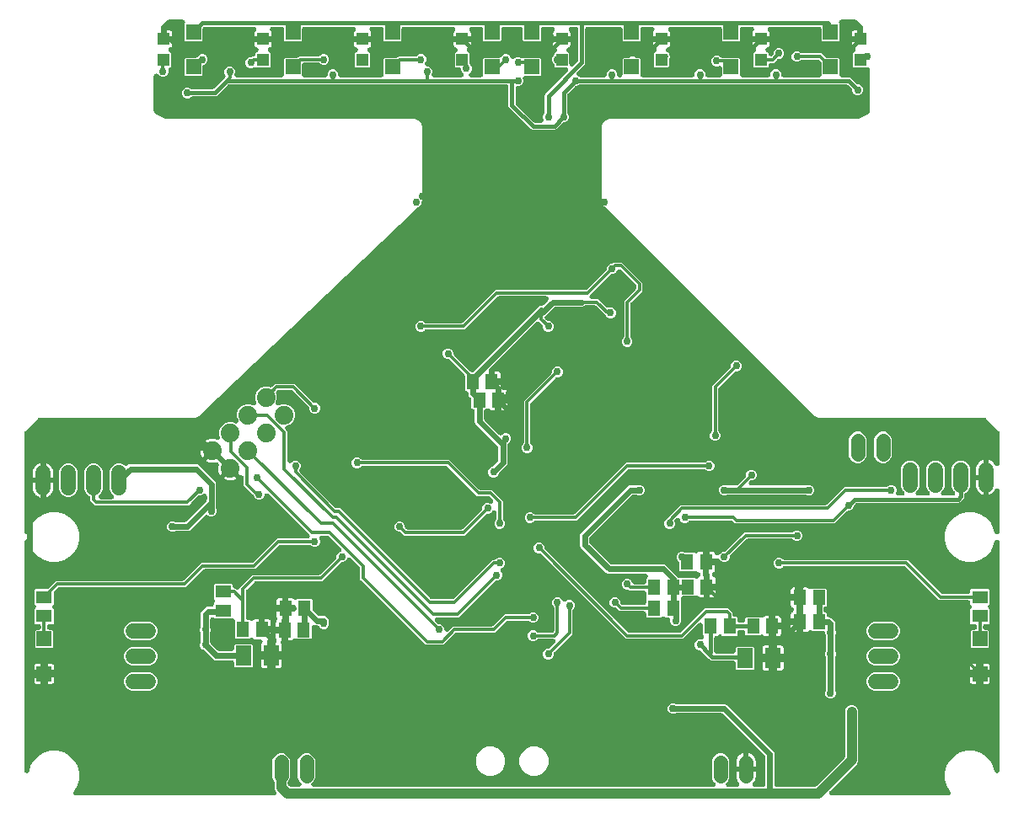
<source format=gbr>
G04 EAGLE Gerber RS-274X export*
G75*
%MOMM*%
%FSLAX34Y34*%
%LPD*%
%INBottom Copper*%
%IPPOS*%
%AMOC8*
5,1,8,0,0,1.08239X$1,22.5*%
G01*
%ADD10R,1.300000X1.500000*%
%ADD11C,1.422400*%
%ADD12R,1.600000X2.000000*%
%ADD13C,1.524000*%
%ADD14R,1.600000X1.300000*%
%ADD15R,1.300000X1.600000*%
%ADD16R,1.200000X1.200000*%
%ADD17R,1.500000X1.500000*%
%ADD18C,1.508000*%
%ADD19C,1.879600*%
%ADD20C,0.406400*%
%ADD21C,0.756400*%
%ADD22C,0.609600*%
%ADD23C,0.304800*%
%ADD24C,0.812800*%
%ADD25C,1.016000*%

G36*
X261010Y10172D02*
X261010Y10172D01*
X261140Y10174D01*
X261234Y10192D01*
X261329Y10201D01*
X261455Y10235D01*
X261582Y10260D01*
X261671Y10294D01*
X261763Y10319D01*
X261881Y10375D01*
X262002Y10422D01*
X262084Y10472D01*
X262170Y10513D01*
X262276Y10588D01*
X262387Y10656D01*
X262458Y10719D01*
X262536Y10775D01*
X262627Y10868D01*
X262724Y10954D01*
X262784Y11029D01*
X262850Y11097D01*
X262923Y11205D01*
X263004Y11307D01*
X263049Y11391D01*
X263102Y11470D01*
X263155Y11589D01*
X263216Y11704D01*
X263246Y11795D01*
X263284Y11882D01*
X263315Y12009D01*
X263355Y12132D01*
X263368Y12227D01*
X263391Y12320D01*
X263399Y12449D01*
X263417Y12578D01*
X263413Y12674D01*
X263419Y12769D01*
X263404Y12898D01*
X263398Y13028D01*
X263378Y13121D01*
X263367Y13216D01*
X263329Y13341D01*
X263301Y13468D01*
X263264Y13556D01*
X263236Y13647D01*
X263177Y13763D01*
X263127Y13883D01*
X263075Y13964D01*
X263032Y14049D01*
X262954Y14152D01*
X262883Y14261D01*
X262797Y14359D01*
X262760Y14407D01*
X262727Y14438D01*
X262676Y14496D01*
X262477Y14695D01*
X261471Y17122D01*
X261471Y22991D01*
X261457Y23154D01*
X261450Y23319D01*
X261437Y23378D01*
X261431Y23439D01*
X261388Y23598D01*
X261352Y23758D01*
X261329Y23815D01*
X261313Y23874D01*
X261242Y24022D01*
X261179Y24174D01*
X261146Y24225D01*
X261119Y24280D01*
X261024Y24414D01*
X260934Y24552D01*
X260883Y24610D01*
X260857Y24646D01*
X260814Y24689D01*
X260757Y24753D01*
X259439Y27934D01*
X259439Y45594D01*
X260754Y48768D01*
X263184Y51198D01*
X266358Y52513D01*
X269794Y52513D01*
X272968Y51198D01*
X275398Y48768D01*
X276713Y45594D01*
X276713Y27934D01*
X275394Y24749D01*
X275319Y24660D01*
X275207Y24539D01*
X275175Y24488D01*
X275136Y24441D01*
X275054Y24298D01*
X274966Y24159D01*
X274942Y24103D01*
X274912Y24050D01*
X274857Y23895D01*
X274795Y23743D01*
X274782Y23683D01*
X274761Y23626D01*
X274735Y23463D01*
X274700Y23303D01*
X274695Y23226D01*
X274688Y23181D01*
X274689Y23120D01*
X274681Y22991D01*
X274681Y22224D01*
X274695Y22060D01*
X274702Y21895D01*
X274715Y21836D01*
X274721Y21775D01*
X274764Y21616D01*
X274800Y21456D01*
X274823Y21400D01*
X274839Y21341D01*
X274910Y21193D01*
X274973Y21040D01*
X275006Y20989D01*
X275033Y20934D01*
X275128Y20801D01*
X275218Y20662D01*
X275269Y20604D01*
X275295Y20568D01*
X275338Y20525D01*
X275424Y20428D01*
X276312Y19540D01*
X276438Y19435D01*
X276559Y19323D01*
X276611Y19291D01*
X276657Y19252D01*
X276800Y19170D01*
X276939Y19082D01*
X276995Y19058D01*
X277048Y19028D01*
X277203Y18973D01*
X277355Y18911D01*
X277415Y18898D01*
X277473Y18877D01*
X277635Y18851D01*
X277796Y18816D01*
X277873Y18811D01*
X277917Y18804D01*
X277978Y18805D01*
X278108Y18797D01*
X285987Y18797D01*
X286116Y18808D01*
X286246Y18810D01*
X286340Y18828D01*
X286435Y18837D01*
X286561Y18871D01*
X286688Y18896D01*
X286778Y18930D01*
X286870Y18955D01*
X286987Y19011D01*
X287108Y19058D01*
X287190Y19108D01*
X287276Y19149D01*
X287382Y19224D01*
X287493Y19292D01*
X287565Y19355D01*
X287642Y19411D01*
X287733Y19504D01*
X287831Y19590D01*
X287890Y19665D01*
X287956Y19733D01*
X288029Y19841D01*
X288110Y19943D01*
X288155Y20027D01*
X288209Y20106D01*
X288261Y20225D01*
X288323Y20340D01*
X288352Y20431D01*
X288391Y20518D01*
X288422Y20645D01*
X288462Y20768D01*
X288475Y20863D01*
X288497Y20956D01*
X288505Y21085D01*
X288523Y21214D01*
X288519Y21310D01*
X288525Y21405D01*
X288510Y21534D01*
X288505Y21664D01*
X288484Y21757D01*
X288473Y21852D01*
X288435Y21977D01*
X288407Y22104D01*
X288370Y22192D01*
X288343Y22283D01*
X288284Y22399D01*
X288234Y22519D01*
X288182Y22599D01*
X288138Y22685D01*
X288060Y22788D01*
X287989Y22897D01*
X287903Y22995D01*
X287866Y23043D01*
X287833Y23074D01*
X287782Y23132D01*
X286154Y24760D01*
X284839Y27934D01*
X284839Y45594D01*
X286154Y48768D01*
X288584Y51198D01*
X291758Y52513D01*
X295194Y52513D01*
X298368Y51198D01*
X300798Y48768D01*
X302113Y45594D01*
X302113Y27934D01*
X300798Y24760D01*
X299170Y23132D01*
X299086Y23032D01*
X298996Y22939D01*
X298942Y22859D01*
X298881Y22786D01*
X298816Y22673D01*
X298743Y22566D01*
X298705Y22478D01*
X298657Y22395D01*
X298614Y22273D01*
X298561Y22154D01*
X298539Y22061D01*
X298507Y21971D01*
X298485Y21843D01*
X298455Y21716D01*
X298449Y21621D01*
X298433Y21527D01*
X298435Y21397D01*
X298427Y21267D01*
X298438Y21172D01*
X298439Y21076D01*
X298464Y20949D01*
X298479Y20820D01*
X298507Y20728D01*
X298525Y20634D01*
X298572Y20513D01*
X298609Y20389D01*
X298653Y20303D01*
X298687Y20214D01*
X298755Y20103D01*
X298814Y19987D01*
X298871Y19911D01*
X298921Y19830D01*
X299007Y19732D01*
X299086Y19629D01*
X299156Y19564D01*
X299219Y19492D01*
X299321Y19412D01*
X299417Y19323D01*
X299497Y19272D01*
X299572Y19213D01*
X299687Y19151D01*
X299797Y19082D01*
X299885Y19045D01*
X299969Y19000D01*
X300093Y18960D01*
X300213Y18911D01*
X300307Y18891D01*
X300397Y18861D01*
X300526Y18843D01*
X300653Y18816D01*
X300783Y18808D01*
X300843Y18800D01*
X300888Y18801D01*
X300965Y18797D01*
X701999Y18797D01*
X702128Y18808D01*
X702258Y18810D01*
X702352Y18828D01*
X702447Y18837D01*
X702573Y18871D01*
X702700Y18896D01*
X702790Y18930D01*
X702882Y18955D01*
X702999Y19011D01*
X703120Y19058D01*
X703202Y19108D01*
X703288Y19149D01*
X703394Y19224D01*
X703505Y19292D01*
X703577Y19355D01*
X703654Y19411D01*
X703745Y19504D01*
X703843Y19590D01*
X703902Y19665D01*
X703968Y19733D01*
X704041Y19841D01*
X704122Y19943D01*
X704167Y20027D01*
X704221Y20106D01*
X704273Y20225D01*
X704335Y20340D01*
X704364Y20431D01*
X704403Y20518D01*
X704434Y20644D01*
X704474Y20768D01*
X704487Y20863D01*
X704509Y20956D01*
X704517Y21085D01*
X704535Y21214D01*
X704531Y21310D01*
X704537Y21405D01*
X704522Y21534D01*
X704517Y21664D01*
X704496Y21757D01*
X704485Y21852D01*
X704447Y21977D01*
X704419Y22104D01*
X704382Y22192D01*
X704355Y22283D01*
X704296Y22399D01*
X704246Y22519D01*
X704194Y22599D01*
X704150Y22685D01*
X704072Y22788D01*
X704001Y22897D01*
X703915Y22995D01*
X703878Y23043D01*
X703845Y23074D01*
X703794Y23132D01*
X702354Y24572D01*
X701039Y27746D01*
X701039Y45406D01*
X702354Y48580D01*
X704784Y51010D01*
X707958Y52325D01*
X711394Y52325D01*
X714568Y51010D01*
X716998Y48580D01*
X718313Y45406D01*
X718313Y27746D01*
X716998Y24572D01*
X715558Y23132D01*
X715474Y23032D01*
X715384Y22939D01*
X715330Y22859D01*
X715269Y22786D01*
X715204Y22673D01*
X715131Y22566D01*
X715093Y22478D01*
X715045Y22395D01*
X715002Y22273D01*
X714949Y22154D01*
X714927Y22061D01*
X714895Y21971D01*
X714873Y21843D01*
X714843Y21716D01*
X714837Y21621D01*
X714821Y21527D01*
X714823Y21397D01*
X714815Y21267D01*
X714826Y21172D01*
X714827Y21076D01*
X714852Y20949D01*
X714867Y20820D01*
X714895Y20728D01*
X714913Y20634D01*
X714960Y20513D01*
X714997Y20389D01*
X715041Y20303D01*
X715075Y20214D01*
X715143Y20103D01*
X715202Y19987D01*
X715259Y19911D01*
X715309Y19830D01*
X715395Y19732D01*
X715474Y19629D01*
X715544Y19564D01*
X715607Y19492D01*
X715709Y19412D01*
X715805Y19323D01*
X715885Y19272D01*
X715960Y19213D01*
X716075Y19151D01*
X716185Y19082D01*
X716273Y19045D01*
X716357Y19000D01*
X716481Y18960D01*
X716601Y18911D01*
X716695Y18891D01*
X716785Y18861D01*
X716914Y18843D01*
X717041Y18816D01*
X717171Y18808D01*
X717231Y18800D01*
X717276Y18801D01*
X717353Y18797D01*
X725962Y18797D01*
X726092Y18808D01*
X726222Y18810D01*
X726315Y18828D01*
X726410Y18837D01*
X726536Y18871D01*
X726664Y18896D01*
X726753Y18930D01*
X726845Y18955D01*
X726962Y19011D01*
X727084Y19058D01*
X727166Y19108D01*
X727251Y19149D01*
X727357Y19224D01*
X727468Y19292D01*
X727540Y19355D01*
X727618Y19411D01*
X727708Y19504D01*
X727806Y19590D01*
X727865Y19665D01*
X727932Y19733D01*
X728005Y19841D01*
X728085Y19943D01*
X728130Y20027D01*
X728184Y20106D01*
X728236Y20225D01*
X728298Y20340D01*
X728327Y20431D01*
X728366Y20518D01*
X728397Y20645D01*
X728437Y20768D01*
X728450Y20863D01*
X728473Y20956D01*
X728481Y21085D01*
X728498Y21214D01*
X728494Y21310D01*
X728500Y21405D01*
X728485Y21534D01*
X728480Y21664D01*
X728459Y21757D01*
X728448Y21852D01*
X728410Y21977D01*
X728382Y22104D01*
X728346Y22192D01*
X728318Y22283D01*
X728259Y22399D01*
X728209Y22519D01*
X728157Y22599D01*
X728114Y22685D01*
X728035Y22788D01*
X727964Y22898D01*
X727878Y22995D01*
X727842Y23043D01*
X727809Y23074D01*
X727757Y23132D01*
X727713Y23176D01*
X726820Y24405D01*
X726130Y25759D01*
X725661Y27203D01*
X725423Y28704D01*
X725423Y34037D01*
X735076Y34037D01*
X744729Y34037D01*
X744729Y28704D01*
X744491Y27203D01*
X744022Y25759D01*
X743332Y24405D01*
X742439Y23176D01*
X742395Y23132D01*
X742311Y23032D01*
X742220Y22939D01*
X742167Y22860D01*
X742106Y22786D01*
X742041Y22673D01*
X741968Y22566D01*
X741930Y22478D01*
X741882Y22395D01*
X741839Y22273D01*
X741786Y22154D01*
X741763Y22061D01*
X741731Y21971D01*
X741710Y21843D01*
X741679Y21716D01*
X741674Y21621D01*
X741658Y21527D01*
X741660Y21397D01*
X741652Y21267D01*
X741663Y21172D01*
X741664Y21077D01*
X741689Y20949D01*
X741704Y20820D01*
X741731Y20728D01*
X741750Y20635D01*
X741796Y20513D01*
X741834Y20389D01*
X741877Y20304D01*
X741912Y20215D01*
X741979Y20103D01*
X742038Y19987D01*
X742096Y19912D01*
X742146Y19830D01*
X742232Y19732D01*
X742310Y19629D01*
X742381Y19564D01*
X742444Y19492D01*
X742546Y19412D01*
X742642Y19323D01*
X742722Y19272D01*
X742797Y19213D01*
X742912Y19152D01*
X743021Y19082D01*
X743110Y19045D01*
X743194Y19000D01*
X743317Y18960D01*
X743438Y18911D01*
X743531Y18891D01*
X743622Y18861D01*
X743751Y18843D01*
X743878Y18816D01*
X744008Y18808D01*
X744068Y18800D01*
X744113Y18801D01*
X744190Y18797D01*
X751840Y18797D01*
X751875Y18800D01*
X751909Y18798D01*
X752098Y18820D01*
X752289Y18837D01*
X752322Y18846D01*
X752356Y18850D01*
X752539Y18905D01*
X752723Y18955D01*
X752754Y18970D01*
X752787Y18980D01*
X752958Y19067D01*
X753130Y19149D01*
X753158Y19169D01*
X753189Y19184D01*
X753341Y19300D01*
X753496Y19411D01*
X753520Y19436D01*
X753547Y19456D01*
X753676Y19596D01*
X753810Y19733D01*
X753829Y19762D01*
X753853Y19788D01*
X753955Y19949D01*
X754062Y20106D01*
X754076Y20138D01*
X754094Y20167D01*
X754167Y20344D01*
X754244Y20518D01*
X754252Y20552D01*
X754265Y20584D01*
X754305Y20771D01*
X754351Y20956D01*
X754353Y20990D01*
X754360Y21024D01*
X754379Y21336D01*
X754379Y48870D01*
X754365Y49034D01*
X754358Y49198D01*
X754345Y49258D01*
X754339Y49319D01*
X754296Y49477D01*
X754260Y49638D01*
X754237Y49694D01*
X754221Y49753D01*
X754150Y49901D01*
X754087Y50053D01*
X754054Y50105D01*
X754027Y50160D01*
X753932Y50293D01*
X753842Y50431D01*
X753791Y50489D01*
X753765Y50526D01*
X753722Y50568D01*
X753636Y50666D01*
X712082Y92220D01*
X711955Y92325D01*
X711835Y92437D01*
X711783Y92469D01*
X711736Y92508D01*
X711594Y92590D01*
X711455Y92678D01*
X711398Y92702D01*
X711345Y92732D01*
X711190Y92787D01*
X711038Y92849D01*
X710979Y92862D01*
X710921Y92883D01*
X710759Y92909D01*
X710598Y92944D01*
X710521Y92949D01*
X710477Y92956D01*
X710416Y92955D01*
X710286Y92963D01*
X664749Y92963D01*
X664632Y92953D01*
X664515Y92953D01*
X664409Y92933D01*
X664300Y92923D01*
X664187Y92893D01*
X664072Y92872D01*
X663926Y92821D01*
X663866Y92805D01*
X663833Y92789D01*
X663777Y92770D01*
X662472Y92229D01*
X660360Y92229D01*
X658410Y93037D01*
X656917Y94530D01*
X656109Y96480D01*
X656109Y98592D01*
X656917Y100542D01*
X658410Y102035D01*
X660360Y102843D01*
X662472Y102843D01*
X663777Y102302D01*
X663889Y102267D01*
X663997Y102223D01*
X664103Y102200D01*
X664207Y102167D01*
X664323Y102153D01*
X664437Y102128D01*
X664591Y102118D01*
X664653Y102111D01*
X664690Y102112D01*
X664749Y102109D01*
X714142Y102109D01*
X715822Y101413D01*
X762829Y54406D01*
X763525Y52726D01*
X763525Y21336D01*
X763528Y21301D01*
X763526Y21267D01*
X763548Y21078D01*
X763565Y20887D01*
X763574Y20854D01*
X763578Y20820D01*
X763633Y20637D01*
X763683Y20453D01*
X763698Y20422D01*
X763708Y20389D01*
X763795Y20218D01*
X763877Y20046D01*
X763897Y20018D01*
X763912Y19987D01*
X764028Y19835D01*
X764139Y19680D01*
X764164Y19656D01*
X764184Y19629D01*
X764324Y19500D01*
X764461Y19366D01*
X764490Y19347D01*
X764516Y19323D01*
X764677Y19221D01*
X764834Y19114D01*
X764866Y19100D01*
X764895Y19082D01*
X765072Y19009D01*
X765246Y18932D01*
X765280Y18924D01*
X765312Y18911D01*
X765499Y18871D01*
X765684Y18825D01*
X765718Y18823D01*
X765752Y18816D01*
X766064Y18797D01*
X803932Y18797D01*
X804096Y18811D01*
X804261Y18818D01*
X804320Y18831D01*
X804381Y18837D01*
X804540Y18880D01*
X804700Y18916D01*
X804756Y18939D01*
X804815Y18955D01*
X804963Y19026D01*
X805116Y19089D01*
X805167Y19122D01*
X805222Y19149D01*
X805355Y19244D01*
X805494Y19334D01*
X805552Y19385D01*
X805588Y19411D01*
X805631Y19454D01*
X805728Y19540D01*
X833900Y47712D01*
X834005Y47838D01*
X834117Y47959D01*
X834149Y48011D01*
X834188Y48057D01*
X834270Y48200D01*
X834358Y48339D01*
X834382Y48395D01*
X834412Y48448D01*
X834467Y48603D01*
X834529Y48755D01*
X834542Y48815D01*
X834563Y48873D01*
X834589Y49035D01*
X834624Y49196D01*
X834629Y49273D01*
X834636Y49317D01*
X834635Y49378D01*
X834643Y49508D01*
X834643Y95802D01*
X835649Y98229D01*
X837507Y100087D01*
X839934Y101093D01*
X842562Y101093D01*
X844989Y100087D01*
X846847Y98229D01*
X847853Y95802D01*
X847853Y44406D01*
X846847Y41979D01*
X844632Y39764D01*
X819364Y14496D01*
X819281Y14396D01*
X819190Y14303D01*
X819136Y14223D01*
X819075Y14150D01*
X819011Y14037D01*
X818938Y13930D01*
X818899Y13842D01*
X818852Y13759D01*
X818808Y13637D01*
X818756Y13518D01*
X818733Y13425D01*
X818701Y13335D01*
X818680Y13206D01*
X818649Y13080D01*
X818643Y12985D01*
X818627Y12891D01*
X818629Y12760D01*
X818621Y12631D01*
X818632Y12536D01*
X818634Y12440D01*
X818658Y12313D01*
X818673Y12184D01*
X818701Y12092D01*
X818719Y11998D01*
X818766Y11877D01*
X818804Y11753D01*
X818847Y11668D01*
X818881Y11578D01*
X818949Y11467D01*
X819008Y11351D01*
X819066Y11275D01*
X819115Y11194D01*
X819201Y11096D01*
X819280Y10993D01*
X819350Y10928D01*
X819414Y10856D01*
X819515Y10776D01*
X819611Y10687D01*
X819692Y10636D01*
X819767Y10577D01*
X819881Y10516D01*
X819991Y10446D01*
X820079Y10409D01*
X820163Y10364D01*
X820287Y10324D01*
X820407Y10275D01*
X820501Y10255D01*
X820592Y10225D01*
X820720Y10207D01*
X820848Y10180D01*
X820977Y10172D01*
X821038Y10164D01*
X821083Y10165D01*
X821160Y10161D01*
X938126Y10161D01*
X938256Y10172D01*
X938386Y10174D01*
X938480Y10192D01*
X938575Y10201D01*
X938700Y10235D01*
X938828Y10260D01*
X938917Y10294D01*
X939009Y10319D01*
X939126Y10375D01*
X939248Y10422D01*
X939330Y10472D01*
X939416Y10513D01*
X939521Y10588D01*
X939633Y10656D01*
X939704Y10719D01*
X939782Y10775D01*
X939873Y10868D01*
X939970Y10954D01*
X940029Y11029D01*
X940096Y11097D01*
X940169Y11205D01*
X940250Y11307D01*
X940295Y11391D01*
X940348Y11470D01*
X940401Y11589D01*
X940462Y11704D01*
X940492Y11795D01*
X940530Y11882D01*
X940561Y12009D01*
X940601Y12132D01*
X940614Y12227D01*
X940637Y12320D01*
X940645Y12449D01*
X940663Y12578D01*
X940659Y12674D01*
X940665Y12769D01*
X940650Y12898D01*
X940644Y13028D01*
X940624Y13121D01*
X940613Y13216D01*
X940575Y13341D01*
X940547Y13468D01*
X940510Y13556D01*
X940482Y13647D01*
X940423Y13763D01*
X940373Y13883D01*
X940321Y13963D01*
X940278Y14049D01*
X940199Y14152D01*
X940129Y14261D01*
X940043Y14359D01*
X940006Y14407D01*
X939973Y14438D01*
X939922Y14496D01*
X939866Y14551D01*
X936554Y20288D01*
X934839Y26687D01*
X934839Y33313D01*
X936554Y39712D01*
X939866Y45449D01*
X944551Y50134D01*
X950288Y53446D01*
X956687Y55161D01*
X963313Y55161D01*
X969712Y53446D01*
X975449Y50134D01*
X980134Y45449D01*
X983446Y39712D01*
X984847Y34482D01*
X984888Y34371D01*
X984919Y34256D01*
X984965Y34160D01*
X985002Y34059D01*
X985062Y33957D01*
X985113Y33850D01*
X985175Y33763D01*
X985229Y33670D01*
X985306Y33580D01*
X985375Y33484D01*
X985452Y33409D01*
X985521Y33328D01*
X985612Y33252D01*
X985697Y33170D01*
X985786Y33110D01*
X985869Y33042D01*
X985972Y32984D01*
X986070Y32918D01*
X986168Y32874D01*
X986262Y32822D01*
X986374Y32783D01*
X986482Y32735D01*
X986586Y32710D01*
X986687Y32675D01*
X986805Y32657D01*
X986920Y32629D01*
X987027Y32622D01*
X987132Y32606D01*
X987251Y32608D01*
X987369Y32601D01*
X987475Y32613D01*
X987582Y32616D01*
X987698Y32639D01*
X987816Y32653D01*
X987919Y32684D01*
X988024Y32705D01*
X988134Y32749D01*
X988247Y32783D01*
X988343Y32832D01*
X988442Y32871D01*
X988543Y32934D01*
X988649Y32988D01*
X988734Y33052D01*
X988825Y33109D01*
X988913Y33188D01*
X989007Y33260D01*
X989080Y33339D01*
X989159Y33410D01*
X989232Y33504D01*
X989313Y33591D01*
X989370Y33681D01*
X989436Y33766D01*
X989491Y33871D01*
X989554Y33971D01*
X989595Y34070D01*
X989645Y34165D01*
X989680Y34278D01*
X989725Y34387D01*
X989748Y34492D01*
X989780Y34594D01*
X989795Y34712D01*
X989820Y34827D01*
X989829Y34978D01*
X989837Y35041D01*
X989835Y35078D01*
X989839Y35139D01*
X989839Y264861D01*
X989829Y264979D01*
X989828Y265097D01*
X989809Y265202D01*
X989799Y265309D01*
X989768Y265424D01*
X989747Y265540D01*
X989709Y265640D01*
X989681Y265744D01*
X989630Y265851D01*
X989588Y265962D01*
X989533Y266054D01*
X989487Y266150D01*
X989418Y266246D01*
X989358Y266348D01*
X989288Y266429D01*
X989225Y266516D01*
X989140Y266599D01*
X989063Y266688D01*
X988979Y266756D01*
X988903Y266830D01*
X988804Y266897D01*
X988712Y266971D01*
X988618Y267022D01*
X988530Y267082D01*
X988421Y267130D01*
X988317Y267187D01*
X988216Y267221D01*
X988118Y267265D01*
X988002Y267293D01*
X987890Y267330D01*
X987784Y267346D01*
X987680Y267371D01*
X987562Y267379D01*
X987445Y267396D01*
X987338Y267392D01*
X987231Y267399D01*
X987113Y267385D01*
X986995Y267381D01*
X986890Y267359D01*
X986784Y267347D01*
X986670Y267313D01*
X986554Y267288D01*
X986455Y267248D01*
X986353Y267217D01*
X986247Y267163D01*
X986137Y267118D01*
X986047Y267061D01*
X985951Y267012D01*
X985857Y266941D01*
X985757Y266877D01*
X985678Y266805D01*
X985593Y266740D01*
X985512Y266653D01*
X985425Y266573D01*
X985360Y266488D01*
X985288Y266409D01*
X985224Y266309D01*
X985152Y266215D01*
X985103Y266120D01*
X985046Y266029D01*
X985001Y265920D01*
X984947Y265814D01*
X984899Y265671D01*
X984875Y265613D01*
X984867Y265576D01*
X984847Y265518D01*
X983446Y260288D01*
X980134Y254551D01*
X975449Y249866D01*
X969712Y246554D01*
X963313Y244839D01*
X956687Y244839D01*
X950288Y246554D01*
X944551Y249866D01*
X939866Y254551D01*
X936554Y260288D01*
X934839Y266687D01*
X934839Y273313D01*
X936554Y279712D01*
X939866Y285449D01*
X944551Y290134D01*
X950288Y293446D01*
X956687Y295161D01*
X963313Y295161D01*
X969712Y293446D01*
X975449Y290134D01*
X980134Y285449D01*
X983446Y279712D01*
X984847Y274482D01*
X984888Y274371D01*
X984919Y274256D01*
X984965Y274160D01*
X985002Y274059D01*
X985062Y273957D01*
X985113Y273850D01*
X985175Y273763D01*
X985229Y273670D01*
X985306Y273580D01*
X985375Y273484D01*
X985452Y273409D01*
X985521Y273328D01*
X985612Y273252D01*
X985697Y273170D01*
X985786Y273110D01*
X985869Y273042D01*
X985972Y272984D01*
X986070Y272918D01*
X986168Y272874D01*
X986262Y272822D01*
X986374Y272783D01*
X986482Y272735D01*
X986586Y272710D01*
X986687Y272675D01*
X986805Y272657D01*
X986920Y272629D01*
X987027Y272622D01*
X987132Y272606D01*
X987251Y272608D01*
X987369Y272601D01*
X987475Y272613D01*
X987582Y272616D01*
X987698Y272639D01*
X987816Y272653D01*
X987919Y272684D01*
X988024Y272705D01*
X988134Y272749D01*
X988247Y272783D01*
X988343Y272832D01*
X988442Y272871D01*
X988543Y272934D01*
X988649Y272988D01*
X988734Y273052D01*
X988825Y273109D01*
X988913Y273188D01*
X989007Y273260D01*
X989080Y273339D01*
X989159Y273410D01*
X989232Y273504D01*
X989313Y273591D01*
X989370Y273681D01*
X989436Y273766D01*
X989491Y273871D01*
X989554Y273971D01*
X989595Y274070D01*
X989645Y274165D01*
X989680Y274277D01*
X989725Y274387D01*
X989748Y274492D01*
X989780Y274594D01*
X989795Y274712D01*
X989820Y274827D01*
X989829Y274978D01*
X989837Y275041D01*
X989835Y275078D01*
X989839Y275139D01*
X989839Y316293D01*
X989832Y316371D01*
X989834Y316449D01*
X989812Y316595D01*
X989799Y316741D01*
X989779Y316817D01*
X989767Y316894D01*
X989720Y317034D01*
X989681Y317176D01*
X989647Y317246D01*
X989622Y317320D01*
X989551Y317450D01*
X989487Y317582D01*
X989442Y317646D01*
X989404Y317714D01*
X989311Y317829D01*
X989225Y317949D01*
X989169Y318003D01*
X989120Y318064D01*
X989008Y318160D01*
X988903Y318263D01*
X988838Y318306D01*
X988779Y318357D01*
X988652Y318432D01*
X988530Y318515D01*
X988458Y318546D01*
X988391Y318586D01*
X988253Y318637D01*
X988118Y318697D01*
X988042Y318715D01*
X987969Y318743D01*
X987824Y318769D01*
X987680Y318804D01*
X987602Y318808D01*
X987525Y318822D01*
X987378Y318822D01*
X987231Y318831D01*
X987153Y318822D01*
X987075Y318822D01*
X986930Y318796D01*
X986784Y318779D01*
X986709Y318757D01*
X986632Y318743D01*
X986494Y318692D01*
X986353Y318649D01*
X986283Y318613D01*
X986210Y318586D01*
X986083Y318511D01*
X985951Y318445D01*
X985889Y318397D01*
X985822Y318358D01*
X985710Y318261D01*
X985593Y318173D01*
X985540Y318115D01*
X985480Y318064D01*
X985387Y317950D01*
X985288Y317841D01*
X985245Y317775D01*
X985196Y317715D01*
X985062Y317488D01*
X985046Y317462D01*
X985043Y317455D01*
X985037Y317446D01*
X984838Y317055D01*
X983898Y315761D01*
X982767Y314630D01*
X981473Y313690D01*
X980048Y312964D01*
X978687Y312521D01*
X978687Y330000D01*
X978687Y347479D01*
X980048Y347036D01*
X981473Y346310D01*
X982767Y345370D01*
X983898Y344239D01*
X984838Y342945D01*
X985037Y342554D01*
X985079Y342488D01*
X985113Y342418D01*
X985198Y342298D01*
X985277Y342173D01*
X985329Y342115D01*
X985375Y342051D01*
X985480Y341949D01*
X985579Y341840D01*
X985641Y341792D01*
X985697Y341737D01*
X985820Y341655D01*
X985936Y341565D01*
X986006Y341529D01*
X986070Y341485D01*
X986205Y341426D01*
X986336Y341358D01*
X986411Y341335D01*
X986482Y341303D01*
X986625Y341268D01*
X986766Y341225D01*
X986844Y341215D01*
X986920Y341196D01*
X987067Y341187D01*
X987213Y341169D01*
X987291Y341174D01*
X987369Y341169D01*
X987516Y341186D01*
X987663Y341194D01*
X987738Y341212D01*
X987816Y341221D01*
X987958Y341264D01*
X988101Y341297D01*
X988172Y341328D01*
X988247Y341351D01*
X988379Y341418D01*
X988514Y341477D01*
X988579Y341520D01*
X988649Y341555D01*
X988766Y341644D01*
X988889Y341726D01*
X988945Y341780D01*
X989007Y341827D01*
X989107Y341936D01*
X989214Y342038D01*
X989260Y342101D01*
X989313Y342159D01*
X989392Y342283D01*
X989478Y342402D01*
X989512Y342472D01*
X989554Y342538D01*
X989610Y342675D01*
X989675Y342807D01*
X989696Y342883D01*
X989725Y342955D01*
X989756Y343099D01*
X989796Y343241D01*
X989804Y343319D01*
X989820Y343395D01*
X989836Y343659D01*
X989839Y343689D01*
X989839Y343696D01*
X989839Y343707D01*
X989839Y374739D01*
X989825Y374903D01*
X989818Y375068D01*
X989805Y375127D01*
X989799Y375188D01*
X989756Y375347D01*
X989720Y375507D01*
X989697Y375564D01*
X989681Y375622D01*
X989610Y375771D01*
X989547Y375923D01*
X989514Y375974D01*
X989487Y376029D01*
X989392Y376163D01*
X989302Y376301D01*
X989251Y376359D01*
X989225Y376395D01*
X989182Y376438D01*
X989096Y376535D01*
X976535Y389096D01*
X976409Y389201D01*
X976288Y389313D01*
X976237Y389345D01*
X976190Y389384D01*
X976047Y389466D01*
X975908Y389554D01*
X975852Y389578D01*
X975799Y389608D01*
X975644Y389663D01*
X975492Y389725D01*
X975432Y389738D01*
X975374Y389759D01*
X975212Y389785D01*
X975051Y389820D01*
X974974Y389825D01*
X974930Y389832D01*
X974869Y389831D01*
X974740Y389839D01*
X807979Y389839D01*
X804244Y391386D01*
X591386Y604244D01*
X589839Y607979D01*
X589839Y682021D01*
X591386Y685756D01*
X594244Y688614D01*
X597979Y690161D01*
X847002Y690161D01*
X847208Y690179D01*
X847414Y690194D01*
X847432Y690199D01*
X847450Y690201D01*
X847650Y690255D01*
X847850Y690307D01*
X847871Y690315D01*
X847885Y690319D01*
X847928Y690340D01*
X848138Y690429D01*
X858436Y695578D01*
X858540Y695642D01*
X858649Y695697D01*
X858731Y695760D01*
X858819Y695814D01*
X858910Y695896D01*
X859007Y695969D01*
X859077Y696045D01*
X859154Y696114D01*
X859230Y696211D01*
X859313Y696301D01*
X859368Y696388D01*
X859432Y696469D01*
X859489Y696577D01*
X859554Y696680D01*
X859594Y696776D01*
X859642Y696867D01*
X859679Y696984D01*
X859725Y697097D01*
X859747Y697198D01*
X859778Y697296D01*
X859794Y697418D01*
X859820Y697537D01*
X859829Y697681D01*
X859837Y697743D01*
X859835Y697783D01*
X859839Y697849D01*
X859839Y739436D01*
X859836Y739471D01*
X859838Y739505D01*
X859816Y739694D01*
X859799Y739885D01*
X859790Y739918D01*
X859786Y739952D01*
X859731Y740135D01*
X859681Y740319D01*
X859666Y740350D01*
X859656Y740383D01*
X859569Y740554D01*
X859487Y740726D01*
X859467Y740754D01*
X859452Y740785D01*
X859336Y740937D01*
X859225Y741092D01*
X859200Y741116D01*
X859180Y741143D01*
X859040Y741272D01*
X858903Y741406D01*
X858874Y741425D01*
X858848Y741449D01*
X858687Y741551D01*
X858530Y741658D01*
X858498Y741672D01*
X858469Y741690D01*
X858292Y741763D01*
X858118Y741840D01*
X858084Y741848D01*
X858052Y741861D01*
X857865Y741901D01*
X857680Y741947D01*
X857646Y741949D01*
X857612Y741956D01*
X857300Y741975D01*
X843368Y741975D01*
X842475Y742868D01*
X842475Y756132D01*
X843458Y757115D01*
X843474Y757117D01*
X843574Y757155D01*
X843677Y757183D01*
X843784Y757234D01*
X843895Y757276D01*
X843987Y757331D01*
X844084Y757377D01*
X844180Y757445D01*
X844282Y757506D01*
X844363Y757576D01*
X844450Y757639D01*
X844532Y757724D01*
X844622Y757801D01*
X844689Y757885D01*
X844764Y757961D01*
X844830Y758060D01*
X844904Y758152D01*
X844956Y758246D01*
X845016Y758334D01*
X845064Y758443D01*
X845121Y758547D01*
X845155Y758648D01*
X845198Y758746D01*
X845226Y758861D01*
X845264Y758974D01*
X845279Y759080D01*
X845305Y759184D01*
X845312Y759302D01*
X845329Y759419D01*
X845326Y759526D01*
X845332Y759633D01*
X845319Y759751D01*
X845315Y759869D01*
X845293Y759974D01*
X845280Y760080D01*
X845246Y760194D01*
X845221Y760310D01*
X845181Y760409D01*
X845150Y760511D01*
X845096Y760617D01*
X845051Y760727D01*
X844994Y760817D01*
X844946Y760913D01*
X844874Y761007D01*
X844811Y761107D01*
X844738Y761186D01*
X844674Y761271D01*
X844586Y761352D01*
X844506Y761439D01*
X844421Y761504D01*
X844342Y761576D01*
X844242Y761640D01*
X844148Y761712D01*
X844053Y761761D01*
X843963Y761818D01*
X843853Y761863D01*
X843747Y761917D01*
X843604Y761965D01*
X843546Y761989D01*
X843509Y761997D01*
X843451Y762017D01*
X843019Y762132D01*
X842440Y762467D01*
X841967Y762940D01*
X841632Y763519D01*
X841459Y764165D01*
X841459Y767501D01*
X849540Y767501D01*
X849574Y767504D01*
X849609Y767502D01*
X849798Y767524D01*
X849988Y767541D01*
X850022Y767550D01*
X850056Y767554D01*
X850239Y767609D01*
X850423Y767659D01*
X850454Y767674D01*
X850487Y767684D01*
X850658Y767771D01*
X850829Y767853D01*
X850857Y767873D01*
X850888Y767888D01*
X851040Y768004D01*
X851195Y768115D01*
X851220Y768140D01*
X851247Y768160D01*
X851376Y768300D01*
X851509Y768437D01*
X851529Y768466D01*
X851552Y768492D01*
X851655Y768653D01*
X851730Y768763D01*
X851750Y768773D01*
X851778Y768793D01*
X851809Y768809D01*
X851961Y768924D01*
X852116Y769035D01*
X852140Y769060D01*
X852167Y769081D01*
X852296Y769221D01*
X852430Y769358D01*
X852449Y769386D01*
X852473Y769412D01*
X852575Y769573D01*
X852682Y769731D01*
X852696Y769762D01*
X852714Y769792D01*
X852787Y769968D01*
X852864Y770142D01*
X852872Y770176D01*
X852885Y770208D01*
X852925Y770395D01*
X852971Y770580D01*
X852973Y770614D01*
X852980Y770648D01*
X852999Y770960D01*
X852999Y781579D01*
X852985Y781743D01*
X852978Y781908D01*
X852965Y781967D01*
X852959Y782028D01*
X852916Y782187D01*
X852880Y782347D01*
X852857Y782404D01*
X852841Y782462D01*
X852770Y782610D01*
X852707Y782763D01*
X852674Y782814D01*
X852647Y782869D01*
X852552Y783002D01*
X852462Y783141D01*
X852411Y783199D01*
X852385Y783235D01*
X852342Y783278D01*
X852256Y783375D01*
X846535Y789096D01*
X846409Y789201D01*
X846288Y789313D01*
X846236Y789345D01*
X846190Y789384D01*
X846047Y789466D01*
X845908Y789554D01*
X845852Y789578D01*
X845799Y789608D01*
X845644Y789663D01*
X845492Y789725D01*
X845432Y789738D01*
X845374Y789759D01*
X845212Y789785D01*
X845051Y789820D01*
X844974Y789825D01*
X844930Y789832D01*
X844869Y789831D01*
X844739Y789839D01*
X830947Y789839D01*
X830818Y789828D01*
X830688Y789826D01*
X830594Y789808D01*
X830499Y789799D01*
X830373Y789765D01*
X830246Y789740D01*
X830157Y789706D01*
X830064Y789681D01*
X829947Y789625D01*
X829826Y789578D01*
X829744Y789528D01*
X829658Y789487D01*
X829552Y789412D01*
X829441Y789344D01*
X829369Y789281D01*
X829292Y789225D01*
X829201Y789132D01*
X829104Y789046D01*
X829044Y788971D01*
X828978Y788903D01*
X828905Y788795D01*
X828824Y788693D01*
X828779Y788609D01*
X828726Y788530D01*
X828673Y788411D01*
X828612Y788296D01*
X828582Y788205D01*
X828543Y788118D01*
X828513Y787991D01*
X828472Y787868D01*
X828459Y787773D01*
X828437Y787680D01*
X828429Y787551D01*
X828411Y787422D01*
X828415Y787326D01*
X828409Y787231D01*
X828424Y787102D01*
X828429Y786972D01*
X828450Y786879D01*
X828461Y786784D01*
X828499Y786659D01*
X828527Y786532D01*
X828564Y786444D01*
X828591Y786353D01*
X828650Y786237D01*
X828701Y786117D01*
X828752Y786037D01*
X828796Y785951D01*
X828874Y785848D01*
X828945Y785739D01*
X829025Y785648D01*
X829025Y769368D01*
X828132Y768475D01*
X811868Y768475D01*
X810975Y769368D01*
X810975Y780288D01*
X810972Y780323D01*
X810974Y780357D01*
X810952Y780546D01*
X810935Y780737D01*
X810926Y780770D01*
X810922Y780804D01*
X810867Y780987D01*
X810817Y781171D01*
X810802Y781202D01*
X810792Y781235D01*
X810705Y781406D01*
X810623Y781578D01*
X810603Y781606D01*
X810588Y781637D01*
X810472Y781789D01*
X810361Y781944D01*
X810336Y781968D01*
X810316Y781995D01*
X810176Y782124D01*
X810039Y782258D01*
X810010Y782277D01*
X809984Y782301D01*
X809823Y782403D01*
X809666Y782510D01*
X809634Y782524D01*
X809605Y782542D01*
X809428Y782615D01*
X809254Y782692D01*
X809220Y782700D01*
X809188Y782713D01*
X809001Y782753D01*
X808816Y782799D01*
X808782Y782801D01*
X808748Y782808D01*
X808436Y782827D01*
X759396Y782827D01*
X759267Y782816D01*
X759137Y782814D01*
X759043Y782796D01*
X758948Y782787D01*
X758822Y782753D01*
X758695Y782728D01*
X758606Y782694D01*
X758513Y782669D01*
X758396Y782613D01*
X758275Y782566D01*
X758193Y782516D01*
X758107Y782475D01*
X758001Y782400D01*
X757890Y782332D01*
X757818Y782269D01*
X757741Y782213D01*
X757650Y782120D01*
X757552Y782034D01*
X757493Y781959D01*
X757427Y781891D01*
X757354Y781783D01*
X757273Y781681D01*
X757228Y781597D01*
X757174Y781518D01*
X757122Y781399D01*
X757060Y781284D01*
X757031Y781193D01*
X756992Y781106D01*
X756961Y780979D01*
X756921Y780856D01*
X756908Y780761D01*
X756886Y780668D01*
X756878Y780539D01*
X756860Y780410D01*
X756864Y780314D01*
X756858Y780219D01*
X756873Y780090D01*
X756878Y779960D01*
X756899Y779867D01*
X756910Y779772D01*
X756948Y779647D01*
X756976Y779520D01*
X757013Y779432D01*
X757040Y779341D01*
X757099Y779225D01*
X757149Y779105D01*
X757201Y779025D01*
X757245Y778939D01*
X757323Y778836D01*
X757394Y778727D01*
X757480Y778629D01*
X757517Y778581D01*
X757550Y778550D01*
X757601Y778492D01*
X758033Y778060D01*
X758368Y777481D01*
X758541Y776835D01*
X758541Y773499D01*
X750460Y773499D01*
X750426Y773496D01*
X750391Y773498D01*
X750202Y773476D01*
X750012Y773459D01*
X749990Y773454D01*
X749920Y773471D01*
X749886Y773473D01*
X749852Y773480D01*
X749540Y773499D01*
X741459Y773499D01*
X741459Y776835D01*
X741632Y777481D01*
X741967Y778060D01*
X742399Y778492D01*
X742483Y778592D01*
X742573Y778685D01*
X742627Y778764D01*
X742688Y778838D01*
X742753Y778951D01*
X742826Y779058D01*
X742864Y779146D01*
X742912Y779229D01*
X742955Y779351D01*
X743008Y779470D01*
X743030Y779563D01*
X743062Y779653D01*
X743084Y779781D01*
X743114Y779908D01*
X743120Y780003D01*
X743136Y780097D01*
X743134Y780227D01*
X743142Y780357D01*
X743131Y780452D01*
X743130Y780547D01*
X743105Y780675D01*
X743090Y780804D01*
X743062Y780896D01*
X743044Y780990D01*
X742997Y781111D01*
X742960Y781235D01*
X742916Y781320D01*
X742882Y781410D01*
X742814Y781521D01*
X742755Y781637D01*
X742698Y781713D01*
X742648Y781794D01*
X742562Y781892D01*
X742483Y781995D01*
X742413Y782060D01*
X742350Y782132D01*
X742248Y782212D01*
X742152Y782301D01*
X742072Y782352D01*
X741997Y782411D01*
X741882Y782472D01*
X741772Y782542D01*
X741684Y782579D01*
X741600Y782624D01*
X741476Y782664D01*
X741356Y782713D01*
X741263Y782733D01*
X741172Y782763D01*
X741043Y782781D01*
X740916Y782808D01*
X740786Y782816D01*
X740726Y782824D01*
X740681Y782823D01*
X740604Y782827D01*
X731564Y782827D01*
X731529Y782824D01*
X731495Y782826D01*
X731306Y782804D01*
X731115Y782787D01*
X731082Y782778D01*
X731048Y782774D01*
X730865Y782719D01*
X730681Y782669D01*
X730650Y782654D01*
X730617Y782644D01*
X730446Y782557D01*
X730274Y782475D01*
X730246Y782455D01*
X730215Y782440D01*
X730063Y782324D01*
X729908Y782213D01*
X729884Y782188D01*
X729857Y782168D01*
X729728Y782028D01*
X729594Y781891D01*
X729575Y781862D01*
X729551Y781836D01*
X729449Y781675D01*
X729342Y781518D01*
X729328Y781486D01*
X729310Y781457D01*
X729237Y781280D01*
X729160Y781106D01*
X729152Y781072D01*
X729139Y781040D01*
X729099Y780853D01*
X729053Y780668D01*
X729051Y780634D01*
X729044Y780600D01*
X729025Y780288D01*
X729025Y769368D01*
X728132Y768475D01*
X711868Y768475D01*
X710975Y769368D01*
X710975Y780288D01*
X710972Y780323D01*
X710974Y780357D01*
X710952Y780546D01*
X710935Y780737D01*
X710926Y780770D01*
X710922Y780804D01*
X710867Y780987D01*
X710817Y781171D01*
X710802Y781202D01*
X710792Y781235D01*
X710705Y781406D01*
X710623Y781578D01*
X710603Y781606D01*
X710588Y781637D01*
X710472Y781789D01*
X710361Y781944D01*
X710336Y781968D01*
X710316Y781995D01*
X710176Y782124D01*
X710039Y782258D01*
X710010Y782277D01*
X709984Y782301D01*
X709823Y782403D01*
X709666Y782510D01*
X709634Y782524D01*
X709605Y782542D01*
X709428Y782615D01*
X709254Y782692D01*
X709220Y782700D01*
X709188Y782713D01*
X709001Y782753D01*
X708816Y782799D01*
X708782Y782801D01*
X708748Y782808D01*
X708436Y782827D01*
X659396Y782827D01*
X659267Y782816D01*
X659137Y782814D01*
X659043Y782796D01*
X658948Y782787D01*
X658822Y782753D01*
X658695Y782728D01*
X658606Y782694D01*
X658513Y782669D01*
X658396Y782613D01*
X658275Y782566D01*
X658193Y782516D01*
X658107Y782475D01*
X658001Y782400D01*
X657890Y782332D01*
X657818Y782269D01*
X657741Y782213D01*
X657650Y782120D01*
X657552Y782034D01*
X657493Y781959D01*
X657427Y781891D01*
X657354Y781783D01*
X657273Y781681D01*
X657228Y781597D01*
X657174Y781518D01*
X657122Y781399D01*
X657060Y781284D01*
X657031Y781193D01*
X656992Y781106D01*
X656961Y780979D01*
X656921Y780856D01*
X656908Y780761D01*
X656886Y780668D01*
X656878Y780539D01*
X656860Y780410D01*
X656864Y780314D01*
X656858Y780219D01*
X656873Y780090D01*
X656878Y779960D01*
X656899Y779867D01*
X656910Y779772D01*
X656948Y779647D01*
X656976Y779520D01*
X657013Y779432D01*
X657040Y779341D01*
X657099Y779225D01*
X657149Y779105D01*
X657201Y779025D01*
X657245Y778939D01*
X657323Y778836D01*
X657394Y778727D01*
X657480Y778629D01*
X657517Y778581D01*
X657550Y778550D01*
X657601Y778492D01*
X658033Y778060D01*
X658368Y777481D01*
X658541Y776835D01*
X658541Y773499D01*
X650460Y773499D01*
X650426Y773496D01*
X650391Y773498D01*
X650202Y773476D01*
X650012Y773459D01*
X649990Y773454D01*
X649920Y773471D01*
X649886Y773473D01*
X649852Y773480D01*
X649540Y773499D01*
X641459Y773499D01*
X641459Y776835D01*
X641632Y777481D01*
X641967Y778060D01*
X642399Y778492D01*
X642483Y778592D01*
X642573Y778685D01*
X642627Y778764D01*
X642688Y778838D01*
X642753Y778951D01*
X642826Y779058D01*
X642864Y779146D01*
X642912Y779229D01*
X642955Y779351D01*
X643008Y779470D01*
X643030Y779563D01*
X643062Y779653D01*
X643084Y779781D01*
X643114Y779908D01*
X643120Y780003D01*
X643136Y780097D01*
X643134Y780227D01*
X643142Y780357D01*
X643131Y780452D01*
X643130Y780547D01*
X643105Y780675D01*
X643090Y780804D01*
X643062Y780896D01*
X643044Y780990D01*
X642997Y781111D01*
X642960Y781235D01*
X642916Y781320D01*
X642882Y781410D01*
X642814Y781521D01*
X642755Y781637D01*
X642698Y781713D01*
X642648Y781794D01*
X642562Y781892D01*
X642483Y781995D01*
X642413Y782060D01*
X642350Y782132D01*
X642248Y782212D01*
X642152Y782301D01*
X642072Y782352D01*
X641997Y782411D01*
X641882Y782472D01*
X641772Y782542D01*
X641684Y782579D01*
X641600Y782624D01*
X641476Y782664D01*
X641356Y782713D01*
X641263Y782733D01*
X641172Y782763D01*
X641043Y782781D01*
X640916Y782808D01*
X640786Y782816D01*
X640726Y782824D01*
X640681Y782823D01*
X640604Y782827D01*
X631564Y782827D01*
X631529Y782824D01*
X631495Y782826D01*
X631306Y782804D01*
X631115Y782787D01*
X631082Y782778D01*
X631048Y782774D01*
X630865Y782719D01*
X630681Y782669D01*
X630650Y782654D01*
X630617Y782644D01*
X630446Y782557D01*
X630274Y782475D01*
X630246Y782455D01*
X630215Y782440D01*
X630063Y782324D01*
X629908Y782213D01*
X629884Y782188D01*
X629857Y782168D01*
X629728Y782028D01*
X629594Y781891D01*
X629575Y781862D01*
X629551Y781836D01*
X629449Y781675D01*
X629342Y781518D01*
X629328Y781486D01*
X629310Y781457D01*
X629237Y781280D01*
X629160Y781106D01*
X629152Y781072D01*
X629139Y781040D01*
X629099Y780853D01*
X629053Y780668D01*
X629051Y780634D01*
X629044Y780600D01*
X629025Y780288D01*
X629025Y769368D01*
X628132Y768475D01*
X611868Y768475D01*
X610975Y769368D01*
X610975Y780288D01*
X610972Y780323D01*
X610974Y780357D01*
X610952Y780546D01*
X610935Y780737D01*
X610926Y780770D01*
X610922Y780804D01*
X610867Y780987D01*
X610817Y781171D01*
X610802Y781202D01*
X610792Y781235D01*
X610705Y781406D01*
X610623Y781578D01*
X610603Y781606D01*
X610588Y781637D01*
X610472Y781789D01*
X610361Y781944D01*
X610336Y781968D01*
X610316Y781995D01*
X610176Y782124D01*
X610039Y782258D01*
X610010Y782277D01*
X609984Y782301D01*
X609823Y782403D01*
X609666Y782510D01*
X609634Y782524D01*
X609605Y782542D01*
X609428Y782615D01*
X609254Y782692D01*
X609220Y782700D01*
X609188Y782713D01*
X609001Y782753D01*
X608816Y782799D01*
X608782Y782801D01*
X608748Y782808D01*
X608436Y782827D01*
X576072Y782827D01*
X576037Y782824D01*
X576003Y782826D01*
X575814Y782804D01*
X575623Y782787D01*
X575590Y782778D01*
X575556Y782774D01*
X575373Y782719D01*
X575189Y782669D01*
X575158Y782654D01*
X575125Y782644D01*
X574954Y782557D01*
X574782Y782475D01*
X574754Y782455D01*
X574723Y782440D01*
X574571Y782324D01*
X574416Y782213D01*
X574392Y782188D01*
X574365Y782168D01*
X574236Y782028D01*
X574102Y781891D01*
X574083Y781862D01*
X574059Y781836D01*
X573957Y781675D01*
X573850Y781518D01*
X573836Y781486D01*
X573818Y781457D01*
X573745Y781280D01*
X573668Y781106D01*
X573660Y781072D01*
X573647Y781040D01*
X573607Y780853D01*
X573561Y780668D01*
X573559Y780634D01*
X573552Y780600D01*
X573533Y780288D01*
X573533Y746053D01*
X572991Y744745D01*
X571634Y743388D01*
X565564Y737319D01*
X565512Y737255D01*
X565452Y737198D01*
X565368Y737083D01*
X565276Y736973D01*
X565235Y736902D01*
X565186Y736835D01*
X565123Y736706D01*
X565052Y736582D01*
X565025Y736505D01*
X564988Y736431D01*
X564949Y736293D01*
X564901Y736158D01*
X564888Y736077D01*
X564865Y735997D01*
X564851Y735855D01*
X564828Y735714D01*
X564829Y735631D01*
X564821Y735549D01*
X564832Y735407D01*
X564834Y735263D01*
X564850Y735182D01*
X564856Y735100D01*
X564892Y734962D01*
X564920Y734821D01*
X564949Y734744D01*
X564970Y734665D01*
X565030Y734535D01*
X565082Y734401D01*
X565125Y734331D01*
X565159Y734256D01*
X565241Y734139D01*
X565316Y734017D01*
X565370Y733955D01*
X565418Y733887D01*
X565519Y733786D01*
X565614Y733679D01*
X565679Y733628D01*
X565737Y733570D01*
X565855Y733489D01*
X565967Y733400D01*
X566040Y733361D01*
X566107Y733314D01*
X566329Y733206D01*
X566364Y733187D01*
X566374Y733184D01*
X566388Y733177D01*
X566886Y732971D01*
X567084Y732773D01*
X567210Y732667D01*
X567331Y732555D01*
X567383Y732523D01*
X567430Y732484D01*
X567572Y732402D01*
X567711Y732314D01*
X567768Y732290D01*
X567821Y732260D01*
X567975Y732205D01*
X568128Y732143D01*
X568187Y732130D01*
X568245Y732109D01*
X568407Y732083D01*
X568568Y732048D01*
X568645Y732043D01*
X568689Y732036D01*
X568750Y732037D01*
X568880Y732029D01*
X592610Y732029D01*
X592645Y732032D01*
X592679Y732030D01*
X592868Y732052D01*
X593059Y732069D01*
X593092Y732078D01*
X593126Y732082D01*
X593309Y732137D01*
X593493Y732187D01*
X593524Y732202D01*
X593557Y732212D01*
X593728Y732299D01*
X593900Y732381D01*
X593928Y732401D01*
X593959Y732416D01*
X594111Y732532D01*
X594266Y732643D01*
X594290Y732668D01*
X594317Y732688D01*
X594446Y732828D01*
X594580Y732965D01*
X594599Y732994D01*
X594623Y733020D01*
X594725Y733181D01*
X594832Y733338D01*
X594846Y733370D01*
X594864Y733399D01*
X594937Y733576D01*
X595014Y733750D01*
X595022Y733784D01*
X595035Y733816D01*
X595075Y734003D01*
X595121Y734188D01*
X595123Y734222D01*
X595130Y734256D01*
X595149Y734568D01*
X595149Y735624D01*
X595957Y737574D01*
X597450Y739067D01*
X599400Y739875D01*
X601512Y739875D01*
X603462Y739067D01*
X604955Y737574D01*
X605763Y735624D01*
X605763Y734568D01*
X605766Y734533D01*
X605764Y734499D01*
X605786Y734310D01*
X605803Y734119D01*
X605812Y734086D01*
X605816Y734052D01*
X605871Y733869D01*
X605921Y733685D01*
X605936Y733654D01*
X605946Y733621D01*
X606033Y733450D01*
X606115Y733278D01*
X606135Y733250D01*
X606150Y733219D01*
X606266Y733067D01*
X606377Y732912D01*
X606402Y732888D01*
X606422Y732861D01*
X606563Y732732D01*
X606699Y732598D01*
X606728Y732579D01*
X606754Y732555D01*
X606915Y732453D01*
X607072Y732346D01*
X607104Y732332D01*
X607133Y732314D01*
X607310Y732241D01*
X607484Y732164D01*
X607518Y732156D01*
X607550Y732143D01*
X607737Y732103D01*
X607922Y732057D01*
X607956Y732055D01*
X607990Y732048D01*
X608302Y732029D01*
X608436Y732029D01*
X608471Y732032D01*
X608505Y732030D01*
X608694Y732052D01*
X608885Y732069D01*
X608918Y732078D01*
X608952Y732082D01*
X609135Y732137D01*
X609319Y732187D01*
X609350Y732202D01*
X609383Y732212D01*
X609554Y732299D01*
X609726Y732381D01*
X609754Y732401D01*
X609785Y732416D01*
X609937Y732532D01*
X610092Y732643D01*
X610116Y732668D01*
X610143Y732688D01*
X610272Y732828D01*
X610406Y732965D01*
X610425Y732994D01*
X610449Y733020D01*
X610551Y733181D01*
X610658Y733338D01*
X610672Y733370D01*
X610690Y733399D01*
X610763Y733576D01*
X610840Y733750D01*
X610848Y733784D01*
X610861Y733816D01*
X610901Y734003D01*
X610947Y734188D01*
X610949Y734222D01*
X610956Y734256D01*
X610975Y734568D01*
X610975Y750632D01*
X611868Y751525D01*
X616948Y751525D01*
X617064Y751535D01*
X617181Y751535D01*
X617288Y751555D01*
X617396Y751565D01*
X617509Y751595D01*
X617624Y751616D01*
X617770Y751667D01*
X617830Y751683D01*
X617863Y751699D01*
X617919Y751718D01*
X619934Y752553D01*
X622046Y752553D01*
X624061Y751718D01*
X624172Y751683D01*
X624280Y751639D01*
X624387Y751616D01*
X624490Y751583D01*
X624606Y751569D01*
X624721Y751544D01*
X624874Y751534D01*
X624937Y751527D01*
X624973Y751528D01*
X625032Y751525D01*
X628132Y751525D01*
X629025Y750632D01*
X629025Y734568D01*
X629028Y734533D01*
X629026Y734499D01*
X629048Y734310D01*
X629065Y734119D01*
X629074Y734086D01*
X629078Y734052D01*
X629133Y733869D01*
X629183Y733685D01*
X629198Y733654D01*
X629208Y733621D01*
X629295Y733450D01*
X629377Y733278D01*
X629397Y733250D01*
X629412Y733219D01*
X629528Y733067D01*
X629639Y732912D01*
X629664Y732888D01*
X629684Y732861D01*
X629825Y732732D01*
X629961Y732598D01*
X629990Y732579D01*
X630016Y732555D01*
X630177Y732453D01*
X630334Y732346D01*
X630366Y732332D01*
X630395Y732314D01*
X630572Y732241D01*
X630746Y732164D01*
X630780Y732156D01*
X630812Y732143D01*
X630999Y732103D01*
X631184Y732057D01*
X631218Y732055D01*
X631252Y732048D01*
X631564Y732029D01*
X681002Y732029D01*
X681037Y732032D01*
X681071Y732030D01*
X681260Y732052D01*
X681451Y732069D01*
X681484Y732078D01*
X681518Y732082D01*
X681701Y732137D01*
X681885Y732187D01*
X681916Y732202D01*
X681949Y732212D01*
X682120Y732299D01*
X682292Y732381D01*
X682320Y732401D01*
X682351Y732416D01*
X682503Y732532D01*
X682658Y732643D01*
X682682Y732668D01*
X682709Y732688D01*
X682838Y732828D01*
X682972Y732965D01*
X682991Y732994D01*
X683015Y733020D01*
X683117Y733181D01*
X683224Y733338D01*
X683238Y733370D01*
X683256Y733399D01*
X683329Y733576D01*
X683406Y733750D01*
X683414Y733784D01*
X683427Y733816D01*
X683467Y734003D01*
X683513Y734188D01*
X683515Y734222D01*
X683522Y734256D01*
X683541Y734568D01*
X683541Y735624D01*
X684349Y737574D01*
X685842Y739067D01*
X687792Y739875D01*
X689904Y739875D01*
X691854Y739067D01*
X693347Y737574D01*
X694155Y735624D01*
X694155Y734568D01*
X694158Y734533D01*
X694156Y734499D01*
X694178Y734310D01*
X694195Y734119D01*
X694204Y734086D01*
X694208Y734052D01*
X694263Y733869D01*
X694313Y733685D01*
X694328Y733654D01*
X694338Y733621D01*
X694425Y733450D01*
X694507Y733278D01*
X694527Y733250D01*
X694542Y733219D01*
X694658Y733067D01*
X694769Y732912D01*
X694794Y732888D01*
X694814Y732861D01*
X694955Y732732D01*
X695091Y732598D01*
X695120Y732579D01*
X695146Y732555D01*
X695307Y732453D01*
X695464Y732346D01*
X695496Y732332D01*
X695525Y732314D01*
X695702Y732241D01*
X695876Y732164D01*
X695910Y732156D01*
X695942Y732143D01*
X696129Y732103D01*
X696314Y732057D01*
X696348Y732055D01*
X696382Y732048D01*
X696694Y732029D01*
X708436Y732029D01*
X708471Y732032D01*
X708505Y732030D01*
X708694Y732052D01*
X708885Y732069D01*
X708918Y732078D01*
X708952Y732082D01*
X709135Y732137D01*
X709319Y732187D01*
X709350Y732202D01*
X709383Y732212D01*
X709554Y732299D01*
X709726Y732381D01*
X709754Y732401D01*
X709785Y732416D01*
X709937Y732532D01*
X710092Y732643D01*
X710116Y732668D01*
X710143Y732688D01*
X710272Y732828D01*
X710406Y732965D01*
X710425Y732994D01*
X710449Y733020D01*
X710551Y733181D01*
X710658Y733338D01*
X710672Y733370D01*
X710690Y733399D01*
X710763Y733576D01*
X710840Y733750D01*
X710848Y733784D01*
X710861Y733816D01*
X710901Y734003D01*
X710947Y734188D01*
X710949Y734222D01*
X710956Y734256D01*
X710975Y734568D01*
X710975Y740961D01*
X710968Y741044D01*
X710970Y741126D01*
X710948Y741267D01*
X710935Y741410D01*
X710914Y741489D01*
X710901Y741571D01*
X710855Y741706D01*
X710817Y741844D01*
X710782Y741918D01*
X710755Y741997D01*
X710685Y742122D01*
X710623Y742251D01*
X710576Y742318D01*
X710535Y742390D01*
X710445Y742501D01*
X710361Y742617D01*
X710302Y742674D01*
X710250Y742738D01*
X710141Y742831D01*
X710039Y742931D01*
X709970Y742977D01*
X709908Y743031D01*
X709784Y743103D01*
X709666Y743183D01*
X709590Y743216D01*
X709519Y743258D01*
X709385Y743307D01*
X709254Y743365D01*
X709174Y743385D01*
X709096Y743413D01*
X708955Y743438D01*
X708816Y743472D01*
X708734Y743477D01*
X708653Y743491D01*
X708510Y743491D01*
X708367Y743500D01*
X708285Y743490D01*
X708203Y743490D01*
X708062Y743464D01*
X707920Y743448D01*
X707841Y743424D01*
X707760Y743409D01*
X707527Y743329D01*
X707489Y743317D01*
X707479Y743312D01*
X707464Y743307D01*
X706668Y742977D01*
X704556Y742977D01*
X702606Y743785D01*
X701113Y745278D01*
X700305Y747228D01*
X700305Y749340D01*
X701113Y751290D01*
X702606Y752783D01*
X704556Y753591D01*
X706668Y753591D01*
X708618Y752783D01*
X709132Y752268D01*
X709259Y752163D01*
X709379Y752051D01*
X709431Y752019D01*
X709478Y751980D01*
X709620Y751898D01*
X709759Y751810D01*
X709816Y751786D01*
X709869Y751756D01*
X710024Y751701D01*
X710176Y751639D01*
X710236Y751626D01*
X710293Y751605D01*
X710455Y751579D01*
X710616Y751544D01*
X710693Y751539D01*
X710737Y751532D01*
X710798Y751533D01*
X710928Y751525D01*
X728132Y751525D01*
X729025Y750632D01*
X729025Y734568D01*
X729028Y734533D01*
X729026Y734499D01*
X729048Y734310D01*
X729065Y734119D01*
X729074Y734086D01*
X729078Y734052D01*
X729133Y733869D01*
X729183Y733685D01*
X729198Y733654D01*
X729208Y733621D01*
X729295Y733450D01*
X729377Y733278D01*
X729397Y733250D01*
X729412Y733219D01*
X729528Y733067D01*
X729639Y732912D01*
X729664Y732888D01*
X729684Y732861D01*
X729825Y732732D01*
X729961Y732598D01*
X729990Y732579D01*
X730016Y732555D01*
X730177Y732453D01*
X730334Y732346D01*
X730366Y732332D01*
X730395Y732314D01*
X730572Y732241D01*
X730746Y732164D01*
X730780Y732156D01*
X730812Y732143D01*
X730999Y732103D01*
X731184Y732057D01*
X731218Y732055D01*
X731252Y732048D01*
X731564Y732029D01*
X757202Y732029D01*
X757237Y732032D01*
X757271Y732030D01*
X757460Y732052D01*
X757651Y732069D01*
X757684Y732078D01*
X757718Y732082D01*
X757901Y732137D01*
X758085Y732187D01*
X758116Y732202D01*
X758149Y732212D01*
X758320Y732299D01*
X758492Y732381D01*
X758520Y732401D01*
X758551Y732416D01*
X758703Y732532D01*
X758858Y732643D01*
X758882Y732668D01*
X758909Y732688D01*
X759038Y732828D01*
X759172Y732965D01*
X759191Y732994D01*
X759215Y733020D01*
X759317Y733181D01*
X759424Y733338D01*
X759438Y733370D01*
X759456Y733399D01*
X759529Y733576D01*
X759606Y733750D01*
X759614Y733784D01*
X759627Y733816D01*
X759667Y734003D01*
X759713Y734188D01*
X759715Y734222D01*
X759722Y734256D01*
X759741Y734568D01*
X759741Y735624D01*
X760549Y737574D01*
X762042Y739067D01*
X763992Y739875D01*
X766104Y739875D01*
X768054Y739067D01*
X769547Y737574D01*
X770355Y735624D01*
X770355Y734568D01*
X770358Y734533D01*
X770356Y734499D01*
X770378Y734310D01*
X770395Y734119D01*
X770404Y734086D01*
X770408Y734052D01*
X770463Y733869D01*
X770513Y733685D01*
X770528Y733654D01*
X770538Y733621D01*
X770625Y733450D01*
X770707Y733278D01*
X770727Y733250D01*
X770742Y733219D01*
X770858Y733067D01*
X770969Y732912D01*
X770994Y732888D01*
X771014Y732861D01*
X771155Y732732D01*
X771291Y732598D01*
X771320Y732579D01*
X771346Y732555D01*
X771507Y732453D01*
X771664Y732346D01*
X771696Y732332D01*
X771725Y732314D01*
X771902Y732241D01*
X772076Y732164D01*
X772110Y732156D01*
X772142Y732143D01*
X772329Y732103D01*
X772514Y732057D01*
X772548Y732055D01*
X772582Y732048D01*
X772894Y732029D01*
X808436Y732029D01*
X808471Y732032D01*
X808505Y732030D01*
X808694Y732052D01*
X808885Y732069D01*
X808918Y732078D01*
X808952Y732082D01*
X809135Y732137D01*
X809319Y732187D01*
X809350Y732202D01*
X809383Y732212D01*
X809554Y732299D01*
X809726Y732381D01*
X809754Y732401D01*
X809785Y732416D01*
X809937Y732532D01*
X810092Y732643D01*
X810116Y732668D01*
X810143Y732688D01*
X810272Y732828D01*
X810406Y732965D01*
X810425Y732994D01*
X810449Y733020D01*
X810551Y733181D01*
X810658Y733338D01*
X810672Y733370D01*
X810690Y733399D01*
X810763Y733576D01*
X810840Y733750D01*
X810848Y733784D01*
X810861Y733816D01*
X810901Y734003D01*
X810947Y734188D01*
X810949Y734222D01*
X810956Y734256D01*
X810975Y734568D01*
X810975Y746161D01*
X810961Y746325D01*
X810954Y746490D01*
X810941Y746549D01*
X810935Y746610D01*
X810892Y746769D01*
X810856Y746929D01*
X810833Y746985D01*
X810817Y747044D01*
X810746Y747192D01*
X810683Y747345D01*
X810650Y747396D01*
X810623Y747451D01*
X810528Y747585D01*
X810438Y747723D01*
X810387Y747780D01*
X810361Y747817D01*
X810318Y747860D01*
X810232Y747957D01*
X809125Y749064D01*
X808999Y749169D01*
X808878Y749281D01*
X808826Y749313D01*
X808779Y749352D01*
X808637Y749434D01*
X808498Y749522D01*
X808442Y749546D01*
X808389Y749576D01*
X808234Y749631D01*
X808081Y749693D01*
X808022Y749706D01*
X807964Y749727D01*
X807802Y749753D01*
X807641Y749788D01*
X807564Y749793D01*
X807520Y749800D01*
X807459Y749799D01*
X807329Y749807D01*
X791892Y749807D01*
X791728Y749793D01*
X791564Y749786D01*
X791504Y749773D01*
X791443Y749767D01*
X791285Y749724D01*
X791124Y749688D01*
X791068Y749665D01*
X791009Y749649D01*
X790861Y749578D01*
X790709Y749515D01*
X790657Y749482D01*
X790602Y749455D01*
X790469Y749360D01*
X790331Y749270D01*
X790273Y749219D01*
X790236Y749193D01*
X790194Y749150D01*
X790096Y749064D01*
X789390Y748357D01*
X787440Y747549D01*
X785328Y747549D01*
X783378Y748357D01*
X781885Y749850D01*
X781077Y751800D01*
X781077Y753912D01*
X781885Y755862D01*
X783378Y757355D01*
X785328Y758163D01*
X787440Y758163D01*
X789390Y757355D01*
X790096Y756648D01*
X790223Y756543D01*
X790343Y756431D01*
X790395Y756399D01*
X790442Y756360D01*
X790584Y756278D01*
X790723Y756190D01*
X790780Y756166D01*
X790833Y756136D01*
X790988Y756081D01*
X791140Y756019D01*
X791199Y756006D01*
X791257Y755985D01*
X791419Y755959D01*
X791580Y755924D01*
X791657Y755919D01*
X791701Y755912D01*
X791762Y755913D01*
X791892Y755905D01*
X810907Y755905D01*
X814543Y752268D01*
X814669Y752163D01*
X814790Y752051D01*
X814842Y752019D01*
X814888Y751980D01*
X815031Y751898D01*
X815170Y751810D01*
X815226Y751786D01*
X815279Y751756D01*
X815434Y751701D01*
X815587Y751639D01*
X815646Y751626D01*
X815704Y751605D01*
X815866Y751579D01*
X816027Y751544D01*
X816104Y751539D01*
X816148Y751532D01*
X816209Y751533D01*
X816339Y751525D01*
X828132Y751525D01*
X829025Y750632D01*
X829025Y734568D01*
X829028Y734533D01*
X829026Y734499D01*
X829048Y734310D01*
X829065Y734119D01*
X829074Y734086D01*
X829078Y734052D01*
X829133Y733869D01*
X829183Y733685D01*
X829198Y733654D01*
X829208Y733621D01*
X829295Y733450D01*
X829377Y733278D01*
X829397Y733250D01*
X829412Y733219D01*
X829528Y733067D01*
X829639Y732912D01*
X829664Y732888D01*
X829684Y732861D01*
X829825Y732732D01*
X829961Y732598D01*
X829990Y732579D01*
X830016Y732555D01*
X830177Y732453D01*
X830334Y732346D01*
X830366Y732332D01*
X830395Y732314D01*
X830572Y732241D01*
X830746Y732164D01*
X830780Y732156D01*
X830812Y732143D01*
X830999Y732103D01*
X831184Y732057D01*
X831218Y732055D01*
X831252Y732048D01*
X831564Y732029D01*
X838907Y732029D01*
X840215Y731487D01*
X846324Y725378D01*
X846450Y725273D01*
X846571Y725161D01*
X846622Y725129D01*
X846669Y725090D01*
X846812Y725008D01*
X846950Y724920D01*
X847007Y724896D01*
X847060Y724866D01*
X847215Y724811D01*
X847367Y724749D01*
X847427Y724736D01*
X847484Y724715D01*
X847646Y724689D01*
X847807Y724654D01*
X847884Y724649D01*
X847928Y724642D01*
X847989Y724643D01*
X848119Y724635D01*
X848400Y724635D01*
X850350Y723827D01*
X851843Y722334D01*
X852651Y720384D01*
X852651Y718272D01*
X851843Y716322D01*
X850350Y714829D01*
X848400Y714021D01*
X846288Y714021D01*
X844338Y714829D01*
X842845Y716322D01*
X842037Y718272D01*
X842037Y718553D01*
X842023Y718717D01*
X842016Y718881D01*
X842003Y718941D01*
X841997Y719001D01*
X841954Y719160D01*
X841918Y719321D01*
X841895Y719377D01*
X841879Y719436D01*
X841808Y719584D01*
X841745Y719736D01*
X841712Y719788D01*
X841685Y719842D01*
X841590Y719976D01*
X841500Y720114D01*
X841449Y720172D01*
X841423Y720209D01*
X841380Y720251D01*
X841294Y720348D01*
X837470Y724172D01*
X837344Y724277D01*
X837223Y724389D01*
X837172Y724421D01*
X837125Y724460D01*
X836982Y724542D01*
X836844Y724630D01*
X836787Y724654D01*
X836734Y724684D01*
X836579Y724739D01*
X836427Y724801D01*
X836367Y724814D01*
X836310Y724835D01*
X836148Y724861D01*
X835987Y724896D01*
X835910Y724901D01*
X835866Y724908D01*
X835805Y724907D01*
X835675Y724915D01*
X568880Y724915D01*
X568716Y724901D01*
X568552Y724894D01*
X568492Y724881D01*
X568431Y724875D01*
X568273Y724832D01*
X568112Y724796D01*
X568056Y724773D01*
X567997Y724757D01*
X567849Y724686D01*
X567697Y724623D01*
X567645Y724590D01*
X567590Y724563D01*
X567457Y724468D01*
X567318Y724378D01*
X567261Y724327D01*
X567224Y724301D01*
X567182Y724258D01*
X567084Y724171D01*
X566886Y723973D01*
X564936Y723165D01*
X564655Y723165D01*
X564491Y723151D01*
X564327Y723144D01*
X564267Y723131D01*
X564207Y723125D01*
X564048Y723082D01*
X563887Y723046D01*
X563831Y723023D01*
X563772Y723007D01*
X563624Y722936D01*
X563472Y722873D01*
X563420Y722840D01*
X563366Y722813D01*
X563232Y722718D01*
X563094Y722628D01*
X563036Y722577D01*
X562999Y722551D01*
X562957Y722508D01*
X562860Y722422D01*
X555988Y715550D01*
X555883Y715424D01*
X555771Y715303D01*
X555739Y715252D01*
X555700Y715205D01*
X555618Y715062D01*
X555530Y714924D01*
X555506Y714867D01*
X555476Y714814D01*
X555421Y714659D01*
X555359Y714507D01*
X555346Y714447D01*
X555325Y714390D01*
X555299Y714228D01*
X555264Y714067D01*
X555259Y713990D01*
X555252Y713946D01*
X555253Y713885D01*
X555245Y713755D01*
X555245Y696896D01*
X555259Y696732D01*
X555266Y696568D01*
X555279Y696508D01*
X555285Y696447D01*
X555328Y696289D01*
X555364Y696128D01*
X555387Y696072D01*
X555403Y696013D01*
X555474Y695865D01*
X555537Y695713D01*
X555570Y695661D01*
X555597Y695606D01*
X555692Y695473D01*
X555782Y695335D01*
X555833Y695277D01*
X555859Y695240D01*
X555902Y695198D01*
X555988Y695100D01*
X556187Y694902D01*
X556995Y692952D01*
X556995Y690840D01*
X556187Y688890D01*
X554694Y687397D01*
X552744Y686589D01*
X552381Y686589D01*
X552217Y686575D01*
X552053Y686568D01*
X551993Y686555D01*
X551932Y686549D01*
X551774Y686506D01*
X551613Y686470D01*
X551557Y686447D01*
X551498Y686431D01*
X551350Y686360D01*
X551198Y686297D01*
X551146Y686264D01*
X551091Y686237D01*
X550958Y686142D01*
X550820Y686052D01*
X550762Y686001D01*
X550725Y685975D01*
X550683Y685932D01*
X550585Y685846D01*
X544477Y679737D01*
X543169Y679195D01*
X520501Y679195D01*
X519193Y679737D01*
X517836Y681094D01*
X498214Y700716D01*
X496857Y702073D01*
X496315Y703381D01*
X496315Y722376D01*
X496312Y722411D01*
X496314Y722445D01*
X496292Y722634D01*
X496275Y722825D01*
X496266Y722858D01*
X496262Y722892D01*
X496207Y723075D01*
X496157Y723259D01*
X496142Y723290D01*
X496132Y723323D01*
X496045Y723494D01*
X495963Y723666D01*
X495943Y723694D01*
X495928Y723725D01*
X495812Y723877D01*
X495701Y724032D01*
X495676Y724056D01*
X495656Y724083D01*
X495516Y724212D01*
X495379Y724346D01*
X495350Y724365D01*
X495324Y724389D01*
X495163Y724491D01*
X495006Y724598D01*
X494974Y724612D01*
X494945Y724630D01*
X494768Y724703D01*
X494594Y724780D01*
X494560Y724788D01*
X494528Y724801D01*
X494341Y724841D01*
X494156Y724887D01*
X494122Y724889D01*
X494088Y724896D01*
X493776Y724915D01*
X215885Y724915D01*
X215721Y724901D01*
X215557Y724894D01*
X215497Y724881D01*
X215437Y724875D01*
X215278Y724832D01*
X215117Y724796D01*
X215061Y724773D01*
X215002Y724757D01*
X214854Y724686D01*
X214702Y724623D01*
X214650Y724590D01*
X214596Y724563D01*
X214462Y724468D01*
X214324Y724378D01*
X214266Y724327D01*
X214229Y724301D01*
X214187Y724258D01*
X214090Y724172D01*
X203183Y713265D01*
X201875Y712723D01*
X178736Y712723D01*
X178572Y712709D01*
X178408Y712702D01*
X178348Y712689D01*
X178287Y712683D01*
X178129Y712640D01*
X177968Y712604D01*
X177912Y712581D01*
X177853Y712565D01*
X177705Y712494D01*
X177553Y712431D01*
X177501Y712398D01*
X177446Y712371D01*
X177313Y712276D01*
X177175Y712186D01*
X177117Y712135D01*
X177080Y712109D01*
X177038Y712066D01*
X176940Y711980D01*
X176742Y711781D01*
X174792Y710973D01*
X172680Y710973D01*
X170730Y711781D01*
X169237Y713274D01*
X168429Y715224D01*
X168429Y717336D01*
X169237Y719286D01*
X170730Y720779D01*
X172680Y721587D01*
X174792Y721587D01*
X176742Y720779D01*
X176940Y720580D01*
X177067Y720475D01*
X177187Y720363D01*
X177239Y720331D01*
X177286Y720292D01*
X177428Y720210D01*
X177567Y720122D01*
X177624Y720098D01*
X177677Y720068D01*
X177832Y720013D01*
X177984Y719951D01*
X178043Y719938D01*
X178101Y719917D01*
X178263Y719891D01*
X178424Y719856D01*
X178501Y719851D01*
X178545Y719844D01*
X178606Y719845D01*
X178736Y719837D01*
X198643Y719837D01*
X198807Y719851D01*
X198971Y719858D01*
X199031Y719871D01*
X199091Y719877D01*
X199250Y719920D01*
X199411Y719956D01*
X199467Y719979D01*
X199526Y719995D01*
X199674Y720066D01*
X199826Y720129D01*
X199878Y720162D01*
X199932Y720189D01*
X200066Y720284D01*
X200204Y720374D01*
X200262Y720425D01*
X200299Y720451D01*
X200341Y720494D01*
X200438Y720580D01*
X209988Y730130D01*
X211459Y731601D01*
X211595Y731764D01*
X211733Y731925D01*
X211739Y731936D01*
X211748Y731946D01*
X211854Y732131D01*
X211960Y732313D01*
X211965Y732326D01*
X211971Y732337D01*
X212042Y732537D01*
X212115Y732736D01*
X212118Y732749D01*
X212122Y732761D01*
X212157Y732970D01*
X212193Y733179D01*
X212193Y733193D01*
X212195Y733206D01*
X212193Y733418D01*
X212192Y733630D01*
X212190Y733643D01*
X212189Y733656D01*
X212149Y733862D01*
X212111Y734073D01*
X212106Y734088D01*
X212104Y734098D01*
X212090Y734135D01*
X212009Y734368D01*
X211101Y736560D01*
X211101Y738672D01*
X211909Y740622D01*
X213402Y742115D01*
X215352Y742923D01*
X217464Y742923D01*
X219414Y742115D01*
X220907Y740622D01*
X221715Y738672D01*
X221715Y736560D01*
X221292Y735540D01*
X221267Y735461D01*
X221234Y735386D01*
X221200Y735247D01*
X221157Y735110D01*
X221147Y735028D01*
X221127Y734948D01*
X221119Y734806D01*
X221100Y734663D01*
X221105Y734581D01*
X221100Y734499D01*
X221116Y734357D01*
X221123Y734214D01*
X221142Y734134D01*
X221152Y734052D01*
X221193Y733914D01*
X221226Y733775D01*
X221258Y733700D01*
X221282Y733621D01*
X221347Y733493D01*
X221404Y733362D01*
X221449Y733293D01*
X221486Y733219D01*
X221573Y733105D01*
X221652Y732986D01*
X221709Y732926D01*
X221758Y732861D01*
X221864Y732764D01*
X221962Y732660D01*
X222029Y732611D01*
X222089Y732555D01*
X222210Y732479D01*
X222326Y732394D01*
X222400Y732358D01*
X222469Y732314D01*
X222602Y732259D01*
X222730Y732196D01*
X222810Y732174D01*
X222886Y732143D01*
X223026Y732113D01*
X223163Y732073D01*
X223245Y732065D01*
X223326Y732048D01*
X223572Y732033D01*
X223612Y732029D01*
X223622Y732030D01*
X223638Y732029D01*
X268436Y732029D01*
X268471Y732032D01*
X268505Y732030D01*
X268694Y732052D01*
X268885Y732069D01*
X268918Y732078D01*
X268952Y732082D01*
X269135Y732137D01*
X269319Y732187D01*
X269350Y732202D01*
X269383Y732212D01*
X269554Y732299D01*
X269726Y732381D01*
X269754Y732401D01*
X269785Y732416D01*
X269937Y732532D01*
X270092Y732643D01*
X270116Y732668D01*
X270143Y732688D01*
X270272Y732828D01*
X270406Y732965D01*
X270425Y732994D01*
X270449Y733020D01*
X270551Y733181D01*
X270658Y733338D01*
X270672Y733370D01*
X270690Y733399D01*
X270763Y733576D01*
X270840Y733750D01*
X270848Y733784D01*
X270861Y733816D01*
X270901Y734003D01*
X270947Y734188D01*
X270949Y734222D01*
X270956Y734256D01*
X270975Y734568D01*
X270975Y750632D01*
X271868Y751525D01*
X283661Y751525D01*
X283825Y751539D01*
X283989Y751546D01*
X284049Y751559D01*
X284110Y751565D01*
X284269Y751608D01*
X284429Y751644D01*
X284485Y751667D01*
X284544Y751683D01*
X284692Y751754D01*
X284845Y751817D01*
X284896Y751850D01*
X284951Y751877D01*
X285084Y751972D01*
X285223Y752062D01*
X285281Y752113D01*
X285317Y752139D01*
X285359Y752182D01*
X285457Y752268D01*
X286045Y752857D01*
X305388Y752857D01*
X305552Y752871D01*
X305716Y752878D01*
X305776Y752891D01*
X305837Y752897D01*
X305995Y752940D01*
X306156Y752976D01*
X306212Y752999D01*
X306271Y753015D01*
X306419Y753086D01*
X306571Y753149D01*
X306623Y753182D01*
X306678Y753209D01*
X306811Y753304D01*
X306949Y753394D01*
X307007Y753445D01*
X307044Y753471D01*
X307086Y753514D01*
X307184Y753600D01*
X307890Y754307D01*
X309840Y755115D01*
X311952Y755115D01*
X313902Y754307D01*
X315395Y752814D01*
X316203Y750864D01*
X316203Y748752D01*
X315395Y746802D01*
X313902Y745309D01*
X311952Y744501D01*
X309840Y744501D01*
X307890Y745309D01*
X307184Y746016D01*
X307057Y746121D01*
X306937Y746233D01*
X306885Y746265D01*
X306838Y746304D01*
X306696Y746386D01*
X306557Y746474D01*
X306500Y746498D01*
X306447Y746528D01*
X306292Y746583D01*
X306140Y746645D01*
X306081Y746658D01*
X306023Y746679D01*
X305861Y746705D01*
X305700Y746740D01*
X305623Y746745D01*
X305579Y746752D01*
X305518Y746751D01*
X305388Y746759D01*
X291564Y746759D01*
X291529Y746756D01*
X291495Y746758D01*
X291306Y746736D01*
X291115Y746719D01*
X291082Y746710D01*
X291048Y746706D01*
X290865Y746651D01*
X290681Y746601D01*
X290650Y746586D01*
X290617Y746576D01*
X290446Y746489D01*
X290274Y746407D01*
X290246Y746387D01*
X290215Y746372D01*
X290063Y746256D01*
X289908Y746145D01*
X289884Y746120D01*
X289857Y746100D01*
X289728Y745960D01*
X289594Y745823D01*
X289575Y745794D01*
X289551Y745768D01*
X289449Y745607D01*
X289342Y745450D01*
X289328Y745418D01*
X289310Y745389D01*
X289237Y745212D01*
X289160Y745038D01*
X289152Y745004D01*
X289139Y744972D01*
X289099Y744785D01*
X289053Y744600D01*
X289051Y744566D01*
X289044Y744532D01*
X289025Y744220D01*
X289025Y734568D01*
X289028Y734533D01*
X289026Y734499D01*
X289048Y734310D01*
X289065Y734119D01*
X289074Y734086D01*
X289078Y734052D01*
X289133Y733869D01*
X289183Y733685D01*
X289198Y733654D01*
X289208Y733621D01*
X289295Y733450D01*
X289377Y733278D01*
X289397Y733250D01*
X289412Y733219D01*
X289528Y733067D01*
X289639Y732912D01*
X289664Y732888D01*
X289684Y732861D01*
X289825Y732732D01*
X289961Y732598D01*
X289990Y732579D01*
X290016Y732555D01*
X290177Y732453D01*
X290334Y732346D01*
X290366Y732332D01*
X290395Y732314D01*
X290572Y732241D01*
X290746Y732164D01*
X290780Y732156D01*
X290812Y732143D01*
X290999Y732103D01*
X291184Y732057D01*
X291218Y732055D01*
X291252Y732048D01*
X291564Y732029D01*
X312194Y732029D01*
X312229Y732032D01*
X312263Y732030D01*
X312452Y732052D01*
X312643Y732069D01*
X312676Y732078D01*
X312710Y732082D01*
X312893Y732137D01*
X313077Y732187D01*
X313108Y732202D01*
X313141Y732212D01*
X313312Y732299D01*
X313484Y732381D01*
X313512Y732401D01*
X313543Y732416D01*
X313695Y732532D01*
X313850Y732643D01*
X313874Y732668D01*
X313901Y732688D01*
X314030Y732828D01*
X314164Y732965D01*
X314183Y732994D01*
X314207Y733020D01*
X314309Y733181D01*
X314416Y733338D01*
X314430Y733370D01*
X314448Y733399D01*
X314521Y733576D01*
X314598Y733750D01*
X314606Y733784D01*
X314619Y733816D01*
X314659Y734003D01*
X314705Y734188D01*
X314707Y734222D01*
X314714Y734256D01*
X314733Y734568D01*
X314733Y735624D01*
X315541Y737574D01*
X317034Y739067D01*
X318984Y739875D01*
X321096Y739875D01*
X323046Y739067D01*
X324539Y737574D01*
X325347Y735624D01*
X325347Y734568D01*
X325350Y734533D01*
X325348Y734499D01*
X325370Y734310D01*
X325387Y734119D01*
X325396Y734086D01*
X325400Y734052D01*
X325455Y733869D01*
X325505Y733685D01*
X325520Y733654D01*
X325530Y733621D01*
X325617Y733450D01*
X325699Y733278D01*
X325719Y733250D01*
X325734Y733219D01*
X325850Y733067D01*
X325961Y732912D01*
X325986Y732888D01*
X326006Y732861D01*
X326147Y732732D01*
X326283Y732598D01*
X326312Y732579D01*
X326338Y732555D01*
X326499Y732453D01*
X326656Y732346D01*
X326688Y732332D01*
X326717Y732314D01*
X326894Y732241D01*
X327068Y732164D01*
X327102Y732156D01*
X327134Y732143D01*
X327321Y732103D01*
X327506Y732057D01*
X327540Y732055D01*
X327574Y732048D01*
X327886Y732029D01*
X368436Y732029D01*
X368471Y732032D01*
X368505Y732030D01*
X368694Y732052D01*
X368885Y732069D01*
X368918Y732078D01*
X368952Y732082D01*
X369135Y732137D01*
X369319Y732187D01*
X369350Y732202D01*
X369383Y732212D01*
X369554Y732299D01*
X369726Y732381D01*
X369754Y732401D01*
X369785Y732416D01*
X369937Y732532D01*
X370092Y732643D01*
X370116Y732668D01*
X370143Y732688D01*
X370272Y732828D01*
X370406Y732965D01*
X370425Y732994D01*
X370449Y733020D01*
X370551Y733181D01*
X370658Y733338D01*
X370672Y733370D01*
X370690Y733399D01*
X370763Y733576D01*
X370840Y733750D01*
X370848Y733784D01*
X370861Y733816D01*
X370901Y734003D01*
X370947Y734188D01*
X370949Y734222D01*
X370956Y734256D01*
X370975Y734568D01*
X370975Y750632D01*
X371868Y751525D01*
X383661Y751525D01*
X383825Y751539D01*
X383990Y751546D01*
X384049Y751559D01*
X384110Y751565D01*
X384269Y751608D01*
X384429Y751644D01*
X384485Y751667D01*
X384544Y751683D01*
X384693Y751754D01*
X384845Y751817D01*
X384896Y751850D01*
X384951Y751877D01*
X385084Y751972D01*
X385223Y752062D01*
X385281Y752113D01*
X385317Y752139D01*
X385360Y752182D01*
X385457Y752268D01*
X386045Y752857D01*
X402924Y752857D01*
X403088Y752871D01*
X403252Y752878D01*
X403312Y752891D01*
X403373Y752897D01*
X403531Y752940D01*
X403692Y752976D01*
X403748Y752999D01*
X403807Y753015D01*
X403955Y753086D01*
X404107Y753149D01*
X404159Y753182D01*
X404214Y753209D01*
X404347Y753304D01*
X404485Y753394D01*
X404543Y753445D01*
X404580Y753471D01*
X404622Y753514D01*
X404720Y753600D01*
X405426Y754307D01*
X407376Y755115D01*
X409488Y755115D01*
X411438Y754307D01*
X412931Y752814D01*
X413739Y750864D01*
X413739Y748752D01*
X412778Y746434D01*
X412754Y746355D01*
X412720Y746280D01*
X412686Y746141D01*
X412644Y746004D01*
X412633Y745922D01*
X412614Y745842D01*
X412605Y745700D01*
X412587Y745557D01*
X412591Y745475D01*
X412586Y745393D01*
X412603Y745251D01*
X412610Y745108D01*
X412628Y745028D01*
X412638Y744946D01*
X412680Y744808D01*
X412712Y744669D01*
X412744Y744594D01*
X412768Y744515D01*
X412833Y744387D01*
X412890Y744256D01*
X412935Y744187D01*
X412973Y744113D01*
X413059Y743999D01*
X413138Y743880D01*
X413195Y743820D01*
X413245Y743755D01*
X413350Y743658D01*
X413449Y743554D01*
X413515Y743505D01*
X413576Y743449D01*
X413697Y743372D01*
X413812Y743288D01*
X413886Y743252D01*
X413956Y743208D01*
X414088Y743153D01*
X414217Y743090D01*
X414296Y743068D01*
X414372Y743037D01*
X414512Y743007D01*
X414650Y742967D01*
X414732Y742959D01*
X414812Y742942D01*
X415058Y742927D01*
X415098Y742923D01*
X415109Y742924D01*
X415124Y742923D01*
X415584Y742923D01*
X417534Y742115D01*
X419027Y740622D01*
X419835Y738672D01*
X419835Y736560D01*
X419412Y735540D01*
X419387Y735461D01*
X419354Y735386D01*
X419320Y735247D01*
X419277Y735110D01*
X419267Y735028D01*
X419247Y734948D01*
X419239Y734806D01*
X419220Y734663D01*
X419225Y734581D01*
X419220Y734499D01*
X419236Y734357D01*
X419243Y734214D01*
X419262Y734134D01*
X419272Y734052D01*
X419313Y733914D01*
X419346Y733775D01*
X419378Y733700D01*
X419402Y733621D01*
X419467Y733493D01*
X419524Y733362D01*
X419569Y733293D01*
X419606Y733219D01*
X419693Y733105D01*
X419772Y732986D01*
X419829Y732926D01*
X419878Y732861D01*
X419984Y732764D01*
X420082Y732660D01*
X420149Y732611D01*
X420209Y732555D01*
X420330Y732479D01*
X420446Y732394D01*
X420520Y732358D01*
X420589Y732314D01*
X420722Y732259D01*
X420850Y732196D01*
X420930Y732174D01*
X421006Y732143D01*
X421146Y732113D01*
X421283Y732073D01*
X421365Y732065D01*
X421446Y732048D01*
X421692Y732033D01*
X421732Y732029D01*
X421742Y732030D01*
X421758Y732029D01*
X449152Y732029D01*
X449282Y732040D01*
X449412Y732042D01*
X449505Y732060D01*
X449601Y732069D01*
X449726Y732103D01*
X449854Y732128D01*
X449943Y732162D01*
X450035Y732187D01*
X450152Y732243D01*
X450274Y732290D01*
X450356Y732340D01*
X450442Y732381D01*
X450547Y732456D01*
X450658Y732524D01*
X450730Y732587D01*
X450808Y732643D01*
X450898Y732736D01*
X450996Y732822D01*
X451055Y732897D01*
X451122Y732965D01*
X451195Y733073D01*
X451275Y733175D01*
X451320Y733259D01*
X451374Y733338D01*
X451427Y733457D01*
X451488Y733572D01*
X451517Y733663D01*
X451556Y733750D01*
X451587Y733876D01*
X451627Y734000D01*
X451640Y734095D01*
X451663Y734188D01*
X451671Y734317D01*
X451688Y734446D01*
X451685Y734542D01*
X451690Y734637D01*
X451675Y734766D01*
X451670Y734896D01*
X451649Y734989D01*
X451638Y735084D01*
X451601Y735209D01*
X451573Y735336D01*
X451536Y735424D01*
X451508Y735515D01*
X451449Y735631D01*
X451399Y735751D01*
X451347Y735831D01*
X451304Y735917D01*
X451225Y736020D01*
X451155Y736129D01*
X451068Y736227D01*
X451032Y736275D01*
X450999Y736306D01*
X450948Y736364D01*
X449653Y737658D01*
X448827Y739652D01*
X448822Y739694D01*
X448805Y739885D01*
X448796Y739918D01*
X448792Y739952D01*
X448737Y740135D01*
X448687Y740319D01*
X448672Y740350D01*
X448662Y740383D01*
X448575Y740554D01*
X448493Y740726D01*
X448473Y740754D01*
X448458Y740785D01*
X448342Y740937D01*
X448231Y741092D01*
X448206Y741116D01*
X448186Y741143D01*
X448046Y741272D01*
X447909Y741406D01*
X447880Y741425D01*
X447854Y741449D01*
X447693Y741551D01*
X447536Y741658D01*
X447504Y741672D01*
X447475Y741690D01*
X447298Y741763D01*
X447124Y741840D01*
X447090Y741848D01*
X447058Y741861D01*
X446871Y741901D01*
X446686Y741947D01*
X446652Y741949D01*
X446618Y741956D01*
X446306Y741975D01*
X443368Y741975D01*
X442475Y742868D01*
X442475Y756132D01*
X443458Y757115D01*
X443473Y757117D01*
X443574Y757155D01*
X443677Y757183D01*
X443784Y757234D01*
X443895Y757276D01*
X443987Y757331D01*
X444083Y757377D01*
X444180Y757446D01*
X444282Y757506D01*
X444362Y757576D01*
X444450Y757639D01*
X444532Y757724D01*
X444622Y757801D01*
X444689Y757885D01*
X444764Y757961D01*
X444830Y758060D01*
X444904Y758152D01*
X444956Y758246D01*
X445016Y758334D01*
X445064Y758443D01*
X445121Y758547D01*
X445155Y758648D01*
X445198Y758746D01*
X445226Y758861D01*
X445264Y758974D01*
X445279Y759080D01*
X445305Y759184D01*
X445312Y759302D01*
X445329Y759419D01*
X445326Y759526D01*
X445332Y759633D01*
X445319Y759751D01*
X445315Y759869D01*
X445293Y759974D01*
X445280Y760080D01*
X445246Y760194D01*
X445221Y760310D01*
X445181Y760409D01*
X445150Y760511D01*
X445096Y760617D01*
X445051Y760727D01*
X444994Y760817D01*
X444946Y760913D01*
X444874Y761007D01*
X444810Y761107D01*
X444738Y761186D01*
X444674Y761271D01*
X444586Y761352D01*
X444506Y761439D01*
X444421Y761504D01*
X444342Y761576D01*
X444242Y761640D01*
X444148Y761712D01*
X444053Y761761D01*
X443963Y761818D01*
X443853Y761863D01*
X443747Y761917D01*
X443604Y761965D01*
X443546Y761989D01*
X443510Y761997D01*
X443451Y762017D01*
X443019Y762132D01*
X442440Y762467D01*
X441967Y762940D01*
X441632Y763519D01*
X441459Y764165D01*
X441459Y767501D01*
X449540Y767501D01*
X449574Y767504D01*
X449609Y767502D01*
X449798Y767524D01*
X449988Y767541D01*
X450010Y767546D01*
X450080Y767529D01*
X450114Y767527D01*
X450148Y767520D01*
X450460Y767501D01*
X458541Y767501D01*
X458541Y764165D01*
X458368Y763519D01*
X458033Y762940D01*
X457560Y762467D01*
X456981Y762132D01*
X456549Y762017D01*
X456437Y761976D01*
X456323Y761945D01*
X456227Y761899D01*
X456126Y761862D01*
X456024Y761802D01*
X455917Y761751D01*
X455830Y761689D01*
X455737Y761635D01*
X455647Y761558D01*
X455550Y761489D01*
X455476Y761412D01*
X455394Y761343D01*
X455319Y761252D01*
X455236Y761167D01*
X455177Y761078D01*
X455109Y760995D01*
X455051Y760892D01*
X454984Y760794D01*
X454941Y760696D01*
X454889Y760602D01*
X454850Y760490D01*
X454802Y760382D01*
X454777Y760278D01*
X454742Y760177D01*
X454724Y760060D01*
X454695Y759944D01*
X454689Y759837D01*
X454672Y759732D01*
X454675Y759613D01*
X454668Y759495D01*
X454680Y759389D01*
X454683Y759282D01*
X454706Y759166D01*
X454720Y759048D01*
X454751Y758945D01*
X454772Y758840D01*
X454816Y758730D01*
X454850Y758617D01*
X454899Y758521D01*
X454938Y758422D01*
X455001Y758321D01*
X455054Y758215D01*
X455119Y758130D01*
X455176Y758039D01*
X455255Y757951D01*
X455326Y757857D01*
X455405Y757784D01*
X455477Y757705D01*
X455570Y757632D01*
X455658Y757551D01*
X455748Y757494D01*
X455832Y757428D01*
X455937Y757373D01*
X456037Y757310D01*
X456137Y757269D01*
X456231Y757219D01*
X456344Y757184D01*
X456454Y757139D01*
X456535Y757121D01*
X457525Y756132D01*
X457525Y745848D01*
X457539Y745684D01*
X457546Y745520D01*
X457559Y745460D01*
X457565Y745399D01*
X457608Y745241D01*
X457644Y745080D01*
X457667Y745024D01*
X457683Y744965D01*
X457754Y744817D01*
X457817Y744665D01*
X457850Y744613D01*
X457877Y744558D01*
X457972Y744425D01*
X458062Y744287D01*
X458113Y744229D01*
X458139Y744192D01*
X458182Y744150D01*
X458268Y744052D01*
X458651Y743670D01*
X459459Y741720D01*
X459459Y739608D01*
X458651Y737658D01*
X457356Y736364D01*
X457273Y736264D01*
X457182Y736171D01*
X457129Y736091D01*
X457067Y736018D01*
X457003Y735905D01*
X456930Y735798D01*
X456891Y735710D01*
X456844Y735627D01*
X456801Y735505D01*
X456748Y735386D01*
X456725Y735293D01*
X456693Y735203D01*
X456672Y735075D01*
X456641Y734948D01*
X456635Y734853D01*
X456620Y734759D01*
X456622Y734629D01*
X456614Y734499D01*
X456625Y734404D01*
X456626Y734308D01*
X456651Y734181D01*
X456666Y734052D01*
X456693Y733960D01*
X456711Y733866D01*
X456758Y733745D01*
X456796Y733621D01*
X456839Y733535D01*
X456874Y733446D01*
X456941Y733335D01*
X457000Y733219D01*
X457058Y733143D01*
X457108Y733062D01*
X457194Y732964D01*
X457272Y732861D01*
X457343Y732796D01*
X457406Y732724D01*
X457508Y732644D01*
X457603Y732555D01*
X457684Y732504D01*
X457759Y732445D01*
X457874Y732383D01*
X457983Y732314D01*
X458072Y732277D01*
X458156Y732232D01*
X458280Y732192D01*
X458400Y732143D01*
X458493Y732123D01*
X458584Y732093D01*
X458713Y732075D01*
X458840Y732048D01*
X458970Y732040D01*
X459030Y732032D01*
X459075Y732033D01*
X459152Y732029D01*
X468436Y732029D01*
X468471Y732032D01*
X468505Y732030D01*
X468694Y732052D01*
X468885Y732069D01*
X468918Y732078D01*
X468952Y732082D01*
X469135Y732137D01*
X469319Y732187D01*
X469350Y732202D01*
X469383Y732212D01*
X469554Y732299D01*
X469726Y732381D01*
X469754Y732401D01*
X469785Y732416D01*
X469937Y732532D01*
X470092Y732643D01*
X470116Y732668D01*
X470143Y732688D01*
X470272Y732828D01*
X470406Y732965D01*
X470425Y732994D01*
X470449Y733020D01*
X470551Y733181D01*
X470658Y733338D01*
X470672Y733370D01*
X470690Y733399D01*
X470763Y733576D01*
X470840Y733750D01*
X470848Y733784D01*
X470861Y733816D01*
X470901Y734003D01*
X470947Y734188D01*
X470949Y734222D01*
X470956Y734256D01*
X470975Y734568D01*
X470975Y750632D01*
X471868Y751525D01*
X487046Y751525D01*
X487257Y751543D01*
X487469Y751560D01*
X487482Y751563D01*
X487495Y751565D01*
X487700Y751621D01*
X487905Y751674D01*
X487917Y751680D01*
X487929Y751683D01*
X488120Y751774D01*
X488313Y751863D01*
X488324Y751871D01*
X488336Y751877D01*
X488508Y752000D01*
X488682Y752122D01*
X488691Y752131D01*
X488702Y752139D01*
X488851Y752291D01*
X488999Y752441D01*
X489007Y752452D01*
X489016Y752461D01*
X489135Y752638D01*
X489212Y752749D01*
X490770Y754307D01*
X492720Y755115D01*
X494832Y755115D01*
X496782Y754307D01*
X498275Y752814D01*
X498649Y751911D01*
X498687Y751838D01*
X498717Y751761D01*
X498791Y751639D01*
X498857Y751512D01*
X498908Y751447D01*
X498951Y751376D01*
X499045Y751269D01*
X499133Y751156D01*
X499194Y751101D01*
X499249Y751039D01*
X499361Y750950D01*
X499467Y750854D01*
X499537Y750811D01*
X499602Y750760D01*
X499728Y750692D01*
X499850Y750616D01*
X499926Y750586D01*
X499999Y750547D01*
X500135Y750503D01*
X500268Y750450D01*
X500349Y750433D01*
X500427Y750408D01*
X500569Y750388D01*
X500709Y750360D01*
X500791Y750358D01*
X500873Y750346D01*
X501016Y750352D01*
X501159Y750349D01*
X501241Y750361D01*
X501323Y750365D01*
X501463Y750396D01*
X501604Y750418D01*
X501682Y750444D01*
X501763Y750462D01*
X501895Y750517D01*
X502030Y750564D01*
X502102Y750604D01*
X502178Y750636D01*
X502298Y750714D01*
X502423Y750783D01*
X502487Y750836D01*
X502556Y750880D01*
X502741Y751043D01*
X502772Y751069D01*
X502779Y751077D01*
X502790Y751087D01*
X502962Y751259D01*
X504912Y752067D01*
X507024Y752067D01*
X509265Y751138D01*
X509468Y751075D01*
X509669Y751009D01*
X509682Y751007D01*
X509695Y751003D01*
X509905Y750977D01*
X510115Y750948D01*
X510128Y750948D01*
X510141Y750947D01*
X510354Y750958D01*
X510565Y750966D01*
X510578Y750969D01*
X510591Y750970D01*
X510797Y751018D01*
X511005Y751064D01*
X511017Y751069D01*
X511030Y751072D01*
X511224Y751155D01*
X511420Y751237D01*
X511431Y751245D01*
X511443Y751250D01*
X511620Y751367D01*
X511798Y751482D01*
X511810Y751492D01*
X511819Y751498D01*
X511847Y751525D01*
X528132Y751525D01*
X529025Y750632D01*
X529025Y734368D01*
X528132Y733475D01*
X513440Y733475D01*
X513358Y733468D01*
X513275Y733470D01*
X513134Y733448D01*
X512991Y733435D01*
X512912Y733414D01*
X512830Y733401D01*
X512695Y733355D01*
X512557Y733317D01*
X512483Y733282D01*
X512405Y733255D01*
X512279Y733185D01*
X512150Y733123D01*
X512083Y733076D01*
X512011Y733035D01*
X511901Y732945D01*
X511784Y732861D01*
X511727Y732802D01*
X511663Y732750D01*
X511570Y732641D01*
X511470Y732539D01*
X511424Y732470D01*
X511371Y732408D01*
X511298Y732284D01*
X511218Y732166D01*
X511185Y732090D01*
X511143Y732019D01*
X511094Y731885D01*
X511036Y731754D01*
X511016Y731674D01*
X510988Y731596D01*
X510963Y731455D01*
X510929Y731316D01*
X510924Y731234D01*
X510910Y731153D01*
X510910Y731010D01*
X510901Y730867D01*
X510911Y730785D01*
X510911Y730703D01*
X510937Y730562D01*
X510954Y730420D01*
X510977Y730341D01*
X510992Y730260D01*
X511072Y730027D01*
X511084Y729989D01*
X511089Y729979D01*
X511094Y729964D01*
X511275Y729528D01*
X511275Y727416D01*
X510467Y725466D01*
X508974Y723973D01*
X507024Y723165D01*
X505968Y723165D01*
X505933Y723162D01*
X505899Y723164D01*
X505710Y723142D01*
X505519Y723125D01*
X505486Y723116D01*
X505452Y723112D01*
X505269Y723057D01*
X505085Y723007D01*
X505054Y722992D01*
X505021Y722982D01*
X504850Y722895D01*
X504678Y722813D01*
X504650Y722793D01*
X504619Y722778D01*
X504467Y722662D01*
X504312Y722551D01*
X504288Y722526D01*
X504261Y722506D01*
X504132Y722366D01*
X503998Y722229D01*
X503979Y722200D01*
X503955Y722174D01*
X503853Y722013D01*
X503746Y721856D01*
X503732Y721824D01*
X503714Y721795D01*
X503641Y721618D01*
X503564Y721444D01*
X503556Y721410D01*
X503543Y721378D01*
X503503Y721191D01*
X503457Y721006D01*
X503455Y720972D01*
X503448Y720938D01*
X503429Y720626D01*
X503429Y706613D01*
X503443Y706449D01*
X503450Y706285D01*
X503463Y706225D01*
X503469Y706165D01*
X503512Y706006D01*
X503548Y705845D01*
X503571Y705789D01*
X503587Y705730D01*
X503658Y705582D01*
X503721Y705430D01*
X503754Y705378D01*
X503781Y705324D01*
X503876Y705190D01*
X503966Y705052D01*
X504017Y704994D01*
X504043Y704957D01*
X504086Y704915D01*
X504172Y704817D01*
X521938Y687052D01*
X522064Y686947D01*
X522185Y686835D01*
X522236Y686803D01*
X522283Y686764D01*
X522426Y686682D01*
X522564Y686594D01*
X522621Y686570D01*
X522674Y686540D01*
X522829Y686485D01*
X522981Y686423D01*
X523041Y686410D01*
X523098Y686389D01*
X523260Y686363D01*
X523421Y686328D01*
X523498Y686323D01*
X523542Y686316D01*
X523603Y686317D01*
X523733Y686309D01*
X529218Y686309D01*
X529300Y686316D01*
X529383Y686314D01*
X529524Y686336D01*
X529667Y686349D01*
X529746Y686370D01*
X529828Y686383D01*
X529963Y686429D01*
X530101Y686467D01*
X530175Y686502D01*
X530253Y686529D01*
X530379Y686599D01*
X530508Y686661D01*
X530575Y686708D01*
X530647Y686749D01*
X530757Y686839D01*
X530874Y686923D01*
X530931Y686982D01*
X530995Y687034D01*
X531088Y687143D01*
X531188Y687245D01*
X531234Y687314D01*
X531287Y687376D01*
X531360Y687500D01*
X531440Y687618D01*
X531473Y687694D01*
X531515Y687765D01*
X531564Y687899D01*
X531622Y688030D01*
X531642Y688110D01*
X531670Y688188D01*
X531695Y688329D01*
X531729Y688468D01*
X531734Y688550D01*
X531748Y688631D01*
X531748Y688774D01*
X531756Y688917D01*
X531747Y688999D01*
X531747Y689081D01*
X531721Y689222D01*
X531704Y689364D01*
X531680Y689443D01*
X531666Y689524D01*
X531586Y689757D01*
X531574Y689795D01*
X531569Y689805D01*
X531564Y689820D01*
X531141Y690840D01*
X531141Y692952D01*
X531949Y694902D01*
X532148Y695100D01*
X532253Y695227D01*
X532365Y695347D01*
X532397Y695399D01*
X532436Y695446D01*
X532518Y695588D01*
X532606Y695727D01*
X532630Y695784D01*
X532660Y695837D01*
X532715Y695992D01*
X532777Y696144D01*
X532790Y696203D01*
X532811Y696261D01*
X532837Y696423D01*
X532872Y696584D01*
X532877Y696661D01*
X532884Y696705D01*
X532883Y696766D01*
X532891Y696896D01*
X532891Y713939D01*
X533433Y715247D01*
X555827Y737640D01*
X555910Y737740D01*
X556001Y737833D01*
X556054Y737913D01*
X556115Y737986D01*
X556180Y738099D01*
X556253Y738206D01*
X556291Y738294D01*
X556339Y738377D01*
X556382Y738499D01*
X556435Y738618D01*
X556458Y738711D01*
X556490Y738801D01*
X556511Y738930D01*
X556542Y739056D01*
X556547Y739151D01*
X556563Y739245D01*
X556561Y739376D01*
X556569Y739505D01*
X556558Y739600D01*
X556557Y739696D01*
X556532Y739823D01*
X556517Y739952D01*
X556490Y740044D01*
X556471Y740138D01*
X556425Y740259D01*
X556387Y740383D01*
X556344Y740468D01*
X556309Y740558D01*
X556242Y740669D01*
X556183Y740785D01*
X556125Y740861D01*
X556075Y740942D01*
X555989Y741040D01*
X555911Y741143D01*
X555840Y741208D01*
X555777Y741280D01*
X555675Y741360D01*
X555579Y741449D01*
X555499Y741500D01*
X555424Y741559D01*
X555309Y741620D01*
X555200Y741690D01*
X555111Y741727D01*
X555027Y741772D01*
X554903Y741812D01*
X554783Y741861D01*
X554690Y741881D01*
X554599Y741911D01*
X554470Y741929D01*
X554343Y741956D01*
X554213Y741964D01*
X554153Y741972D01*
X554108Y741971D01*
X554031Y741975D01*
X543368Y741975D01*
X542475Y742868D01*
X542475Y744368D01*
X542461Y744532D01*
X542454Y744696D01*
X542441Y744756D01*
X542435Y744817D01*
X542392Y744975D01*
X542356Y745136D01*
X542333Y745192D01*
X542317Y745251D01*
X542246Y745399D01*
X542183Y745551D01*
X542150Y745603D01*
X542123Y745658D01*
X542028Y745791D01*
X541938Y745929D01*
X541887Y745987D01*
X541861Y746024D01*
X541818Y746066D01*
X541732Y746164D01*
X541093Y746802D01*
X540285Y748752D01*
X540285Y750864D01*
X541093Y752814D01*
X541732Y753452D01*
X541837Y753579D01*
X541949Y753699D01*
X541981Y753751D01*
X542020Y753798D01*
X542102Y753940D01*
X542190Y754079D01*
X542214Y754136D01*
X542244Y754189D01*
X542299Y754344D01*
X542361Y754496D01*
X542374Y754555D01*
X542395Y754613D01*
X542421Y754775D01*
X542456Y754936D01*
X542461Y755013D01*
X542468Y755057D01*
X542467Y755118D01*
X542475Y755248D01*
X542475Y756132D01*
X543458Y757115D01*
X543473Y757117D01*
X543574Y757155D01*
X543677Y757183D01*
X543784Y757234D01*
X543895Y757276D01*
X543987Y757331D01*
X544083Y757377D01*
X544180Y757445D01*
X544282Y757506D01*
X544363Y757576D01*
X544450Y757639D01*
X544532Y757724D01*
X544622Y757801D01*
X544689Y757885D01*
X544764Y757961D01*
X544830Y758060D01*
X544904Y758152D01*
X544956Y758246D01*
X545016Y758334D01*
X545064Y758443D01*
X545121Y758547D01*
X545155Y758648D01*
X545198Y758746D01*
X545226Y758861D01*
X545264Y758974D01*
X545279Y759080D01*
X545305Y759184D01*
X545312Y759302D01*
X545329Y759419D01*
X545326Y759526D01*
X545332Y759633D01*
X545319Y759751D01*
X545315Y759869D01*
X545293Y759974D01*
X545280Y760080D01*
X545246Y760194D01*
X545221Y760310D01*
X545181Y760409D01*
X545150Y760511D01*
X545096Y760617D01*
X545051Y760727D01*
X544994Y760817D01*
X544946Y760913D01*
X544874Y761007D01*
X544810Y761107D01*
X544738Y761186D01*
X544674Y761271D01*
X544586Y761352D01*
X544506Y761439D01*
X544421Y761504D01*
X544342Y761576D01*
X544242Y761640D01*
X544148Y761712D01*
X544053Y761761D01*
X543963Y761818D01*
X543853Y761863D01*
X543747Y761917D01*
X543604Y761965D01*
X543546Y761989D01*
X543510Y761997D01*
X543451Y762017D01*
X543019Y762132D01*
X542440Y762467D01*
X541967Y762940D01*
X541632Y763519D01*
X541459Y764165D01*
X541459Y767501D01*
X549540Y767501D01*
X549574Y767504D01*
X549609Y767502D01*
X549798Y767524D01*
X549988Y767541D01*
X550010Y767546D01*
X550080Y767529D01*
X550114Y767527D01*
X550148Y767520D01*
X550460Y767501D01*
X558541Y767501D01*
X558541Y764165D01*
X558368Y763519D01*
X558033Y762940D01*
X557560Y762467D01*
X556981Y762132D01*
X556549Y762017D01*
X556437Y761976D01*
X556323Y761945D01*
X556227Y761899D01*
X556126Y761862D01*
X556023Y761802D01*
X555917Y761751D01*
X555830Y761689D01*
X555737Y761635D01*
X555647Y761558D01*
X555550Y761489D01*
X555476Y761413D01*
X555394Y761343D01*
X555319Y761252D01*
X555236Y761167D01*
X555176Y761078D01*
X555109Y760995D01*
X555051Y760892D01*
X554984Y760794D01*
X554941Y760696D01*
X554889Y760602D01*
X554850Y760490D01*
X554802Y760382D01*
X554777Y760278D01*
X554742Y760177D01*
X554724Y760060D01*
X554695Y759944D01*
X554689Y759837D01*
X554672Y759732D01*
X554675Y759613D01*
X554668Y759495D01*
X554680Y759389D01*
X554683Y759282D01*
X554706Y759166D01*
X554720Y759048D01*
X554751Y758945D01*
X554772Y758840D01*
X554816Y758730D01*
X554850Y758617D01*
X554899Y758521D01*
X554938Y758422D01*
X555001Y758321D01*
X555054Y758215D01*
X555119Y758130D01*
X555176Y758039D01*
X555255Y757951D01*
X555326Y757857D01*
X555405Y757784D01*
X555477Y757705D01*
X555570Y757632D01*
X555658Y757551D01*
X555748Y757494D01*
X555832Y757428D01*
X555937Y757373D01*
X556037Y757310D01*
X556136Y757269D01*
X556231Y757219D01*
X556344Y757184D01*
X556454Y757139D01*
X556535Y757121D01*
X557525Y756132D01*
X557525Y745469D01*
X557536Y745340D01*
X557538Y745209D01*
X557556Y745116D01*
X557565Y745020D01*
X557599Y744895D01*
X557624Y744767D01*
X557658Y744678D01*
X557683Y744586D01*
X557739Y744469D01*
X557786Y744347D01*
X557836Y744266D01*
X557877Y744179D01*
X557952Y744074D01*
X558020Y743963D01*
X558083Y743891D01*
X558139Y743813D01*
X558232Y743723D01*
X558318Y743625D01*
X558393Y743566D01*
X558461Y743499D01*
X558569Y743426D01*
X558671Y743346D01*
X558755Y743301D01*
X558834Y743247D01*
X558953Y743195D01*
X559068Y743133D01*
X559159Y743104D01*
X559246Y743065D01*
X559373Y743034D01*
X559496Y742994D01*
X559591Y742981D01*
X559684Y742958D01*
X559813Y742950D01*
X559942Y742933D01*
X560038Y742937D01*
X560133Y742931D01*
X560262Y742946D01*
X560392Y742951D01*
X560485Y742972D01*
X560580Y742983D01*
X560705Y743020D01*
X560832Y743049D01*
X560920Y743085D01*
X561011Y743113D01*
X561127Y743172D01*
X561247Y743222D01*
X561328Y743274D01*
X561413Y743317D01*
X561516Y743396D01*
X561625Y743467D01*
X561723Y743553D01*
X561771Y743589D01*
X561802Y743622D01*
X561860Y743673D01*
X565676Y747489D01*
X565781Y747616D01*
X565893Y747737D01*
X565925Y747788D01*
X565964Y747835D01*
X566046Y747978D01*
X566134Y748116D01*
X566158Y748173D01*
X566188Y748226D01*
X566243Y748381D01*
X566305Y748533D01*
X566318Y748593D01*
X566339Y748650D01*
X566365Y748812D01*
X566400Y748973D01*
X566405Y749050D01*
X566412Y749094D01*
X566411Y749155D01*
X566419Y749285D01*
X566419Y780288D01*
X566416Y780323D01*
X566418Y780357D01*
X566396Y780546D01*
X566379Y780737D01*
X566370Y780770D01*
X566366Y780804D01*
X566311Y780987D01*
X566261Y781171D01*
X566246Y781202D01*
X566236Y781235D01*
X566149Y781406D01*
X566067Y781578D01*
X566047Y781606D01*
X566032Y781637D01*
X565916Y781789D01*
X565805Y781944D01*
X565780Y781968D01*
X565760Y781995D01*
X565620Y782124D01*
X565483Y782258D01*
X565454Y782277D01*
X565428Y782301D01*
X565267Y782403D01*
X565110Y782510D01*
X565078Y782524D01*
X565049Y782542D01*
X564872Y782615D01*
X564698Y782692D01*
X564664Y782700D01*
X564632Y782713D01*
X564445Y782753D01*
X564260Y782799D01*
X564226Y782801D01*
X564192Y782808D01*
X563880Y782827D01*
X559396Y782827D01*
X559267Y782816D01*
X559137Y782814D01*
X559043Y782796D01*
X558948Y782787D01*
X558822Y782753D01*
X558695Y782728D01*
X558606Y782694D01*
X558513Y782669D01*
X558396Y782613D01*
X558275Y782566D01*
X558193Y782516D01*
X558107Y782475D01*
X558001Y782400D01*
X557890Y782332D01*
X557818Y782269D01*
X557741Y782213D01*
X557650Y782120D01*
X557552Y782034D01*
X557493Y781959D01*
X557427Y781891D01*
X557354Y781783D01*
X557273Y781681D01*
X557228Y781597D01*
X557174Y781518D01*
X557122Y781399D01*
X557060Y781284D01*
X557031Y781193D01*
X556992Y781106D01*
X556961Y780979D01*
X556921Y780856D01*
X556908Y780761D01*
X556886Y780668D01*
X556878Y780539D01*
X556860Y780410D01*
X556864Y780314D01*
X556858Y780219D01*
X556873Y780090D01*
X556878Y779960D01*
X556899Y779867D01*
X556910Y779772D01*
X556948Y779647D01*
X556976Y779520D01*
X557013Y779432D01*
X557040Y779341D01*
X557099Y779225D01*
X557149Y779105D01*
X557201Y779025D01*
X557245Y778939D01*
X557323Y778836D01*
X557394Y778727D01*
X557480Y778629D01*
X557517Y778581D01*
X557550Y778550D01*
X557601Y778492D01*
X558033Y778060D01*
X558368Y777481D01*
X558541Y776835D01*
X558541Y773499D01*
X550460Y773499D01*
X550426Y773496D01*
X550391Y773498D01*
X550202Y773476D01*
X550012Y773459D01*
X549990Y773454D01*
X549920Y773471D01*
X549886Y773473D01*
X549852Y773480D01*
X549540Y773499D01*
X541459Y773499D01*
X541459Y776835D01*
X541632Y777481D01*
X541967Y778060D01*
X542399Y778492D01*
X542483Y778592D01*
X542573Y778685D01*
X542627Y778764D01*
X542688Y778838D01*
X542753Y778951D01*
X542826Y779058D01*
X542864Y779146D01*
X542912Y779229D01*
X542955Y779351D01*
X543008Y779470D01*
X543030Y779563D01*
X543062Y779653D01*
X543084Y779781D01*
X543114Y779908D01*
X543120Y780003D01*
X543136Y780097D01*
X543134Y780227D01*
X543142Y780357D01*
X543131Y780452D01*
X543130Y780547D01*
X543105Y780675D01*
X543090Y780804D01*
X543062Y780896D01*
X543044Y780990D01*
X542997Y781111D01*
X542960Y781235D01*
X542916Y781320D01*
X542882Y781410D01*
X542814Y781521D01*
X542755Y781637D01*
X542698Y781713D01*
X542648Y781794D01*
X542562Y781892D01*
X542483Y781995D01*
X542413Y782060D01*
X542350Y782132D01*
X542248Y782212D01*
X542152Y782301D01*
X542072Y782352D01*
X541997Y782411D01*
X541882Y782472D01*
X541772Y782542D01*
X541684Y782579D01*
X541600Y782624D01*
X541476Y782664D01*
X541356Y782713D01*
X541263Y782733D01*
X541172Y782763D01*
X541043Y782781D01*
X540916Y782808D01*
X540786Y782816D01*
X540726Y782824D01*
X540681Y782823D01*
X540604Y782827D01*
X531564Y782827D01*
X531529Y782824D01*
X531495Y782826D01*
X531306Y782804D01*
X531115Y782787D01*
X531082Y782778D01*
X531048Y782774D01*
X530865Y782719D01*
X530681Y782669D01*
X530650Y782654D01*
X530617Y782644D01*
X530446Y782557D01*
X530274Y782475D01*
X530246Y782455D01*
X530215Y782440D01*
X530063Y782324D01*
X529908Y782213D01*
X529884Y782188D01*
X529857Y782168D01*
X529728Y782028D01*
X529594Y781891D01*
X529575Y781862D01*
X529551Y781836D01*
X529449Y781675D01*
X529342Y781518D01*
X529328Y781486D01*
X529310Y781457D01*
X529237Y781280D01*
X529160Y781106D01*
X529152Y781072D01*
X529139Y781040D01*
X529099Y780853D01*
X529053Y780668D01*
X529051Y780634D01*
X529044Y780600D01*
X529025Y780288D01*
X529025Y769368D01*
X528132Y768475D01*
X511868Y768475D01*
X510975Y769368D01*
X510975Y780288D01*
X510972Y780323D01*
X510974Y780357D01*
X510952Y780546D01*
X510935Y780737D01*
X510926Y780770D01*
X510922Y780804D01*
X510867Y780987D01*
X510817Y781171D01*
X510802Y781202D01*
X510792Y781235D01*
X510705Y781406D01*
X510623Y781578D01*
X510603Y781606D01*
X510588Y781637D01*
X510472Y781789D01*
X510361Y781944D01*
X510336Y781968D01*
X510316Y781995D01*
X510176Y782124D01*
X510039Y782258D01*
X510010Y782277D01*
X509984Y782301D01*
X509823Y782403D01*
X509666Y782510D01*
X509634Y782524D01*
X509605Y782542D01*
X509428Y782615D01*
X509254Y782692D01*
X509220Y782700D01*
X509188Y782713D01*
X509001Y782753D01*
X508816Y782799D01*
X508782Y782801D01*
X508748Y782808D01*
X508436Y782827D01*
X491564Y782827D01*
X491529Y782824D01*
X491495Y782826D01*
X491306Y782804D01*
X491115Y782787D01*
X491082Y782778D01*
X491048Y782774D01*
X490865Y782719D01*
X490681Y782669D01*
X490650Y782654D01*
X490617Y782644D01*
X490446Y782557D01*
X490274Y782475D01*
X490246Y782455D01*
X490215Y782440D01*
X490063Y782324D01*
X489908Y782213D01*
X489884Y782188D01*
X489857Y782168D01*
X489728Y782028D01*
X489594Y781891D01*
X489575Y781862D01*
X489551Y781836D01*
X489449Y781675D01*
X489342Y781518D01*
X489328Y781486D01*
X489310Y781457D01*
X489237Y781280D01*
X489160Y781106D01*
X489152Y781072D01*
X489139Y781040D01*
X489099Y780853D01*
X489053Y780668D01*
X489051Y780634D01*
X489044Y780600D01*
X489025Y780288D01*
X489025Y769368D01*
X488132Y768475D01*
X471868Y768475D01*
X470975Y769368D01*
X470975Y780288D01*
X470972Y780323D01*
X470974Y780357D01*
X470952Y780546D01*
X470935Y780737D01*
X470926Y780770D01*
X470922Y780804D01*
X470867Y780987D01*
X470817Y781171D01*
X470802Y781202D01*
X470792Y781235D01*
X470705Y781406D01*
X470623Y781578D01*
X470603Y781606D01*
X470588Y781637D01*
X470472Y781789D01*
X470361Y781944D01*
X470336Y781968D01*
X470316Y781995D01*
X470176Y782124D01*
X470039Y782258D01*
X470010Y782277D01*
X469984Y782301D01*
X469823Y782403D01*
X469666Y782510D01*
X469634Y782524D01*
X469605Y782542D01*
X469428Y782615D01*
X469254Y782692D01*
X469220Y782700D01*
X469188Y782713D01*
X469001Y782753D01*
X468816Y782799D01*
X468782Y782801D01*
X468748Y782808D01*
X468436Y782827D01*
X459396Y782827D01*
X459267Y782816D01*
X459137Y782814D01*
X459043Y782796D01*
X458948Y782787D01*
X458822Y782753D01*
X458695Y782728D01*
X458606Y782694D01*
X458513Y782669D01*
X458396Y782613D01*
X458275Y782566D01*
X458193Y782516D01*
X458107Y782475D01*
X458001Y782400D01*
X457890Y782332D01*
X457818Y782269D01*
X457741Y782213D01*
X457650Y782120D01*
X457552Y782034D01*
X457493Y781959D01*
X457427Y781891D01*
X457354Y781783D01*
X457273Y781681D01*
X457228Y781597D01*
X457174Y781518D01*
X457122Y781399D01*
X457060Y781284D01*
X457031Y781193D01*
X456992Y781106D01*
X456961Y780979D01*
X456921Y780856D01*
X456908Y780761D01*
X456886Y780668D01*
X456878Y780539D01*
X456860Y780410D01*
X456864Y780314D01*
X456858Y780219D01*
X456873Y780090D01*
X456878Y779960D01*
X456899Y779867D01*
X456910Y779772D01*
X456948Y779647D01*
X456976Y779520D01*
X457013Y779432D01*
X457040Y779341D01*
X457099Y779225D01*
X457149Y779105D01*
X457201Y779025D01*
X457245Y778939D01*
X457323Y778836D01*
X457394Y778727D01*
X457480Y778629D01*
X457517Y778581D01*
X457550Y778550D01*
X457601Y778492D01*
X458033Y778060D01*
X458368Y777481D01*
X458541Y776835D01*
X458541Y773499D01*
X450460Y773499D01*
X450426Y773496D01*
X450391Y773498D01*
X450202Y773476D01*
X450012Y773459D01*
X449990Y773454D01*
X449920Y773471D01*
X449886Y773473D01*
X449852Y773480D01*
X449540Y773499D01*
X441459Y773499D01*
X441459Y776835D01*
X441632Y777481D01*
X441967Y778060D01*
X442399Y778492D01*
X442483Y778592D01*
X442573Y778685D01*
X442627Y778764D01*
X442688Y778838D01*
X442753Y778951D01*
X442826Y779058D01*
X442864Y779146D01*
X442912Y779229D01*
X442955Y779351D01*
X443008Y779470D01*
X443030Y779563D01*
X443062Y779653D01*
X443084Y779781D01*
X443114Y779908D01*
X443120Y780003D01*
X443136Y780097D01*
X443134Y780227D01*
X443142Y780357D01*
X443131Y780452D01*
X443130Y780547D01*
X443105Y780675D01*
X443090Y780804D01*
X443062Y780896D01*
X443044Y780990D01*
X442997Y781111D01*
X442960Y781235D01*
X442916Y781320D01*
X442882Y781410D01*
X442814Y781521D01*
X442755Y781637D01*
X442698Y781713D01*
X442648Y781794D01*
X442562Y781892D01*
X442483Y781995D01*
X442413Y782060D01*
X442350Y782132D01*
X442248Y782212D01*
X442152Y782301D01*
X442072Y782352D01*
X441997Y782411D01*
X441882Y782472D01*
X441772Y782542D01*
X441684Y782579D01*
X441600Y782624D01*
X441476Y782664D01*
X441356Y782713D01*
X441263Y782733D01*
X441172Y782763D01*
X441043Y782781D01*
X440916Y782808D01*
X440786Y782816D01*
X440726Y782824D01*
X440681Y782823D01*
X440604Y782827D01*
X391564Y782827D01*
X391529Y782824D01*
X391495Y782826D01*
X391306Y782804D01*
X391115Y782787D01*
X391082Y782778D01*
X391048Y782774D01*
X390865Y782719D01*
X390681Y782669D01*
X390650Y782654D01*
X390617Y782644D01*
X390446Y782557D01*
X390274Y782475D01*
X390246Y782455D01*
X390215Y782440D01*
X390063Y782324D01*
X389908Y782213D01*
X389884Y782188D01*
X389857Y782168D01*
X389728Y782028D01*
X389594Y781891D01*
X389575Y781862D01*
X389551Y781836D01*
X389449Y781675D01*
X389342Y781518D01*
X389328Y781486D01*
X389310Y781457D01*
X389237Y781280D01*
X389160Y781106D01*
X389152Y781072D01*
X389139Y781040D01*
X389099Y780853D01*
X389053Y780668D01*
X389051Y780634D01*
X389044Y780600D01*
X389025Y780288D01*
X389025Y769368D01*
X388132Y768475D01*
X371868Y768475D01*
X370975Y769368D01*
X370975Y780288D01*
X370972Y780323D01*
X370974Y780357D01*
X370952Y780546D01*
X370935Y780737D01*
X370926Y780770D01*
X370922Y780804D01*
X370867Y780987D01*
X370817Y781171D01*
X370802Y781202D01*
X370792Y781235D01*
X370705Y781406D01*
X370623Y781578D01*
X370603Y781606D01*
X370588Y781637D01*
X370472Y781789D01*
X370361Y781944D01*
X370336Y781968D01*
X370316Y781995D01*
X370176Y782124D01*
X370039Y782258D01*
X370010Y782277D01*
X369984Y782301D01*
X369823Y782403D01*
X369666Y782510D01*
X369634Y782524D01*
X369605Y782542D01*
X369428Y782615D01*
X369254Y782692D01*
X369220Y782700D01*
X369188Y782713D01*
X369001Y782753D01*
X368816Y782799D01*
X368782Y782801D01*
X368748Y782808D01*
X368436Y782827D01*
X359396Y782827D01*
X359267Y782816D01*
X359137Y782814D01*
X359043Y782796D01*
X358948Y782787D01*
X358822Y782753D01*
X358695Y782728D01*
X358606Y782694D01*
X358513Y782669D01*
X358396Y782613D01*
X358275Y782566D01*
X358193Y782516D01*
X358107Y782475D01*
X358001Y782400D01*
X357890Y782332D01*
X357818Y782269D01*
X357741Y782213D01*
X357650Y782120D01*
X357552Y782034D01*
X357493Y781959D01*
X357427Y781891D01*
X357354Y781783D01*
X357273Y781681D01*
X357228Y781597D01*
X357174Y781518D01*
X357122Y781399D01*
X357060Y781284D01*
X357031Y781193D01*
X356992Y781106D01*
X356961Y780979D01*
X356921Y780856D01*
X356908Y780761D01*
X356886Y780668D01*
X356878Y780539D01*
X356860Y780410D01*
X356864Y780314D01*
X356858Y780219D01*
X356873Y780090D01*
X356878Y779960D01*
X356899Y779867D01*
X356910Y779772D01*
X356948Y779647D01*
X356976Y779520D01*
X357013Y779432D01*
X357040Y779341D01*
X357099Y779225D01*
X357149Y779105D01*
X357201Y779025D01*
X357245Y778939D01*
X357323Y778836D01*
X357394Y778727D01*
X357480Y778629D01*
X357517Y778581D01*
X357550Y778550D01*
X357601Y778492D01*
X358033Y778060D01*
X358368Y777481D01*
X358541Y776835D01*
X358541Y773499D01*
X350460Y773499D01*
X350426Y773496D01*
X350391Y773498D01*
X350202Y773476D01*
X350012Y773459D01*
X349990Y773454D01*
X349920Y773471D01*
X349886Y773473D01*
X349852Y773480D01*
X349540Y773499D01*
X341459Y773499D01*
X341459Y776835D01*
X341632Y777481D01*
X341967Y778060D01*
X342399Y778492D01*
X342483Y778592D01*
X342573Y778685D01*
X342627Y778764D01*
X342688Y778838D01*
X342753Y778951D01*
X342826Y779058D01*
X342864Y779146D01*
X342912Y779229D01*
X342955Y779351D01*
X343008Y779470D01*
X343030Y779563D01*
X343062Y779653D01*
X343084Y779781D01*
X343114Y779908D01*
X343120Y780003D01*
X343136Y780097D01*
X343134Y780227D01*
X343142Y780357D01*
X343131Y780452D01*
X343130Y780547D01*
X343105Y780675D01*
X343090Y780804D01*
X343062Y780896D01*
X343044Y780990D01*
X342997Y781111D01*
X342960Y781235D01*
X342916Y781320D01*
X342882Y781410D01*
X342814Y781521D01*
X342755Y781637D01*
X342698Y781713D01*
X342648Y781794D01*
X342562Y781892D01*
X342483Y781995D01*
X342413Y782060D01*
X342350Y782132D01*
X342248Y782212D01*
X342152Y782301D01*
X342072Y782352D01*
X341997Y782411D01*
X341882Y782472D01*
X341772Y782542D01*
X341684Y782579D01*
X341600Y782624D01*
X341476Y782664D01*
X341356Y782713D01*
X341263Y782733D01*
X341172Y782763D01*
X341043Y782781D01*
X340916Y782808D01*
X340786Y782816D01*
X340726Y782824D01*
X340681Y782823D01*
X340604Y782827D01*
X291564Y782827D01*
X291529Y782824D01*
X291495Y782826D01*
X291306Y782804D01*
X291115Y782787D01*
X291082Y782778D01*
X291048Y782774D01*
X290865Y782719D01*
X290681Y782669D01*
X290650Y782654D01*
X290617Y782644D01*
X290446Y782557D01*
X290274Y782475D01*
X290246Y782455D01*
X290215Y782440D01*
X290063Y782324D01*
X289908Y782213D01*
X289884Y782188D01*
X289857Y782168D01*
X289728Y782028D01*
X289594Y781891D01*
X289575Y781862D01*
X289551Y781836D01*
X289449Y781675D01*
X289342Y781518D01*
X289328Y781486D01*
X289310Y781457D01*
X289237Y781280D01*
X289160Y781106D01*
X289152Y781072D01*
X289139Y781040D01*
X289099Y780853D01*
X289053Y780668D01*
X289051Y780634D01*
X289044Y780600D01*
X289025Y780288D01*
X289025Y769368D01*
X288132Y768475D01*
X271868Y768475D01*
X270975Y769368D01*
X270975Y780288D01*
X270972Y780323D01*
X270974Y780357D01*
X270952Y780546D01*
X270935Y780737D01*
X270926Y780770D01*
X270922Y780804D01*
X270867Y780987D01*
X270817Y781171D01*
X270802Y781202D01*
X270792Y781235D01*
X270705Y781406D01*
X270623Y781578D01*
X270603Y781606D01*
X270588Y781637D01*
X270472Y781789D01*
X270361Y781944D01*
X270336Y781968D01*
X270316Y781995D01*
X270176Y782124D01*
X270039Y782258D01*
X270010Y782277D01*
X269984Y782301D01*
X269823Y782403D01*
X269666Y782510D01*
X269634Y782524D01*
X269605Y782542D01*
X269428Y782615D01*
X269254Y782692D01*
X269220Y782700D01*
X269188Y782713D01*
X269001Y782753D01*
X268816Y782799D01*
X268782Y782801D01*
X268748Y782808D01*
X268436Y782827D01*
X259396Y782827D01*
X259267Y782816D01*
X259137Y782814D01*
X259043Y782796D01*
X258948Y782787D01*
X258822Y782753D01*
X258695Y782728D01*
X258606Y782694D01*
X258513Y782669D01*
X258396Y782613D01*
X258275Y782566D01*
X258193Y782516D01*
X258107Y782475D01*
X258001Y782400D01*
X257890Y782332D01*
X257818Y782269D01*
X257741Y782213D01*
X257650Y782120D01*
X257552Y782034D01*
X257493Y781959D01*
X257427Y781891D01*
X257354Y781783D01*
X257273Y781681D01*
X257228Y781597D01*
X257174Y781518D01*
X257122Y781399D01*
X257060Y781284D01*
X257031Y781193D01*
X256992Y781106D01*
X256961Y780979D01*
X256921Y780856D01*
X256908Y780761D01*
X256886Y780668D01*
X256878Y780539D01*
X256860Y780410D01*
X256864Y780314D01*
X256858Y780219D01*
X256873Y780090D01*
X256878Y779960D01*
X256899Y779867D01*
X256910Y779772D01*
X256948Y779647D01*
X256976Y779520D01*
X257013Y779432D01*
X257040Y779341D01*
X257099Y779225D01*
X257149Y779105D01*
X257201Y779025D01*
X257245Y778939D01*
X257323Y778836D01*
X257394Y778727D01*
X257480Y778629D01*
X257517Y778581D01*
X257550Y778550D01*
X257601Y778492D01*
X258033Y778060D01*
X258368Y777481D01*
X258541Y776835D01*
X258541Y773499D01*
X250460Y773499D01*
X250426Y773496D01*
X250391Y773498D01*
X250202Y773476D01*
X250012Y773459D01*
X249990Y773454D01*
X249920Y773471D01*
X249886Y773473D01*
X249852Y773480D01*
X249540Y773499D01*
X241459Y773499D01*
X241459Y776835D01*
X241632Y777481D01*
X241967Y778060D01*
X242399Y778492D01*
X242483Y778592D01*
X242573Y778685D01*
X242627Y778764D01*
X242688Y778838D01*
X242753Y778951D01*
X242826Y779058D01*
X242864Y779146D01*
X242912Y779229D01*
X242955Y779351D01*
X243008Y779470D01*
X243030Y779563D01*
X243062Y779653D01*
X243084Y779781D01*
X243114Y779908D01*
X243120Y780003D01*
X243136Y780097D01*
X243134Y780227D01*
X243142Y780357D01*
X243131Y780452D01*
X243130Y780547D01*
X243105Y780675D01*
X243090Y780804D01*
X243062Y780896D01*
X243044Y780990D01*
X242997Y781111D01*
X242960Y781235D01*
X242916Y781320D01*
X242882Y781410D01*
X242814Y781521D01*
X242755Y781637D01*
X242698Y781713D01*
X242648Y781794D01*
X242562Y781892D01*
X242483Y781995D01*
X242413Y782060D01*
X242350Y782132D01*
X242248Y782212D01*
X242152Y782301D01*
X242072Y782352D01*
X241997Y782411D01*
X241882Y782472D01*
X241772Y782542D01*
X241684Y782579D01*
X241600Y782624D01*
X241476Y782664D01*
X241356Y782713D01*
X241263Y782733D01*
X241172Y782763D01*
X241043Y782781D01*
X240916Y782808D01*
X240786Y782816D01*
X240726Y782824D01*
X240681Y782823D01*
X240604Y782827D01*
X191564Y782827D01*
X191529Y782824D01*
X191495Y782826D01*
X191306Y782804D01*
X191115Y782787D01*
X191082Y782778D01*
X191048Y782774D01*
X190865Y782719D01*
X190681Y782669D01*
X190650Y782654D01*
X190617Y782644D01*
X190446Y782557D01*
X190274Y782475D01*
X190246Y782455D01*
X190215Y782440D01*
X190063Y782324D01*
X189908Y782213D01*
X189884Y782188D01*
X189857Y782168D01*
X189728Y782028D01*
X189594Y781891D01*
X189575Y781862D01*
X189551Y781836D01*
X189449Y781675D01*
X189342Y781518D01*
X189328Y781486D01*
X189310Y781457D01*
X189237Y781280D01*
X189160Y781106D01*
X189152Y781072D01*
X189139Y781040D01*
X189099Y780853D01*
X189053Y780668D01*
X189051Y780634D01*
X189044Y780600D01*
X189025Y780288D01*
X189025Y769368D01*
X188132Y768475D01*
X171868Y768475D01*
X170975Y769368D01*
X170975Y785649D01*
X171022Y785697D01*
X171076Y785777D01*
X171137Y785850D01*
X171202Y785963D01*
X171274Y786070D01*
X171313Y786158D01*
X171360Y786241D01*
X171404Y786363D01*
X171457Y786482D01*
X171479Y786575D01*
X171511Y786665D01*
X171532Y786793D01*
X171563Y786920D01*
X171569Y787015D01*
X171585Y787109D01*
X171583Y787239D01*
X171591Y787369D01*
X171580Y787464D01*
X171579Y787559D01*
X171554Y787687D01*
X171539Y787816D01*
X171511Y787908D01*
X171493Y788002D01*
X171446Y788123D01*
X171409Y788247D01*
X171365Y788332D01*
X171331Y788422D01*
X171263Y788533D01*
X171204Y788649D01*
X171147Y788725D01*
X171097Y788806D01*
X171011Y788904D01*
X170932Y789007D01*
X170862Y789072D01*
X170799Y789144D01*
X170697Y789224D01*
X170601Y789313D01*
X170520Y789364D01*
X170446Y789423D01*
X170331Y789484D01*
X170221Y789554D01*
X170133Y789591D01*
X170049Y789636D01*
X169925Y789676D01*
X169805Y789725D01*
X169711Y789745D01*
X169621Y789775D01*
X169492Y789793D01*
X169365Y789820D01*
X169235Y789828D01*
X169175Y789836D01*
X169130Y789835D01*
X169053Y789839D01*
X155261Y789839D01*
X155097Y789825D01*
X154932Y789818D01*
X154873Y789805D01*
X154812Y789799D01*
X154653Y789756D01*
X154493Y789720D01*
X154436Y789697D01*
X154378Y789681D01*
X154230Y789610D01*
X154077Y789547D01*
X154026Y789514D01*
X153971Y789487D01*
X153838Y789392D01*
X153699Y789302D01*
X153641Y789251D01*
X153605Y789225D01*
X153562Y789182D01*
X153465Y789096D01*
X147744Y783375D01*
X147639Y783249D01*
X147527Y783128D01*
X147495Y783076D01*
X147456Y783030D01*
X147374Y782887D01*
X147286Y782748D01*
X147262Y782692D01*
X147232Y782639D01*
X147177Y782484D01*
X147115Y782332D01*
X147102Y782272D01*
X147081Y782214D01*
X147054Y782052D01*
X147020Y781891D01*
X147015Y781814D01*
X147008Y781770D01*
X147009Y781709D01*
X147001Y781579D01*
X147001Y770960D01*
X147004Y770926D01*
X147002Y770891D01*
X147024Y770702D01*
X147041Y770512D01*
X147050Y770478D01*
X147054Y770444D01*
X147109Y770261D01*
X147159Y770077D01*
X147174Y770046D01*
X147184Y770013D01*
X147271Y769842D01*
X147353Y769671D01*
X147373Y769643D01*
X147388Y769612D01*
X147504Y769460D01*
X147615Y769305D01*
X147640Y769280D01*
X147660Y769253D01*
X147800Y769124D01*
X147937Y768991D01*
X147966Y768971D01*
X147992Y768948D01*
X148153Y768845D01*
X148263Y768770D01*
X148273Y768750D01*
X148293Y768722D01*
X148309Y768691D01*
X148424Y768539D01*
X148535Y768384D01*
X148560Y768360D01*
X148581Y768333D01*
X148721Y768204D01*
X148858Y768070D01*
X148886Y768051D01*
X148912Y768027D01*
X149073Y767925D01*
X149231Y767818D01*
X149262Y767804D01*
X149292Y767786D01*
X149468Y767713D01*
X149642Y767636D01*
X149676Y767628D01*
X149708Y767615D01*
X149895Y767574D01*
X150080Y767529D01*
X150114Y767527D01*
X150148Y767520D01*
X150460Y767501D01*
X158541Y767501D01*
X158541Y764165D01*
X158368Y763519D01*
X158033Y762940D01*
X157560Y762467D01*
X156981Y762132D01*
X156549Y762017D01*
X156438Y761976D01*
X156323Y761945D01*
X156227Y761899D01*
X156126Y761862D01*
X156023Y761802D01*
X155916Y761751D01*
X155830Y761689D01*
X155737Y761635D01*
X155647Y761558D01*
X155550Y761489D01*
X155476Y761413D01*
X155394Y761343D01*
X155319Y761252D01*
X155236Y761167D01*
X155176Y761078D01*
X155109Y760995D01*
X155051Y760892D01*
X154984Y760794D01*
X154941Y760696D01*
X154889Y760602D01*
X154850Y760490D01*
X154802Y760382D01*
X154777Y760278D01*
X154742Y760177D01*
X154723Y760060D01*
X154695Y759944D01*
X154689Y759838D01*
X154672Y759732D01*
X154675Y759613D01*
X154668Y759495D01*
X154680Y759389D01*
X154682Y759282D01*
X154706Y759166D01*
X154720Y759048D01*
X154751Y758945D01*
X154772Y758840D01*
X154816Y758730D01*
X154850Y758617D01*
X154899Y758521D01*
X154938Y758422D01*
X155001Y758321D01*
X155054Y758215D01*
X155119Y758130D01*
X155175Y758039D01*
X155255Y757951D01*
X155326Y757857D01*
X155405Y757784D01*
X155477Y757705D01*
X155570Y757632D01*
X155658Y757551D01*
X155748Y757494D01*
X155832Y757428D01*
X155937Y757373D01*
X156037Y757310D01*
X156136Y757269D01*
X156231Y757219D01*
X156344Y757184D01*
X156454Y757139D01*
X156535Y757121D01*
X157525Y756132D01*
X157525Y742868D01*
X156573Y741916D01*
X156563Y741914D01*
X156481Y741901D01*
X156345Y741854D01*
X156208Y741817D01*
X156133Y741782D01*
X156055Y741755D01*
X155930Y741685D01*
X155801Y741623D01*
X155734Y741576D01*
X155662Y741535D01*
X155551Y741445D01*
X155435Y741361D01*
X155377Y741302D01*
X155314Y741250D01*
X155221Y741141D01*
X155121Y741039D01*
X155075Y740970D01*
X155021Y740908D01*
X154949Y740784D01*
X154869Y740666D01*
X154835Y740590D01*
X154794Y740519D01*
X154744Y740385D01*
X154687Y740254D01*
X154667Y740174D01*
X154639Y740096D01*
X154614Y739955D01*
X154580Y739816D01*
X154575Y739734D01*
X154561Y739653D01*
X154561Y739510D01*
X154552Y739367D01*
X154562Y739285D01*
X154562Y739203D01*
X154588Y739062D01*
X154604Y738920D01*
X154628Y738841D01*
X154643Y738760D01*
X154659Y738714D01*
X154659Y736560D01*
X153851Y734610D01*
X152358Y733117D01*
X150408Y732309D01*
X148296Y732309D01*
X146346Y733117D01*
X144496Y734967D01*
X144402Y735046D01*
X144303Y735142D01*
X144276Y735161D01*
X144252Y735183D01*
X144195Y735219D01*
X144151Y735256D01*
X144046Y735316D01*
X143930Y735395D01*
X143900Y735408D01*
X143873Y735425D01*
X143808Y735452D01*
X143760Y735479D01*
X143649Y735519D01*
X143518Y735577D01*
X143486Y735585D01*
X143456Y735597D01*
X143387Y735612D01*
X143335Y735630D01*
X143221Y735649D01*
X143080Y735683D01*
X143048Y735685D01*
X143016Y735692D01*
X142944Y735695D01*
X142891Y735704D01*
X142777Y735702D01*
X142631Y735711D01*
X142599Y735707D01*
X142566Y735709D01*
X142494Y735698D01*
X142441Y735698D01*
X142330Y735676D01*
X142184Y735659D01*
X142153Y735650D01*
X142121Y735645D01*
X142051Y735622D01*
X141999Y735612D01*
X141894Y735572D01*
X141753Y735529D01*
X141724Y735514D01*
X141693Y735504D01*
X141628Y735469D01*
X141579Y735450D01*
X141483Y735391D01*
X141351Y735324D01*
X141326Y735305D01*
X141297Y735289D01*
X141240Y735243D01*
X141194Y735216D01*
X141110Y735141D01*
X140993Y735052D01*
X140971Y735029D01*
X140945Y735008D01*
X140897Y734953D01*
X140857Y734918D01*
X140786Y734828D01*
X140687Y734721D01*
X140670Y734694D01*
X140649Y734670D01*
X140611Y734607D01*
X140577Y734565D01*
X140523Y734463D01*
X140446Y734342D01*
X140433Y734312D01*
X140417Y734284D01*
X140391Y734217D01*
X140365Y734168D01*
X140328Y734056D01*
X140275Y733925D01*
X140268Y733893D01*
X140256Y733863D01*
X140243Y733794D01*
X140226Y733739D01*
X140209Y733621D01*
X140180Y733485D01*
X140178Y733445D01*
X140173Y733421D01*
X140172Y733361D01*
X140171Y733346D01*
X140164Y733293D01*
X140166Y733254D01*
X140161Y733173D01*
X140161Y697849D01*
X140172Y697727D01*
X140172Y697605D01*
X140191Y697504D01*
X140201Y697401D01*
X140233Y697283D01*
X140255Y697162D01*
X140292Y697066D01*
X140319Y696966D01*
X140372Y696856D01*
X140415Y696741D01*
X140468Y696653D01*
X140513Y696560D01*
X140584Y696460D01*
X140647Y696355D01*
X140714Y696277D01*
X140775Y696193D01*
X140862Y696108D01*
X140943Y696016D01*
X141023Y695952D01*
X141097Y695879D01*
X141199Y695811D01*
X141294Y695735D01*
X141419Y695662D01*
X141470Y695627D01*
X141507Y695611D01*
X141564Y695578D01*
X151862Y690429D01*
X152055Y690353D01*
X152246Y690275D01*
X152264Y690271D01*
X152281Y690264D01*
X152484Y690224D01*
X152686Y690180D01*
X152708Y690179D01*
X152723Y690176D01*
X152771Y690175D01*
X152998Y690161D01*
X402021Y690161D01*
X405756Y688614D01*
X408614Y685756D01*
X410161Y682021D01*
X410161Y612373D01*
X410168Y612286D01*
X410167Y612199D01*
X410188Y612062D01*
X410201Y611925D01*
X410208Y611899D01*
X410161Y609911D01*
X410163Y609888D01*
X410161Y609852D01*
X410161Y607875D01*
X410157Y607848D01*
X409354Y606029D01*
X409346Y606007D01*
X409331Y605975D01*
X408574Y604148D01*
X408561Y604125D01*
X407123Y602753D01*
X407108Y602735D01*
X407081Y602711D01*
X405682Y601313D01*
X405613Y601259D01*
X405538Y601213D01*
X405364Y601066D01*
X405326Y601037D01*
X405316Y601026D01*
X405299Y601012D01*
X187122Y392752D01*
X187107Y392734D01*
X187080Y392711D01*
X185682Y391312D01*
X185661Y391296D01*
X183806Y390578D01*
X183785Y390568D01*
X183751Y390556D01*
X181925Y389799D01*
X181899Y389792D01*
X179911Y389839D01*
X179888Y389837D01*
X179852Y389839D01*
X25261Y389839D01*
X25097Y389825D01*
X24932Y389818D01*
X24873Y389805D01*
X24812Y389799D01*
X24653Y389756D01*
X24493Y389720D01*
X24436Y389697D01*
X24378Y389681D01*
X24230Y389610D01*
X24077Y389547D01*
X24026Y389514D01*
X23971Y389487D01*
X23838Y389392D01*
X23699Y389302D01*
X23641Y389251D01*
X23605Y389225D01*
X23562Y389182D01*
X23465Y389096D01*
X10904Y376535D01*
X10799Y376409D01*
X10687Y376288D01*
X10655Y376236D01*
X10616Y376190D01*
X10534Y376047D01*
X10446Y375908D01*
X10422Y375852D01*
X10392Y375799D01*
X10337Y375644D01*
X10275Y375492D01*
X10262Y375432D01*
X10241Y375374D01*
X10215Y375212D01*
X10180Y375051D01*
X10175Y374974D01*
X10168Y374930D01*
X10169Y374869D01*
X10161Y374739D01*
X10161Y275139D01*
X10171Y275021D01*
X10172Y274903D01*
X10191Y274798D01*
X10201Y274691D01*
X10232Y274576D01*
X10253Y274460D01*
X10291Y274360D01*
X10319Y274257D01*
X10370Y274150D01*
X10412Y274039D01*
X10467Y273947D01*
X10513Y273850D01*
X10582Y273754D01*
X10642Y273652D01*
X10712Y273571D01*
X10775Y273484D01*
X10860Y273401D01*
X10937Y273312D01*
X11021Y273245D01*
X11097Y273170D01*
X11196Y273103D01*
X11288Y273029D01*
X11382Y272978D01*
X11470Y272918D01*
X11579Y272870D01*
X11683Y272813D01*
X11784Y272779D01*
X11882Y272735D01*
X11997Y272707D01*
X12110Y272670D01*
X12216Y272654D01*
X12320Y272629D01*
X12438Y272622D01*
X12555Y272604D01*
X12662Y272608D01*
X12769Y272601D01*
X12887Y272615D01*
X13005Y272619D01*
X13110Y272641D01*
X13216Y272653D01*
X13330Y272688D01*
X13446Y272712D01*
X13545Y272752D01*
X13647Y272783D01*
X13753Y272837D01*
X13863Y272882D01*
X13953Y272939D01*
X14049Y272988D01*
X14143Y273059D01*
X14243Y273123D01*
X14322Y273195D01*
X14407Y273260D01*
X14488Y273347D01*
X14575Y273427D01*
X14640Y273512D01*
X14712Y273591D01*
X14776Y273691D01*
X14848Y273785D01*
X14897Y273881D01*
X14954Y273971D01*
X14999Y274080D01*
X15053Y274186D01*
X15101Y274329D01*
X15125Y274387D01*
X15133Y274424D01*
X15153Y274482D01*
X16554Y279712D01*
X19866Y285449D01*
X24551Y290134D01*
X30288Y293446D01*
X36687Y295161D01*
X43313Y295161D01*
X49712Y293446D01*
X55449Y290134D01*
X60134Y285449D01*
X63446Y279712D01*
X65161Y273313D01*
X65161Y266687D01*
X63446Y260288D01*
X60134Y254551D01*
X55449Y249866D01*
X49712Y246554D01*
X43313Y244839D01*
X36687Y244839D01*
X30288Y246554D01*
X24551Y249866D01*
X19866Y254551D01*
X16554Y260288D01*
X15153Y265518D01*
X15112Y265629D01*
X15081Y265743D01*
X15035Y265840D01*
X14998Y265941D01*
X14938Y266043D01*
X14887Y266150D01*
X14825Y266237D01*
X14771Y266330D01*
X14694Y266420D01*
X14625Y266516D01*
X14548Y266591D01*
X14479Y266672D01*
X14388Y266747D01*
X14303Y266830D01*
X14214Y266890D01*
X14131Y266958D01*
X14028Y267016D01*
X13930Y267082D01*
X13832Y267126D01*
X13738Y267178D01*
X13626Y267217D01*
X13518Y267265D01*
X13414Y267290D01*
X13313Y267325D01*
X13195Y267343D01*
X13080Y267371D01*
X12974Y267378D01*
X12868Y267394D01*
X12749Y267392D01*
X12631Y267399D01*
X12525Y267387D01*
X12418Y267384D01*
X12302Y267361D01*
X12184Y267347D01*
X12081Y267316D01*
X11976Y267295D01*
X11866Y267251D01*
X11753Y267217D01*
X11657Y267168D01*
X11558Y267128D01*
X11457Y267066D01*
X11351Y267012D01*
X11266Y266948D01*
X11175Y266891D01*
X11087Y266812D01*
X10993Y266740D01*
X10920Y266661D01*
X10841Y266590D01*
X10768Y266496D01*
X10687Y266409D01*
X10630Y266319D01*
X10564Y266234D01*
X10509Y266129D01*
X10446Y266029D01*
X10405Y265930D01*
X10355Y265835D01*
X10320Y265722D01*
X10275Y265613D01*
X10252Y265508D01*
X10220Y265406D01*
X10205Y265288D01*
X10180Y265172D01*
X10171Y265022D01*
X10163Y264959D01*
X10165Y264922D01*
X10161Y264861D01*
X10161Y35139D01*
X10171Y35021D01*
X10172Y34903D01*
X10191Y34798D01*
X10201Y34691D01*
X10232Y34576D01*
X10253Y34460D01*
X10291Y34360D01*
X10319Y34257D01*
X10370Y34150D01*
X10412Y34039D01*
X10467Y33947D01*
X10513Y33850D01*
X10582Y33754D01*
X10642Y33652D01*
X10712Y33571D01*
X10775Y33484D01*
X10860Y33401D01*
X10937Y33312D01*
X11021Y33245D01*
X11097Y33170D01*
X11196Y33103D01*
X11288Y33029D01*
X11382Y32978D01*
X11470Y32918D01*
X11579Y32870D01*
X11683Y32813D01*
X11784Y32779D01*
X11882Y32735D01*
X11997Y32707D01*
X12110Y32670D01*
X12216Y32654D01*
X12320Y32629D01*
X12438Y32622D01*
X12555Y32604D01*
X12662Y32608D01*
X12769Y32601D01*
X12887Y32615D01*
X13005Y32619D01*
X13110Y32641D01*
X13216Y32653D01*
X13330Y32688D01*
X13446Y32712D01*
X13545Y32752D01*
X13647Y32783D01*
X13753Y32837D01*
X13863Y32882D01*
X13953Y32939D01*
X14049Y32988D01*
X14143Y33059D01*
X14243Y33123D01*
X14322Y33195D01*
X14407Y33260D01*
X14488Y33347D01*
X14575Y33427D01*
X14640Y33512D01*
X14712Y33591D01*
X14776Y33691D01*
X14848Y33785D01*
X14897Y33881D01*
X14954Y33971D01*
X14999Y34080D01*
X15053Y34186D01*
X15101Y34329D01*
X15125Y34387D01*
X15133Y34424D01*
X15153Y34482D01*
X16554Y39712D01*
X19866Y45449D01*
X24551Y50134D01*
X30288Y53446D01*
X36687Y55161D01*
X43313Y55161D01*
X49712Y53446D01*
X55449Y50134D01*
X60134Y45449D01*
X63446Y39712D01*
X65161Y33313D01*
X65161Y26687D01*
X63446Y20288D01*
X60134Y14551D01*
X60078Y14496D01*
X59995Y14396D01*
X59904Y14303D01*
X59851Y14223D01*
X59789Y14150D01*
X59725Y14037D01*
X59652Y13930D01*
X59613Y13842D01*
X59566Y13759D01*
X59522Y13637D01*
X59470Y13518D01*
X59447Y13425D01*
X59415Y13335D01*
X59394Y13207D01*
X59363Y13080D01*
X59357Y12985D01*
X59342Y12891D01*
X59343Y12761D01*
X59335Y12631D01*
X59346Y12536D01*
X59348Y12441D01*
X59372Y12313D01*
X59387Y12184D01*
X59415Y12092D01*
X59433Y11999D01*
X59480Y11877D01*
X59518Y11753D01*
X59561Y11668D01*
X59595Y11579D01*
X59663Y11467D01*
X59722Y11351D01*
X59780Y11275D01*
X59829Y11194D01*
X59916Y11096D01*
X59994Y10993D01*
X60064Y10928D01*
X60128Y10856D01*
X60230Y10776D01*
X60325Y10687D01*
X60406Y10636D01*
X60481Y10577D01*
X60595Y10516D01*
X60705Y10446D01*
X60793Y10409D01*
X60878Y10364D01*
X61001Y10324D01*
X61122Y10275D01*
X61215Y10255D01*
X61306Y10225D01*
X61434Y10207D01*
X61562Y10180D01*
X61692Y10172D01*
X61752Y10164D01*
X61796Y10165D01*
X61874Y10161D01*
X260880Y10161D01*
X261010Y10172D01*
G37*
%LPC*%
G36*
X221616Y139323D02*
X221616Y139323D01*
X220723Y140216D01*
X220723Y143736D01*
X220720Y143771D01*
X220722Y143805D01*
X220700Y143994D01*
X220683Y144185D01*
X220674Y144218D01*
X220670Y144252D01*
X220615Y144435D01*
X220565Y144619D01*
X220550Y144650D01*
X220540Y144683D01*
X220453Y144854D01*
X220371Y145026D01*
X220351Y145054D01*
X220336Y145085D01*
X220220Y145237D01*
X220109Y145392D01*
X220084Y145416D01*
X220064Y145443D01*
X219924Y145572D01*
X219787Y145706D01*
X219758Y145725D01*
X219732Y145749D01*
X219571Y145851D01*
X219414Y145958D01*
X219382Y145972D01*
X219353Y145990D01*
X219176Y146063D01*
X219002Y146140D01*
X218968Y146148D01*
X218936Y146161D01*
X218749Y146201D01*
X218564Y146247D01*
X218530Y146249D01*
X218496Y146256D01*
X218184Y146275D01*
X201810Y146275D01*
X200130Y146971D01*
X191147Y155954D01*
X191058Y156029D01*
X190975Y156111D01*
X190885Y156173D01*
X190802Y156243D01*
X190700Y156301D01*
X190604Y156367D01*
X190466Y156435D01*
X190411Y156466D01*
X190377Y156478D01*
X190323Y156504D01*
X189018Y157045D01*
X187525Y158538D01*
X186717Y160488D01*
X186717Y162600D01*
X187258Y163905D01*
X187293Y164017D01*
X187337Y164125D01*
X187360Y164231D01*
X187393Y164335D01*
X187407Y164451D01*
X187432Y164565D01*
X187442Y164719D01*
X187449Y164781D01*
X187448Y164818D01*
X187451Y164877D01*
X187451Y173451D01*
X187441Y173568D01*
X187441Y173685D01*
X187421Y173791D01*
X187411Y173900D01*
X187381Y174013D01*
X187360Y174128D01*
X187309Y174274D01*
X187293Y174334D01*
X187277Y174367D01*
X187258Y174423D01*
X186717Y175728D01*
X186717Y177840D01*
X187258Y179145D01*
X187293Y179257D01*
X187337Y179365D01*
X187360Y179471D01*
X187393Y179575D01*
X187407Y179691D01*
X187432Y179805D01*
X187442Y179959D01*
X187449Y180021D01*
X187448Y180058D01*
X187451Y180117D01*
X187451Y192934D01*
X188147Y194614D01*
X189791Y196257D01*
X189791Y196258D01*
X190838Y197305D01*
X192482Y198949D01*
X194162Y199645D01*
X197768Y199645D01*
X197803Y199648D01*
X197837Y199646D01*
X198026Y199668D01*
X198217Y199685D01*
X198250Y199694D01*
X198284Y199698D01*
X198467Y199753D01*
X198651Y199803D01*
X198682Y199818D01*
X198715Y199828D01*
X198886Y199915D01*
X199058Y199997D01*
X199086Y200017D01*
X199117Y200032D01*
X199269Y200148D01*
X199424Y200259D01*
X199448Y200284D01*
X199475Y200304D01*
X199604Y200444D01*
X199738Y200581D01*
X199757Y200610D01*
X199781Y200636D01*
X199883Y200797D01*
X199990Y200954D01*
X200004Y200986D01*
X200022Y201015D01*
X200095Y201192D01*
X200172Y201366D01*
X200180Y201400D01*
X200193Y201432D01*
X200233Y201619D01*
X200279Y201804D01*
X200281Y201838D01*
X200288Y201872D01*
X200307Y202184D01*
X200307Y203272D01*
X200880Y203844D01*
X200902Y203871D01*
X200928Y203894D01*
X201046Y204043D01*
X201169Y204190D01*
X201186Y204220D01*
X201208Y204247D01*
X201298Y204415D01*
X201392Y204581D01*
X201404Y204613D01*
X201420Y204644D01*
X201479Y204825D01*
X201543Y205005D01*
X201549Y205039D01*
X201560Y205072D01*
X201586Y205261D01*
X201617Y205449D01*
X201616Y205484D01*
X201621Y205518D01*
X201613Y205709D01*
X201611Y205899D01*
X201604Y205934D01*
X201603Y205968D01*
X201561Y206154D01*
X201525Y206342D01*
X201513Y206374D01*
X201505Y206408D01*
X201431Y206584D01*
X201363Y206762D01*
X201345Y206791D01*
X201331Y206823D01*
X201228Y206983D01*
X201129Y207146D01*
X201106Y207172D01*
X201087Y207201D01*
X200928Y207382D01*
X200921Y207390D01*
X200915Y207396D01*
X200880Y207436D01*
X200307Y208008D01*
X200307Y222272D01*
X201200Y223165D01*
X218464Y223165D01*
X219357Y222272D01*
X219357Y220728D01*
X219360Y220693D01*
X219358Y220659D01*
X219380Y220470D01*
X219397Y220279D01*
X219406Y220246D01*
X219410Y220212D01*
X219465Y220029D01*
X219515Y219845D01*
X219530Y219814D01*
X219540Y219781D01*
X219627Y219610D01*
X219709Y219438D01*
X219729Y219410D01*
X219744Y219379D01*
X219860Y219227D01*
X219971Y219072D01*
X219996Y219048D01*
X220016Y219021D01*
X220157Y218891D01*
X220293Y218758D01*
X220322Y218739D01*
X220348Y218715D01*
X220509Y218613D01*
X220666Y218506D01*
X220698Y218492D01*
X220727Y218474D01*
X220904Y218401D01*
X221078Y218324D01*
X221112Y218316D01*
X221144Y218303D01*
X221331Y218263D01*
X221516Y218217D01*
X221550Y218215D01*
X221584Y218208D01*
X221896Y218189D01*
X221987Y218189D01*
X222284Y217891D01*
X222384Y217808D01*
X222477Y217717D01*
X222557Y217663D01*
X222630Y217602D01*
X222743Y217538D01*
X222850Y217465D01*
X222938Y217426D01*
X223021Y217379D01*
X223143Y217335D01*
X223262Y217283D01*
X223355Y217260D01*
X223445Y217228D01*
X223573Y217207D01*
X223700Y217176D01*
X223795Y217170D01*
X223889Y217155D01*
X224019Y217156D01*
X224149Y217148D01*
X224244Y217159D01*
X224339Y217161D01*
X224467Y217185D01*
X224596Y217200D01*
X224688Y217228D01*
X224782Y217246D01*
X224903Y217293D01*
X225027Y217331D01*
X225113Y217374D01*
X225202Y217408D01*
X225313Y217476D01*
X225429Y217535D01*
X225505Y217593D01*
X225586Y217642D01*
X225684Y217728D01*
X225787Y217807D01*
X225852Y217877D01*
X225924Y217941D01*
X226004Y218043D01*
X226093Y218138D01*
X226144Y218219D01*
X226203Y218294D01*
X226237Y218356D01*
X239529Y231649D01*
X305533Y231649D01*
X305697Y231663D01*
X305861Y231670D01*
X305921Y231683D01*
X305982Y231689D01*
X306141Y231732D01*
X306301Y231768D01*
X306357Y231791D01*
X306416Y231807D01*
X306564Y231878D01*
X306716Y231941D01*
X306768Y231974D01*
X306823Y232001D01*
X306956Y232096D01*
X307095Y232186D01*
X307153Y232237D01*
X307189Y232263D01*
X307231Y232306D01*
X307329Y232392D01*
X323134Y248197D01*
X323239Y248323D01*
X323351Y248444D01*
X323383Y248496D01*
X323422Y248542D01*
X323504Y248685D01*
X323592Y248824D01*
X323616Y248881D01*
X323646Y248933D01*
X323701Y249088D01*
X323763Y249241D01*
X323776Y249300D01*
X323797Y249358D01*
X323823Y249520D01*
X323858Y249681D01*
X323863Y249758D01*
X323870Y249802D01*
X323869Y249863D01*
X323877Y249993D01*
X323877Y250992D01*
X324685Y252942D01*
X326178Y254435D01*
X327184Y254851D01*
X327257Y254890D01*
X327334Y254919D01*
X327456Y254994D01*
X327583Y255060D01*
X327648Y255110D01*
X327718Y255153D01*
X327826Y255248D01*
X327939Y255336D01*
X327994Y255397D01*
X328056Y255451D01*
X328144Y255564D01*
X328240Y255670D01*
X328284Y255740D01*
X328335Y255804D01*
X328403Y255931D01*
X328478Y256052D01*
X328509Y256129D01*
X328548Y256201D01*
X328592Y256338D01*
X328645Y256470D01*
X328661Y256551D01*
X328687Y256630D01*
X328706Y256771D01*
X328735Y256912D01*
X328737Y256994D01*
X328748Y257076D01*
X328743Y257219D01*
X328746Y257362D01*
X328733Y257443D01*
X328730Y257526D01*
X328699Y257665D01*
X328677Y257807D01*
X328650Y257885D01*
X328632Y257965D01*
X328577Y258097D01*
X328531Y258233D01*
X328491Y258304D01*
X328459Y258381D01*
X328381Y258501D01*
X328311Y258626D01*
X328259Y258690D01*
X328214Y258759D01*
X328051Y258943D01*
X328026Y258974D01*
X328018Y258981D01*
X328008Y258993D01*
X317997Y269004D01*
X316473Y270528D01*
X316347Y270633D01*
X316226Y270745D01*
X316174Y270777D01*
X316128Y270816D01*
X315985Y270898D01*
X315846Y270986D01*
X315789Y271010D01*
X315737Y271040D01*
X315582Y271095D01*
X315429Y271157D01*
X315370Y271170D01*
X315312Y271191D01*
X315150Y271217D01*
X314989Y271252D01*
X314912Y271257D01*
X314868Y271264D01*
X314807Y271263D01*
X314677Y271271D01*
X308771Y271271D01*
X308689Y271264D01*
X308607Y271266D01*
X308466Y271244D01*
X308323Y271231D01*
X308243Y271210D01*
X308162Y271197D01*
X308027Y271151D01*
X307889Y271113D01*
X307814Y271077D01*
X307736Y271051D01*
X307611Y270981D01*
X307482Y270919D01*
X307415Y270872D01*
X307343Y270831D01*
X307232Y270741D01*
X307116Y270657D01*
X307058Y270598D01*
X306995Y270546D01*
X306902Y270437D01*
X306802Y270335D01*
X306756Y270266D01*
X306702Y270204D01*
X306630Y270080D01*
X306550Y269962D01*
X306516Y269886D01*
X306475Y269815D01*
X306426Y269681D01*
X306368Y269550D01*
X306348Y269470D01*
X306320Y269392D01*
X306295Y269251D01*
X306261Y269112D01*
X306256Y269030D01*
X306242Y268949D01*
X306242Y268806D01*
X306233Y268663D01*
X306243Y268581D01*
X306243Y268499D01*
X306269Y268358D01*
X306285Y268216D01*
X306309Y268137D01*
X306324Y268056D01*
X306404Y267823D01*
X306416Y267785D01*
X306420Y267775D01*
X306426Y267760D01*
X307059Y266232D01*
X307059Y264120D01*
X306251Y262170D01*
X304758Y260677D01*
X302808Y259869D01*
X300696Y259869D01*
X298746Y260677D01*
X298040Y261384D01*
X297913Y261489D01*
X297793Y261601D01*
X297741Y261633D01*
X297694Y261672D01*
X297552Y261754D01*
X297413Y261842D01*
X297356Y261866D01*
X297303Y261896D01*
X297148Y261951D01*
X296996Y262013D01*
X296937Y262026D01*
X296879Y262047D01*
X296717Y262073D01*
X296556Y262108D01*
X296479Y262113D01*
X296435Y262120D01*
X296374Y262119D01*
X296244Y262127D01*
X267491Y262127D01*
X267327Y262113D01*
X267163Y262106D01*
X267103Y262093D01*
X267042Y262087D01*
X266883Y262044D01*
X266723Y262008D01*
X266667Y261985D01*
X266608Y261969D01*
X266460Y261898D01*
X266307Y261835D01*
X266256Y261802D01*
X266201Y261775D01*
X266068Y261680D01*
X265929Y261590D01*
X265871Y261539D01*
X265835Y261513D01*
X265793Y261470D01*
X265695Y261384D01*
X242055Y237743D01*
X191291Y237743D01*
X191127Y237729D01*
X190963Y237722D01*
X190903Y237709D01*
X190842Y237703D01*
X190683Y237660D01*
X190523Y237624D01*
X190467Y237601D01*
X190408Y237585D01*
X190260Y237514D01*
X190107Y237451D01*
X190056Y237418D01*
X190001Y237391D01*
X189868Y237296D01*
X189729Y237206D01*
X189671Y237155D01*
X189635Y237129D01*
X189593Y237086D01*
X189495Y237000D01*
X171951Y219455D01*
X45319Y219455D01*
X45155Y219441D01*
X44991Y219434D01*
X44931Y219421D01*
X44870Y219415D01*
X44711Y219372D01*
X44551Y219336D01*
X44495Y219313D01*
X44436Y219297D01*
X44287Y219226D01*
X44136Y219163D01*
X44084Y219130D01*
X44029Y219103D01*
X43896Y219008D01*
X43757Y218918D01*
X43700Y218867D01*
X43663Y218841D01*
X43620Y218798D01*
X43523Y218712D01*
X40268Y215457D01*
X40163Y215331D01*
X40051Y215210D01*
X40019Y215158D01*
X39980Y215112D01*
X39898Y214969D01*
X39810Y214830D01*
X39786Y214774D01*
X39756Y214721D01*
X39701Y214566D01*
X39639Y214413D01*
X39626Y214354D01*
X39605Y214296D01*
X39579Y214134D01*
X39544Y213973D01*
X39539Y213896D01*
X39532Y213852D01*
X39533Y213791D01*
X39525Y213661D01*
X39525Y202368D01*
X38952Y201796D01*
X38930Y201769D01*
X38904Y201746D01*
X38785Y201597D01*
X38663Y201450D01*
X38646Y201420D01*
X38624Y201393D01*
X38534Y201225D01*
X38440Y201059D01*
X38428Y201027D01*
X38412Y200996D01*
X38353Y200815D01*
X38289Y200635D01*
X38283Y200601D01*
X38272Y200568D01*
X38246Y200379D01*
X38215Y200191D01*
X38216Y200156D01*
X38211Y200122D01*
X38219Y199931D01*
X38221Y199740D01*
X38228Y199706D01*
X38229Y199672D01*
X38271Y199486D01*
X38307Y199298D01*
X38319Y199266D01*
X38327Y199232D01*
X38400Y199056D01*
X38469Y198878D01*
X38487Y198849D01*
X38501Y198817D01*
X38604Y198657D01*
X38703Y198494D01*
X38726Y198468D01*
X38745Y198439D01*
X38952Y198204D01*
X39525Y197632D01*
X39525Y183368D01*
X38632Y182475D01*
X35588Y182475D01*
X35553Y182472D01*
X35519Y182474D01*
X35330Y182452D01*
X35139Y182435D01*
X35106Y182426D01*
X35072Y182422D01*
X34889Y182367D01*
X34705Y182317D01*
X34674Y182302D01*
X34641Y182292D01*
X34470Y182205D01*
X34298Y182123D01*
X34270Y182103D01*
X34239Y182088D01*
X34087Y181972D01*
X33932Y181861D01*
X33908Y181836D01*
X33881Y181816D01*
X33752Y181676D01*
X33618Y181539D01*
X33599Y181510D01*
X33575Y181484D01*
X33473Y181323D01*
X33366Y181166D01*
X33352Y181134D01*
X33334Y181105D01*
X33261Y180928D01*
X33184Y180754D01*
X33176Y180720D01*
X33163Y180688D01*
X33123Y180501D01*
X33077Y180316D01*
X33075Y180282D01*
X33068Y180248D01*
X33049Y179936D01*
X33049Y179064D01*
X33052Y179029D01*
X33050Y178995D01*
X33072Y178806D01*
X33089Y178615D01*
X33098Y178582D01*
X33102Y178548D01*
X33157Y178365D01*
X33207Y178181D01*
X33222Y178150D01*
X33232Y178117D01*
X33319Y177946D01*
X33401Y177774D01*
X33421Y177746D01*
X33436Y177715D01*
X33552Y177563D01*
X33663Y177408D01*
X33688Y177384D01*
X33708Y177357D01*
X33848Y177228D01*
X33985Y177094D01*
X34014Y177075D01*
X34040Y177051D01*
X34201Y176949D01*
X34358Y176842D01*
X34390Y176828D01*
X34419Y176810D01*
X34596Y176737D01*
X34770Y176660D01*
X34804Y176652D01*
X34836Y176639D01*
X35023Y176599D01*
X35208Y176553D01*
X35242Y176551D01*
X35276Y176544D01*
X35588Y176525D01*
X38132Y176525D01*
X39025Y175632D01*
X39025Y159368D01*
X38132Y158475D01*
X21868Y158475D01*
X20975Y159368D01*
X20975Y175632D01*
X21868Y176525D01*
X24412Y176525D01*
X24447Y176528D01*
X24481Y176526D01*
X24670Y176548D01*
X24861Y176565D01*
X24894Y176574D01*
X24928Y176578D01*
X25111Y176633D01*
X25295Y176683D01*
X25326Y176698D01*
X25359Y176708D01*
X25530Y176795D01*
X25702Y176877D01*
X25730Y176897D01*
X25761Y176912D01*
X25913Y177028D01*
X26068Y177139D01*
X26092Y177164D01*
X26119Y177184D01*
X26248Y177324D01*
X26382Y177461D01*
X26401Y177490D01*
X26425Y177516D01*
X26527Y177677D01*
X26634Y177834D01*
X26648Y177866D01*
X26666Y177895D01*
X26739Y178072D01*
X26816Y178246D01*
X26824Y178280D01*
X26837Y178312D01*
X26877Y178499D01*
X26923Y178684D01*
X26925Y178718D01*
X26932Y178752D01*
X26951Y179064D01*
X26951Y179936D01*
X26948Y179971D01*
X26950Y180005D01*
X26928Y180194D01*
X26911Y180385D01*
X26902Y180418D01*
X26898Y180452D01*
X26843Y180635D01*
X26793Y180819D01*
X26778Y180850D01*
X26768Y180883D01*
X26681Y181054D01*
X26599Y181226D01*
X26579Y181254D01*
X26564Y181285D01*
X26448Y181437D01*
X26337Y181592D01*
X26312Y181616D01*
X26292Y181643D01*
X26152Y181772D01*
X26015Y181906D01*
X25986Y181925D01*
X25960Y181949D01*
X25799Y182051D01*
X25642Y182158D01*
X25610Y182172D01*
X25581Y182190D01*
X25404Y182263D01*
X25230Y182340D01*
X25196Y182348D01*
X25164Y182361D01*
X24977Y182401D01*
X24792Y182447D01*
X24758Y182449D01*
X24724Y182456D01*
X24412Y182475D01*
X21368Y182475D01*
X20475Y183368D01*
X20475Y197632D01*
X21048Y198204D01*
X21070Y198231D01*
X21096Y198254D01*
X21214Y198403D01*
X21337Y198550D01*
X21354Y198580D01*
X21376Y198607D01*
X21466Y198775D01*
X21560Y198941D01*
X21572Y198973D01*
X21588Y199004D01*
X21647Y199185D01*
X21711Y199365D01*
X21717Y199399D01*
X21728Y199432D01*
X21754Y199621D01*
X21785Y199809D01*
X21784Y199844D01*
X21789Y199878D01*
X21781Y200069D01*
X21779Y200259D01*
X21772Y200294D01*
X21771Y200328D01*
X21729Y200514D01*
X21693Y200702D01*
X21681Y200734D01*
X21673Y200768D01*
X21599Y200944D01*
X21531Y201122D01*
X21513Y201151D01*
X21499Y201183D01*
X21396Y201344D01*
X21297Y201506D01*
X21274Y201532D01*
X21255Y201561D01*
X21048Y201796D01*
X20475Y202368D01*
X20475Y216632D01*
X21368Y217525D01*
X32661Y217525D01*
X32825Y217539D01*
X32990Y217546D01*
X33049Y217559D01*
X33110Y217565D01*
X33269Y217608D01*
X33429Y217644D01*
X33485Y217667D01*
X33544Y217683D01*
X33693Y217754D01*
X33845Y217817D01*
X33896Y217850D01*
X33951Y217877D01*
X34085Y217972D01*
X34223Y218062D01*
X34281Y218113D01*
X34317Y218139D01*
X34360Y218182D01*
X34457Y218268D01*
X39211Y223023D01*
X39212Y223023D01*
X41741Y225553D01*
X168373Y225553D01*
X168537Y225567D01*
X168701Y225574D01*
X168761Y225587D01*
X168822Y225593D01*
X168981Y225636D01*
X169141Y225672D01*
X169197Y225695D01*
X169256Y225711D01*
X169404Y225782D01*
X169557Y225845D01*
X169608Y225878D01*
X169663Y225905D01*
X169796Y226000D01*
X169935Y226090D01*
X169993Y226141D01*
X170029Y226167D01*
X170071Y226210D01*
X170169Y226296D01*
X187713Y243841D01*
X238477Y243841D01*
X238641Y243855D01*
X238805Y243862D01*
X238865Y243875D01*
X238926Y243881D01*
X239085Y243924D01*
X239245Y243960D01*
X239301Y243983D01*
X239360Y243999D01*
X239508Y244070D01*
X239661Y244133D01*
X239712Y244166D01*
X239767Y244193D01*
X239900Y244288D01*
X240039Y244378D01*
X240097Y244429D01*
X240133Y244455D01*
X240175Y244498D01*
X240273Y244584D01*
X263913Y268225D01*
X294357Y268225D01*
X294487Y268236D01*
X294617Y268238D01*
X294711Y268256D01*
X294806Y268265D01*
X294931Y268299D01*
X295059Y268324D01*
X295148Y268358D01*
X295240Y268383D01*
X295357Y268439D01*
X295479Y268486D01*
X295561Y268536D01*
X295647Y268577D01*
X295752Y268652D01*
X295864Y268720D01*
X295935Y268783D01*
X296013Y268839D01*
X296104Y268932D01*
X296201Y269018D01*
X296260Y269093D01*
X296327Y269161D01*
X296400Y269269D01*
X296481Y269371D01*
X296526Y269455D01*
X296579Y269534D01*
X296632Y269653D01*
X296693Y269768D01*
X296723Y269859D01*
X296761Y269946D01*
X296792Y270073D01*
X296832Y270196D01*
X296845Y270291D01*
X296868Y270384D01*
X296876Y270513D01*
X296894Y270642D01*
X296890Y270738D01*
X296896Y270833D01*
X296881Y270962D01*
X296875Y271092D01*
X296855Y271185D01*
X296844Y271280D01*
X296806Y271405D01*
X296778Y271532D01*
X296741Y271620D01*
X296713Y271711D01*
X296654Y271827D01*
X296604Y271947D01*
X296552Y272028D01*
X296509Y272113D01*
X296431Y272216D01*
X296360Y272325D01*
X296274Y272423D01*
X296237Y272471D01*
X296204Y272502D01*
X296153Y272560D01*
X255514Y313199D01*
X255414Y313282D01*
X255321Y313373D01*
X255241Y313427D01*
X255168Y313488D01*
X255055Y313552D01*
X254948Y313625D01*
X254860Y313664D01*
X254777Y313711D01*
X254655Y313755D01*
X254536Y313807D01*
X254443Y313830D01*
X254353Y313862D01*
X254224Y313883D01*
X254098Y313914D01*
X254003Y313920D01*
X253909Y313936D01*
X253778Y313934D01*
X253649Y313942D01*
X253554Y313931D01*
X253458Y313929D01*
X253331Y313905D01*
X253202Y313890D01*
X253110Y313862D01*
X253016Y313844D01*
X252895Y313797D01*
X252771Y313759D01*
X252686Y313716D01*
X252596Y313682D01*
X252485Y313614D01*
X252369Y313555D01*
X252293Y313497D01*
X252212Y313448D01*
X252114Y313362D01*
X252011Y313283D01*
X251946Y313213D01*
X251874Y313149D01*
X251794Y313048D01*
X251705Y312952D01*
X251654Y312871D01*
X251595Y312796D01*
X251534Y312682D01*
X251464Y312572D01*
X251427Y312484D01*
X251382Y312399D01*
X251342Y312276D01*
X251293Y312156D01*
X251289Y312139D01*
X250371Y309922D01*
X248878Y308429D01*
X246928Y307621D01*
X244816Y307621D01*
X242866Y308429D01*
X241373Y309922D01*
X240745Y311438D01*
X240691Y311541D01*
X240646Y311649D01*
X240587Y311741D01*
X240537Y311837D01*
X240465Y311929D01*
X240402Y312028D01*
X240300Y312143D01*
X240261Y312193D01*
X240234Y312217D01*
X240195Y312262D01*
X240048Y312409D01*
X230631Y321825D01*
X230631Y329380D01*
X230622Y329484D01*
X230623Y329588D01*
X230602Y329708D01*
X230591Y329829D01*
X230564Y329930D01*
X230546Y330032D01*
X230505Y330146D01*
X230473Y330263D01*
X230428Y330357D01*
X230393Y330455D01*
X230332Y330560D01*
X230279Y330670D01*
X230219Y330754D01*
X230167Y330845D01*
X230088Y330937D01*
X230017Y331036D01*
X229943Y331109D01*
X229875Y331188D01*
X229782Y331265D01*
X229695Y331350D01*
X229608Y331408D01*
X229528Y331475D01*
X229422Y331534D01*
X229322Y331602D01*
X229226Y331644D01*
X229135Y331695D01*
X229021Y331735D01*
X228910Y331784D01*
X228808Y331809D01*
X228710Y331843D01*
X228590Y331862D01*
X228472Y331891D01*
X228368Y331897D01*
X228265Y331914D01*
X228144Y331911D01*
X228023Y331919D01*
X227919Y331907D01*
X227815Y331904D01*
X227696Y331881D01*
X227576Y331867D01*
X227476Y331836D01*
X227374Y331816D01*
X227273Y331776D01*
X218675Y340374D01*
X218675Y340375D01*
X200715Y358335D01*
X200714Y358335D01*
X192452Y366598D01*
X192662Y366750D01*
X194336Y367604D01*
X196123Y368184D01*
X197979Y368478D01*
X199859Y368478D01*
X201715Y368184D01*
X203361Y367649D01*
X203391Y367642D01*
X203419Y367631D01*
X203610Y367592D01*
X203800Y367549D01*
X203830Y367547D01*
X203860Y367541D01*
X204054Y367536D01*
X204250Y367527D01*
X204280Y367531D01*
X204310Y367530D01*
X204502Y367560D01*
X204696Y367585D01*
X204725Y367595D01*
X204755Y367599D01*
X204939Y367663D01*
X205125Y367722D01*
X205152Y367736D01*
X205181Y367746D01*
X205351Y367841D01*
X205524Y367931D01*
X205548Y367950D01*
X205574Y367965D01*
X205725Y368088D01*
X205879Y368208D01*
X205899Y368231D01*
X205922Y368250D01*
X206049Y368398D01*
X206179Y368544D01*
X206195Y368569D01*
X206215Y368593D01*
X206313Y368760D01*
X206416Y368927D01*
X206427Y368955D01*
X206442Y368981D01*
X206509Y369164D01*
X206581Y369346D01*
X206587Y369375D01*
X206598Y369404D01*
X206631Y369596D01*
X206670Y369787D01*
X206670Y369817D01*
X206676Y369847D01*
X206675Y370043D01*
X206679Y370237D01*
X206674Y370267D01*
X206674Y370298D01*
X206639Y370489D01*
X206609Y370682D01*
X206599Y370711D01*
X206593Y370740D01*
X206492Y371036D01*
X205957Y372327D01*
X205957Y376673D01*
X207620Y380687D01*
X210692Y383760D01*
X214707Y385423D01*
X219052Y385423D01*
X221694Y384329D01*
X221818Y384290D01*
X221939Y384241D01*
X222032Y384222D01*
X222123Y384194D01*
X222252Y384177D01*
X222380Y384151D01*
X222475Y384149D01*
X222570Y384137D01*
X222700Y384144D01*
X222830Y384141D01*
X222924Y384155D01*
X223020Y384160D01*
X223146Y384190D01*
X223275Y384209D01*
X223365Y384241D01*
X223458Y384262D01*
X223578Y384314D01*
X223701Y384356D01*
X223784Y384402D01*
X223872Y384440D01*
X223981Y384512D01*
X224094Y384575D01*
X224168Y384636D01*
X224248Y384688D01*
X224342Y384778D01*
X224442Y384860D01*
X224504Y384933D01*
X224574Y384999D01*
X224650Y385104D01*
X224735Y385203D01*
X224783Y385285D01*
X224839Y385362D01*
X224896Y385479D01*
X224962Y385591D01*
X224995Y385681D01*
X225037Y385767D01*
X225073Y385892D01*
X225117Y386014D01*
X225134Y386108D01*
X225160Y386200D01*
X225173Y386329D01*
X225195Y386458D01*
X225195Y386553D01*
X225205Y386648D01*
X225194Y386778D01*
X225194Y386908D01*
X225177Y387002D01*
X225169Y387097D01*
X225136Y387223D01*
X225113Y387351D01*
X225071Y387474D01*
X225055Y387533D01*
X225037Y387573D01*
X225011Y387646D01*
X223917Y390288D01*
X223917Y394633D01*
X225580Y398648D01*
X228653Y401720D01*
X232667Y403383D01*
X237013Y403383D01*
X239654Y402289D01*
X239778Y402250D01*
X239899Y402202D01*
X239993Y402183D01*
X240084Y402154D01*
X240213Y402138D01*
X240340Y402112D01*
X240436Y402110D01*
X240531Y402098D01*
X240661Y402104D01*
X240790Y402101D01*
X240885Y402116D01*
X240980Y402121D01*
X241107Y402150D01*
X241235Y402170D01*
X241326Y402201D01*
X241419Y402223D01*
X241538Y402274D01*
X241661Y402316D01*
X241745Y402363D01*
X241832Y402401D01*
X241941Y402472D01*
X242054Y402536D01*
X242128Y402596D01*
X242208Y402649D01*
X242302Y402738D01*
X242403Y402821D01*
X242465Y402894D01*
X242534Y402959D01*
X242611Y403064D01*
X242695Y403163D01*
X242744Y403246D01*
X242800Y403323D01*
X242857Y403439D01*
X242923Y403552D01*
X242956Y403642D01*
X242998Y403727D01*
X243033Y403852D01*
X243078Y403975D01*
X243094Y404069D01*
X243121Y404161D01*
X243133Y404290D01*
X243156Y404418D01*
X243156Y404513D01*
X243165Y404609D01*
X243155Y404738D01*
X243155Y404868D01*
X243137Y404962D01*
X243130Y405057D01*
X243097Y405183D01*
X243074Y405311D01*
X243031Y405434D01*
X243016Y405493D01*
X242997Y405534D01*
X242972Y405607D01*
X241878Y408248D01*
X241878Y412594D01*
X243541Y416608D01*
X246613Y419681D01*
X250628Y421344D01*
X254973Y421344D01*
X256544Y420693D01*
X256746Y420630D01*
X256948Y420564D01*
X256961Y420562D01*
X256974Y420558D01*
X257184Y420532D01*
X257394Y420503D01*
X257407Y420503D01*
X257420Y420501D01*
X257632Y420512D01*
X257844Y420521D01*
X257857Y420524D01*
X257870Y420525D01*
X258076Y420573D01*
X258284Y420619D01*
X258296Y420624D01*
X258309Y420627D01*
X258503Y420710D01*
X258699Y420792D01*
X258710Y420799D01*
X258722Y420805D01*
X258900Y420922D01*
X259077Y421036D01*
X259089Y421047D01*
X259098Y421053D01*
X259127Y421080D01*
X259311Y421243D01*
X261741Y423673D01*
X281679Y423673D01*
X300013Y405338D01*
X300139Y405233D01*
X300260Y405121D01*
X300312Y405089D01*
X300358Y405050D01*
X300501Y404968D01*
X300640Y404880D01*
X300697Y404856D01*
X300749Y404826D01*
X300904Y404771D01*
X301057Y404709D01*
X301116Y404696D01*
X301174Y404675D01*
X301336Y404649D01*
X301497Y404614D01*
X301574Y404609D01*
X301618Y404602D01*
X301679Y404603D01*
X301809Y404595D01*
X302808Y404595D01*
X304758Y403787D01*
X306251Y402294D01*
X307059Y400344D01*
X307059Y398232D01*
X306251Y396282D01*
X304758Y394789D01*
X302808Y393981D01*
X300696Y393981D01*
X298746Y394789D01*
X297253Y396282D01*
X296445Y398232D01*
X296445Y399231D01*
X296431Y399395D01*
X296424Y399559D01*
X296411Y399619D01*
X296405Y399680D01*
X296362Y399839D01*
X296326Y399999D01*
X296303Y400055D01*
X296287Y400114D01*
X296216Y400262D01*
X296153Y400415D01*
X296120Y400466D01*
X296093Y400521D01*
X295998Y400654D01*
X295908Y400793D01*
X295857Y400851D01*
X295831Y400887D01*
X295788Y400929D01*
X295702Y401027D01*
X279897Y416832D01*
X279771Y416937D01*
X279650Y417049D01*
X279598Y417081D01*
X279552Y417120D01*
X279409Y417202D01*
X279270Y417290D01*
X279213Y417314D01*
X279161Y417344D01*
X279006Y417399D01*
X278853Y417461D01*
X278794Y417474D01*
X278736Y417495D01*
X278574Y417521D01*
X278413Y417556D01*
X278336Y417561D01*
X278292Y417568D01*
X278231Y417567D01*
X278101Y417575D01*
X265460Y417575D01*
X265378Y417568D01*
X265296Y417570D01*
X265154Y417548D01*
X265012Y417535D01*
X264932Y417514D01*
X264851Y417501D01*
X264715Y417455D01*
X264577Y417417D01*
X264503Y417382D01*
X264425Y417355D01*
X264299Y417285D01*
X264171Y417223D01*
X264104Y417176D01*
X264032Y417135D01*
X263921Y417045D01*
X263804Y416961D01*
X263747Y416902D01*
X263683Y416850D01*
X263590Y416741D01*
X263490Y416639D01*
X263444Y416570D01*
X263391Y416508D01*
X263318Y416384D01*
X263238Y416266D01*
X263205Y416190D01*
X263163Y416119D01*
X263114Y415985D01*
X263056Y415854D01*
X263037Y415774D01*
X263008Y415696D01*
X262983Y415555D01*
X262949Y415416D01*
X262944Y415334D01*
X262930Y415253D01*
X262931Y415110D01*
X262922Y414967D01*
X262931Y414885D01*
X262932Y414803D01*
X262957Y414662D01*
X262974Y414520D01*
X262998Y414441D01*
X263012Y414360D01*
X263092Y414127D01*
X263104Y414089D01*
X263109Y414079D01*
X263114Y414064D01*
X263723Y412594D01*
X263723Y408248D01*
X262629Y405607D01*
X262590Y405483D01*
X262542Y405362D01*
X262523Y405268D01*
X262494Y405177D01*
X262478Y405048D01*
X262452Y404921D01*
X262450Y404825D01*
X262438Y404730D01*
X262444Y404600D01*
X262441Y404471D01*
X262456Y404376D01*
X262461Y404281D01*
X262490Y404154D01*
X262510Y404026D01*
X262541Y403935D01*
X262563Y403842D01*
X262614Y403723D01*
X262656Y403600D01*
X262703Y403516D01*
X262741Y403429D01*
X262812Y403320D01*
X262876Y403207D01*
X262936Y403133D01*
X262989Y403053D01*
X263078Y402959D01*
X263161Y402858D01*
X263234Y402796D01*
X263299Y402727D01*
X263404Y402650D01*
X263503Y402566D01*
X263586Y402517D01*
X263663Y402461D01*
X263779Y402404D01*
X263892Y402338D01*
X263982Y402305D01*
X264067Y402263D01*
X264192Y402228D01*
X264315Y402183D01*
X264409Y402167D01*
X264501Y402140D01*
X264630Y402128D01*
X264758Y402105D01*
X264853Y402105D01*
X264949Y402096D01*
X265078Y402106D01*
X265208Y402106D01*
X265302Y402124D01*
X265397Y402131D01*
X265523Y402164D01*
X265651Y402187D01*
X265774Y402230D01*
X265833Y402245D01*
X265874Y402264D01*
X265947Y402289D01*
X268588Y403383D01*
X272934Y403383D01*
X276948Y401720D01*
X280021Y398648D01*
X281684Y394633D01*
X281684Y390288D01*
X280021Y386273D01*
X276948Y383201D01*
X273628Y381825D01*
X273555Y381787D01*
X273478Y381757D01*
X273355Y381683D01*
X273229Y381617D01*
X273163Y381566D01*
X273093Y381523D01*
X272986Y381429D01*
X272873Y381341D01*
X272817Y381280D01*
X272756Y381225D01*
X272667Y381113D01*
X272571Y381007D01*
X272527Y380937D01*
X272476Y380872D01*
X272409Y380746D01*
X272333Y380624D01*
X272303Y380548D01*
X272264Y380475D01*
X272219Y380339D01*
X272166Y380206D01*
X272150Y380125D01*
X272124Y380047D01*
X272105Y379905D01*
X272076Y379765D01*
X272074Y379683D01*
X272063Y379601D01*
X272069Y379458D01*
X272065Y379315D01*
X272078Y379233D01*
X272081Y379151D01*
X272112Y379011D01*
X272134Y378870D01*
X272161Y378792D01*
X272179Y378712D01*
X272234Y378579D01*
X272281Y378444D01*
X272321Y378372D01*
X272353Y378296D01*
X272430Y378176D01*
X272500Y378051D01*
X272552Y377987D01*
X272597Y377918D01*
X272760Y377733D01*
X272785Y377702D01*
X272793Y377696D01*
X272804Y377684D01*
X274321Y376167D01*
X274321Y346884D01*
X274332Y346754D01*
X274334Y346624D01*
X274352Y346531D01*
X274361Y346435D01*
X274395Y346310D01*
X274420Y346182D01*
X274454Y346093D01*
X274479Y346001D01*
X274535Y345884D01*
X274582Y345762D01*
X274632Y345681D01*
X274673Y345594D01*
X274748Y345489D01*
X274816Y345378D01*
X274879Y345306D01*
X274935Y345228D01*
X275028Y345138D01*
X275114Y345040D01*
X275189Y344981D01*
X275257Y344914D01*
X275365Y344841D01*
X275467Y344761D01*
X275551Y344716D01*
X275630Y344662D01*
X275749Y344609D01*
X275864Y344548D01*
X275955Y344519D01*
X276042Y344480D01*
X276169Y344449D01*
X276292Y344409D01*
X276387Y344396D01*
X276480Y344373D01*
X276609Y344365D01*
X276738Y344348D01*
X276834Y344351D01*
X276929Y344346D01*
X277058Y344361D01*
X277188Y344366D01*
X277281Y344387D01*
X277376Y344398D01*
X277501Y344435D01*
X277628Y344463D01*
X277716Y344500D01*
X277807Y344528D01*
X277923Y344587D01*
X278043Y344637D01*
X278123Y344689D01*
X278209Y344732D01*
X278312Y344811D01*
X278421Y344881D01*
X278519Y344967D01*
X278567Y345004D01*
X278598Y345037D01*
X278656Y345088D01*
X279442Y345875D01*
X281392Y346683D01*
X283504Y346683D01*
X285454Y345875D01*
X286947Y344382D01*
X287755Y342432D01*
X287755Y340320D01*
X286922Y338309D01*
X286815Y338182D01*
X286798Y338151D01*
X286776Y338124D01*
X286686Y337957D01*
X286592Y337791D01*
X286580Y337758D01*
X286563Y337727D01*
X286505Y337546D01*
X286441Y337366D01*
X286435Y337332D01*
X286424Y337299D01*
X286398Y337110D01*
X286367Y336922D01*
X286368Y336888D01*
X286363Y336853D01*
X286371Y336662D01*
X286373Y336472D01*
X286380Y336438D01*
X286381Y336403D01*
X286423Y336217D01*
X286459Y336030D01*
X286471Y335997D01*
X286479Y335964D01*
X286552Y335788D01*
X286621Y335610D01*
X286639Y335580D01*
X286652Y335548D01*
X286756Y335388D01*
X286855Y335225D01*
X286878Y335199D01*
X286897Y335170D01*
X287104Y334936D01*
X322591Y299448D01*
X322717Y299343D01*
X322838Y299231D01*
X322890Y299199D01*
X322936Y299160D01*
X323079Y299078D01*
X323218Y298990D01*
X323275Y298966D01*
X323327Y298936D01*
X323482Y298881D01*
X323635Y298819D01*
X323694Y298806D01*
X323752Y298785D01*
X323914Y298759D01*
X324075Y298724D01*
X324152Y298719D01*
X324196Y298712D01*
X324257Y298713D01*
X324387Y298705D01*
X327399Y298705D01*
X329928Y296175D01*
X418095Y208008D01*
X418221Y207903D01*
X418342Y207791D01*
X418394Y207759D01*
X418440Y207720D01*
X418583Y207638D01*
X418722Y207550D01*
X418779Y207526D01*
X418831Y207496D01*
X418986Y207441D01*
X419139Y207379D01*
X419198Y207366D01*
X419256Y207345D01*
X419418Y207319D01*
X419579Y207284D01*
X419656Y207279D01*
X419700Y207272D01*
X419761Y207273D01*
X419891Y207265D01*
X439645Y207265D01*
X439809Y207279D01*
X439973Y207286D01*
X440033Y207299D01*
X440094Y207305D01*
X440253Y207348D01*
X440413Y207384D01*
X440469Y207407D01*
X440528Y207423D01*
X440676Y207494D01*
X440829Y207557D01*
X440880Y207590D01*
X440935Y207617D01*
X441068Y207712D01*
X441207Y207802D01*
X441265Y207853D01*
X441301Y207879D01*
X441343Y207922D01*
X441441Y208008D01*
X480321Y246889D01*
X482172Y246889D01*
X482336Y246903D01*
X482500Y246910D01*
X482560Y246923D01*
X482621Y246929D01*
X482779Y246972D01*
X482940Y247008D01*
X482996Y247031D01*
X483055Y247047D01*
X483203Y247118D01*
X483355Y247181D01*
X483407Y247214D01*
X483462Y247241D01*
X483595Y247336D01*
X483733Y247426D01*
X483791Y247477D01*
X483828Y247503D01*
X483870Y247546D01*
X483968Y247632D01*
X484674Y248339D01*
X486624Y249147D01*
X488736Y249147D01*
X490686Y248339D01*
X492179Y246846D01*
X492987Y244896D01*
X492987Y242784D01*
X492179Y240834D01*
X490686Y239341D01*
X489783Y238967D01*
X489710Y238929D01*
X489633Y238899D01*
X489511Y238825D01*
X489384Y238759D01*
X489319Y238708D01*
X489248Y238665D01*
X489141Y238571D01*
X489028Y238483D01*
X488973Y238422D01*
X488911Y238367D01*
X488822Y238255D01*
X488726Y238149D01*
X488683Y238079D01*
X488632Y238014D01*
X488564Y237888D01*
X488488Y237766D01*
X488458Y237690D01*
X488419Y237617D01*
X488375Y237481D01*
X488322Y237348D01*
X488305Y237267D01*
X488280Y237189D01*
X488260Y237047D01*
X488232Y236907D01*
X488230Y236825D01*
X488218Y236743D01*
X488224Y236600D01*
X488221Y236457D01*
X488233Y236375D01*
X488237Y236293D01*
X488268Y236153D01*
X488290Y236012D01*
X488316Y235934D01*
X488334Y235853D01*
X488389Y235721D01*
X488436Y235586D01*
X488476Y235514D01*
X488508Y235438D01*
X488586Y235318D01*
X488655Y235193D01*
X488708Y235129D01*
X488752Y235060D01*
X488915Y234875D01*
X488941Y234844D01*
X488949Y234837D01*
X488959Y234826D01*
X489131Y234654D01*
X489939Y232704D01*
X489939Y230592D01*
X489131Y228642D01*
X487638Y227149D01*
X485688Y226341D01*
X484689Y226341D01*
X484525Y226327D01*
X484361Y226320D01*
X484301Y226307D01*
X484240Y226301D01*
X484081Y226258D01*
X483921Y226222D01*
X483865Y226199D01*
X483806Y226183D01*
X483658Y226112D01*
X483505Y226049D01*
X483454Y226016D01*
X483399Y225989D01*
X483266Y225894D01*
X483127Y225804D01*
X483069Y225753D01*
X483033Y225727D01*
X482991Y225684D01*
X482893Y225598D01*
X446271Y188975D01*
X424971Y188975D01*
X424841Y188964D01*
X424711Y188962D01*
X424617Y188944D01*
X424522Y188935D01*
X424397Y188901D01*
X424269Y188876D01*
X424180Y188842D01*
X424088Y188817D01*
X423971Y188761D01*
X423849Y188714D01*
X423767Y188664D01*
X423681Y188623D01*
X423575Y188548D01*
X423464Y188480D01*
X423393Y188417D01*
X423315Y188361D01*
X423224Y188268D01*
X423127Y188182D01*
X423068Y188107D01*
X423001Y188039D01*
X422928Y187931D01*
X422847Y187829D01*
X422802Y187745D01*
X422749Y187666D01*
X422696Y187547D01*
X422635Y187432D01*
X422605Y187341D01*
X422567Y187254D01*
X422536Y187128D01*
X422496Y187004D01*
X422483Y186909D01*
X422460Y186816D01*
X422452Y186687D01*
X422434Y186558D01*
X422438Y186462D01*
X422432Y186367D01*
X422447Y186238D01*
X422453Y186108D01*
X422473Y186015D01*
X422484Y185920D01*
X422522Y185795D01*
X422550Y185668D01*
X422587Y185580D01*
X422615Y185489D01*
X422674Y185373D01*
X422724Y185253D01*
X422776Y185173D01*
X422819Y185087D01*
X422897Y184984D01*
X422968Y184875D01*
X423054Y184777D01*
X423091Y184729D01*
X423124Y184698D01*
X423175Y184640D01*
X424981Y182834D01*
X425107Y182729D01*
X425228Y182617D01*
X425280Y182585D01*
X425326Y182546D01*
X425469Y182464D01*
X425608Y182376D01*
X425664Y182352D01*
X425717Y182322D01*
X425873Y182267D01*
X426025Y182205D01*
X426084Y182192D01*
X426142Y182171D01*
X426304Y182145D01*
X426465Y182110D01*
X426542Y182105D01*
X426586Y182098D01*
X426647Y182099D01*
X426777Y182091D01*
X427776Y182091D01*
X429726Y181283D01*
X431219Y179790D01*
X432027Y177840D01*
X432027Y177293D01*
X432038Y177163D01*
X432040Y177033D01*
X432058Y176939D01*
X432067Y176844D01*
X432101Y176719D01*
X432126Y176591D01*
X432160Y176502D01*
X432185Y176410D01*
X432241Y176293D01*
X432288Y176171D01*
X432338Y176089D01*
X432379Y176003D01*
X432454Y175897D01*
X432522Y175786D01*
X432585Y175715D01*
X432641Y175637D01*
X432734Y175546D01*
X432820Y175449D01*
X432895Y175390D01*
X432963Y175323D01*
X433071Y175250D01*
X433173Y175169D01*
X433257Y175124D01*
X433336Y175071D01*
X433455Y175018D01*
X433570Y174957D01*
X433661Y174927D01*
X433748Y174889D01*
X433875Y174858D01*
X433998Y174818D01*
X434093Y174805D01*
X434186Y174782D01*
X434315Y174774D01*
X434444Y174756D01*
X434540Y174760D01*
X434635Y174754D01*
X434764Y174769D01*
X434894Y174775D01*
X434987Y174795D01*
X435082Y174806D01*
X435207Y174844D01*
X435334Y174872D01*
X435422Y174909D01*
X435513Y174937D01*
X435629Y174996D01*
X435749Y175046D01*
X435829Y175098D01*
X435915Y175141D01*
X436018Y175220D01*
X436127Y175290D01*
X436225Y175376D01*
X436273Y175413D01*
X436304Y175446D01*
X436362Y175497D01*
X440697Y179833D01*
X479269Y179833D01*
X479433Y179847D01*
X479597Y179854D01*
X479657Y179867D01*
X479718Y179873D01*
X479877Y179916D01*
X480037Y179952D01*
X480093Y179975D01*
X480152Y179991D01*
X480300Y180062D01*
X480453Y180125D01*
X480504Y180158D01*
X480559Y180185D01*
X480692Y180280D01*
X480831Y180370D01*
X480889Y180421D01*
X480925Y180447D01*
X480967Y180490D01*
X481065Y180576D01*
X492513Y192025D01*
X515700Y192025D01*
X515864Y192039D01*
X516028Y192046D01*
X516088Y192059D01*
X516149Y192065D01*
X516307Y192108D01*
X516468Y192144D01*
X516524Y192167D01*
X516583Y192183D01*
X516731Y192254D01*
X516883Y192317D01*
X516935Y192350D01*
X516990Y192377D01*
X517123Y192472D01*
X517261Y192562D01*
X517319Y192613D01*
X517356Y192639D01*
X517398Y192682D01*
X517496Y192768D01*
X518202Y193475D01*
X520152Y194283D01*
X522264Y194283D01*
X524214Y193475D01*
X525707Y191982D01*
X526515Y190032D01*
X526515Y187920D01*
X525707Y185970D01*
X524214Y184477D01*
X522264Y183669D01*
X520152Y183669D01*
X518202Y184477D01*
X517496Y185184D01*
X517369Y185289D01*
X517249Y185401D01*
X517197Y185433D01*
X517150Y185472D01*
X517008Y185554D01*
X516869Y185642D01*
X516812Y185666D01*
X516759Y185696D01*
X516604Y185751D01*
X516452Y185813D01*
X516393Y185826D01*
X516335Y185847D01*
X516173Y185873D01*
X516012Y185908D01*
X515935Y185913D01*
X515891Y185920D01*
X515830Y185919D01*
X515700Y185927D01*
X496091Y185927D01*
X495927Y185913D01*
X495763Y185906D01*
X495703Y185893D01*
X495642Y185887D01*
X495483Y185844D01*
X495323Y185808D01*
X495267Y185785D01*
X495208Y185769D01*
X495060Y185698D01*
X494907Y185635D01*
X494856Y185602D01*
X494801Y185575D01*
X494668Y185480D01*
X494529Y185390D01*
X494471Y185339D01*
X494435Y185313D01*
X494393Y185270D01*
X494295Y185184D01*
X482847Y173735D01*
X444275Y173735D01*
X444111Y173721D01*
X443947Y173714D01*
X443887Y173701D01*
X443826Y173695D01*
X443667Y173652D01*
X443507Y173616D01*
X443451Y173593D01*
X443392Y173577D01*
X443244Y173506D01*
X443091Y173443D01*
X443040Y173410D01*
X442985Y173383D01*
X442852Y173288D01*
X442713Y173198D01*
X442655Y173147D01*
X442619Y173121D01*
X442577Y173078D01*
X442479Y172992D01*
X431031Y161543D01*
X413265Y161543D01*
X347471Y227337D01*
X347471Y238477D01*
X347457Y238641D01*
X347450Y238805D01*
X347437Y238865D01*
X347431Y238926D01*
X347388Y239085D01*
X347352Y239245D01*
X347329Y239301D01*
X347313Y239360D01*
X347242Y239509D01*
X347179Y239660D01*
X347146Y239712D01*
X347119Y239767D01*
X347024Y239900D01*
X346934Y240039D01*
X346883Y240097D01*
X346857Y240133D01*
X346814Y240175D01*
X346728Y240273D01*
X338241Y248760D01*
X338178Y248812D01*
X338121Y248872D01*
X338005Y248957D01*
X337896Y249048D01*
X337824Y249089D01*
X337758Y249138D01*
X337629Y249201D01*
X337505Y249272D01*
X337427Y249299D01*
X337353Y249336D01*
X337215Y249375D01*
X337080Y249423D01*
X336999Y249436D01*
X336920Y249459D01*
X336777Y249473D01*
X336636Y249496D01*
X336554Y249495D01*
X336472Y249503D01*
X336329Y249492D01*
X336186Y249490D01*
X336105Y249474D01*
X336023Y249468D01*
X335884Y249432D01*
X335744Y249404D01*
X335667Y249375D01*
X335587Y249354D01*
X335457Y249294D01*
X335324Y249242D01*
X335253Y249199D01*
X335179Y249165D01*
X335061Y249083D01*
X334939Y249008D01*
X334877Y248954D01*
X334810Y248906D01*
X334709Y248805D01*
X334602Y248710D01*
X334551Y248645D01*
X334492Y248587D01*
X334411Y248469D01*
X334322Y248357D01*
X334283Y248284D01*
X334237Y248217D01*
X334128Y247995D01*
X334110Y247960D01*
X334106Y247950D01*
X334099Y247936D01*
X333683Y246930D01*
X332190Y245437D01*
X330240Y244629D01*
X329241Y244629D01*
X329077Y244615D01*
X328912Y244608D01*
X328853Y244595D01*
X328792Y244589D01*
X328633Y244546D01*
X328473Y244510D01*
X328417Y244487D01*
X328358Y244471D01*
X328210Y244400D01*
X328057Y244337D01*
X328006Y244304D01*
X327951Y244277D01*
X327818Y244182D01*
X327679Y244092D01*
X327621Y244041D01*
X327585Y244015D01*
X327543Y243972D01*
X327445Y243886D01*
X311640Y228081D01*
X309111Y225551D01*
X243107Y225551D01*
X242943Y225537D01*
X242779Y225530D01*
X242719Y225517D01*
X242658Y225511D01*
X242499Y225468D01*
X242339Y225432D01*
X242283Y225409D01*
X242224Y225393D01*
X242076Y225322D01*
X241923Y225259D01*
X241872Y225226D01*
X241817Y225199D01*
X241684Y225104D01*
X241545Y225014D01*
X241487Y224963D01*
X241451Y224937D01*
X241409Y224894D01*
X241311Y224808D01*
X233460Y216957D01*
X233355Y216831D01*
X233243Y216710D01*
X233211Y216658D01*
X233172Y216612D01*
X233090Y216469D01*
X233002Y216330D01*
X232978Y216273D01*
X232948Y216221D01*
X232893Y216066D01*
X232831Y215913D01*
X232818Y215854D01*
X232797Y215796D01*
X232771Y215634D01*
X232736Y215473D01*
X232731Y215396D01*
X232724Y215352D01*
X232725Y215291D01*
X232717Y215161D01*
X232717Y188828D01*
X232720Y188793D01*
X232718Y188759D01*
X232740Y188570D01*
X232757Y188379D01*
X232766Y188346D01*
X232770Y188312D01*
X232825Y188129D01*
X232875Y187945D01*
X232890Y187914D01*
X232900Y187881D01*
X232987Y187710D01*
X233069Y187538D01*
X233089Y187510D01*
X233104Y187479D01*
X233220Y187327D01*
X233331Y187172D01*
X233356Y187148D01*
X233376Y187121D01*
X233516Y186992D01*
X233653Y186858D01*
X233682Y186839D01*
X233708Y186815D01*
X233869Y186713D01*
X234026Y186606D01*
X234058Y186592D01*
X234087Y186574D01*
X234264Y186501D01*
X234438Y186424D01*
X234472Y186416D01*
X234504Y186403D01*
X234691Y186363D01*
X234876Y186317D01*
X234910Y186315D01*
X234944Y186308D01*
X235256Y186289D01*
X236827Y186289D01*
X236853Y186268D01*
X236999Y186145D01*
X237029Y186128D01*
X237057Y186107D01*
X237225Y186017D01*
X237390Y185922D01*
X237423Y185910D01*
X237454Y185894D01*
X237635Y185835D01*
X237815Y185771D01*
X237849Y185766D01*
X237882Y185755D01*
X238071Y185729D01*
X238259Y185698D01*
X238293Y185698D01*
X238328Y185693D01*
X238519Y185701D01*
X238709Y185704D01*
X238743Y185710D01*
X238778Y185712D01*
X238963Y185753D01*
X239151Y185789D01*
X239184Y185802D01*
X239217Y185809D01*
X239393Y185883D01*
X239571Y185952D01*
X239601Y185970D01*
X239633Y185983D01*
X239793Y186086D01*
X239956Y186186D01*
X239982Y186209D01*
X240011Y186227D01*
X240245Y186434D01*
X240608Y186797D01*
X241187Y187132D01*
X241833Y187305D01*
X245419Y187305D01*
X245419Y177974D01*
X245422Y177940D01*
X245420Y177905D01*
X245442Y177715D01*
X245459Y177526D01*
X245468Y177492D01*
X245472Y177458D01*
X245527Y177275D01*
X245577Y177091D01*
X245592Y177060D01*
X245602Y177027D01*
X245689Y176856D01*
X245771Y176685D01*
X245791Y176657D01*
X245806Y176626D01*
X245922Y176474D01*
X246033Y176319D01*
X246058Y176294D01*
X246078Y176267D01*
X246218Y176138D01*
X246355Y176005D01*
X246384Y175985D01*
X246410Y175962D01*
X246571Y175859D01*
X246728Y175752D01*
X246760Y175738D01*
X246789Y175720D01*
X246966Y175647D01*
X247017Y175625D01*
X247022Y175607D01*
X247109Y175436D01*
X247191Y175264D01*
X247211Y175236D01*
X247227Y175205D01*
X247342Y175053D01*
X247453Y174898D01*
X247478Y174874D01*
X247499Y174847D01*
X247639Y174718D01*
X247776Y174584D01*
X247804Y174565D01*
X247830Y174541D01*
X247991Y174439D01*
X248149Y174332D01*
X248180Y174318D01*
X248210Y174300D01*
X248386Y174227D01*
X248560Y174150D01*
X248594Y174142D01*
X248626Y174129D01*
X248813Y174088D01*
X248998Y174043D01*
X249032Y174041D01*
X249066Y174034D01*
X249378Y174015D01*
X257709Y174015D01*
X257709Y169429D01*
X257536Y168783D01*
X257201Y168204D01*
X256728Y167731D01*
X256149Y167396D01*
X256131Y167392D01*
X255987Y167339D01*
X255841Y167295D01*
X255776Y167262D01*
X255708Y167237D01*
X255576Y167160D01*
X255439Y167090D01*
X255382Y167047D01*
X255319Y167010D01*
X255203Y166911D01*
X255081Y166818D01*
X255032Y166765D01*
X254976Y166718D01*
X254879Y166600D01*
X254775Y166487D01*
X254737Y166426D01*
X254691Y166370D01*
X254616Y166237D01*
X254534Y166108D01*
X254506Y166040D01*
X254471Y165977D01*
X254421Y165833D01*
X254363Y165691D01*
X254347Y165620D01*
X254324Y165552D01*
X254300Y165400D01*
X254268Y165251D01*
X254262Y165157D01*
X254254Y165107D01*
X254256Y165050D01*
X254249Y164939D01*
X254249Y154847D01*
X247707Y154847D01*
X247707Y161183D01*
X247880Y161829D01*
X248215Y162408D01*
X248695Y162888D01*
X248779Y162988D01*
X248869Y163081D01*
X248923Y163160D01*
X248984Y163234D01*
X249049Y163347D01*
X249122Y163454D01*
X249160Y163542D01*
X249208Y163625D01*
X249251Y163747D01*
X249304Y163866D01*
X249326Y163959D01*
X249358Y164049D01*
X249380Y164177D01*
X249410Y164304D01*
X249416Y164399D01*
X249432Y164493D01*
X249430Y164623D01*
X249438Y164753D01*
X249427Y164848D01*
X249426Y164943D01*
X249401Y165071D01*
X249386Y165200D01*
X249358Y165292D01*
X249340Y165386D01*
X249293Y165507D01*
X249256Y165631D01*
X249212Y165716D01*
X249178Y165806D01*
X249110Y165917D01*
X249051Y166033D01*
X248994Y166109D01*
X248944Y166190D01*
X248858Y166288D01*
X248779Y166391D01*
X248709Y166456D01*
X248646Y166528D01*
X248544Y166608D01*
X248448Y166697D01*
X248368Y166748D01*
X248293Y166807D01*
X248178Y166868D01*
X248068Y166938D01*
X247980Y166975D01*
X247896Y167020D01*
X247772Y167060D01*
X247652Y167109D01*
X247559Y167129D01*
X247468Y167159D01*
X247339Y167177D01*
X247212Y167204D01*
X247082Y167212D01*
X247022Y167220D01*
X246977Y167219D01*
X246900Y167223D01*
X241833Y167223D01*
X241187Y167396D01*
X240608Y167731D01*
X240245Y168094D01*
X240218Y168116D01*
X240196Y168142D01*
X240046Y168260D01*
X239900Y168383D01*
X239870Y168400D01*
X239842Y168421D01*
X239674Y168511D01*
X239509Y168606D01*
X239476Y168618D01*
X239446Y168634D01*
X239264Y168693D01*
X239084Y168757D01*
X239050Y168762D01*
X239017Y168773D01*
X238829Y168799D01*
X238640Y168830D01*
X238606Y168830D01*
X238571Y168835D01*
X238381Y168827D01*
X238190Y168824D01*
X238156Y168818D01*
X238121Y168816D01*
X237936Y168775D01*
X237748Y168739D01*
X237716Y168726D01*
X237682Y168719D01*
X237506Y168645D01*
X237328Y168576D01*
X237298Y168558D01*
X237266Y168545D01*
X237106Y168442D01*
X236943Y168342D01*
X236917Y168320D01*
X236888Y168301D01*
X236819Y168239D01*
X222536Y168239D01*
X221643Y169132D01*
X221643Y185576D01*
X221640Y185611D01*
X221642Y185645D01*
X221620Y185834D01*
X221603Y186025D01*
X221594Y186058D01*
X221590Y186092D01*
X221535Y186275D01*
X221485Y186459D01*
X221470Y186490D01*
X221460Y186523D01*
X221373Y186694D01*
X221291Y186866D01*
X221271Y186894D01*
X221256Y186925D01*
X221141Y187076D01*
X221029Y187232D01*
X221004Y187256D01*
X220984Y187283D01*
X220844Y187412D01*
X220707Y187546D01*
X220678Y187565D01*
X220652Y187589D01*
X220492Y187691D01*
X220334Y187798D01*
X220302Y187812D01*
X220273Y187830D01*
X220096Y187903D01*
X219922Y187980D01*
X219888Y187988D01*
X219856Y188001D01*
X219669Y188041D01*
X219484Y188087D01*
X219450Y188089D01*
X219416Y188096D01*
X219104Y188115D01*
X201200Y188115D01*
X200932Y188384D01*
X200832Y188468D01*
X200739Y188558D01*
X200659Y188612D01*
X200586Y188673D01*
X200473Y188738D01*
X200366Y188810D01*
X200278Y188849D01*
X200195Y188896D01*
X200073Y188940D01*
X199954Y188993D01*
X199861Y189015D01*
X199771Y189047D01*
X199643Y189068D01*
X199516Y189099D01*
X199421Y189105D01*
X199327Y189121D01*
X199197Y189119D01*
X199067Y189127D01*
X198972Y189116D01*
X198877Y189115D01*
X198749Y189090D01*
X198620Y189075D01*
X198528Y189047D01*
X198434Y189029D01*
X198313Y188982D01*
X198189Y188945D01*
X198103Y188901D01*
X198014Y188867D01*
X197903Y188799D01*
X197787Y188740D01*
X197711Y188683D01*
X197630Y188633D01*
X197532Y188547D01*
X197429Y188468D01*
X197364Y188398D01*
X197292Y188335D01*
X197212Y188233D01*
X197123Y188137D01*
X197072Y188057D01*
X197013Y187982D01*
X196951Y187867D01*
X196882Y187757D01*
X196845Y187669D01*
X196800Y187585D01*
X196760Y187461D01*
X196711Y187341D01*
X196691Y187247D01*
X196661Y187157D01*
X196643Y187028D01*
X196616Y186901D01*
X196608Y186771D01*
X196600Y186711D01*
X196601Y186666D01*
X196597Y186589D01*
X196597Y180117D01*
X196607Y180000D01*
X196607Y179883D01*
X196627Y179777D01*
X196637Y179668D01*
X196667Y179555D01*
X196688Y179440D01*
X196739Y179294D01*
X196755Y179234D01*
X196771Y179201D01*
X196790Y179145D01*
X197331Y177840D01*
X197331Y175728D01*
X196790Y174423D01*
X196755Y174311D01*
X196711Y174203D01*
X196688Y174097D01*
X196655Y173993D01*
X196641Y173877D01*
X196616Y173763D01*
X196606Y173609D01*
X196599Y173547D01*
X196600Y173510D01*
X196597Y173451D01*
X196597Y164877D01*
X196607Y164760D01*
X196607Y164643D01*
X196627Y164536D01*
X196637Y164428D01*
X196667Y164315D01*
X196688Y164201D01*
X196739Y164055D01*
X196755Y163994D01*
X196771Y163961D01*
X196790Y163905D01*
X197064Y163245D01*
X197118Y163141D01*
X197163Y163033D01*
X197222Y162942D01*
X197272Y162846D01*
X197344Y162753D01*
X197407Y162655D01*
X197509Y162540D01*
X197548Y162490D01*
X197575Y162465D01*
X197614Y162421D01*
X203870Y156164D01*
X203997Y156059D01*
X204117Y155947D01*
X204169Y155915D01*
X204216Y155876D01*
X204358Y155794D01*
X204497Y155706D01*
X204554Y155682D01*
X204607Y155652D01*
X204762Y155597D01*
X204914Y155535D01*
X204973Y155522D01*
X205031Y155501D01*
X205193Y155475D01*
X205354Y155440D01*
X205431Y155435D01*
X205475Y155428D01*
X205536Y155429D01*
X205666Y155421D01*
X218184Y155421D01*
X218219Y155424D01*
X218253Y155422D01*
X218442Y155444D01*
X218633Y155461D01*
X218666Y155470D01*
X218700Y155474D01*
X218883Y155529D01*
X219067Y155579D01*
X219098Y155594D01*
X219131Y155604D01*
X219302Y155691D01*
X219474Y155773D01*
X219502Y155793D01*
X219533Y155808D01*
X219685Y155924D01*
X219840Y156035D01*
X219864Y156060D01*
X219891Y156080D01*
X220020Y156220D01*
X220154Y156357D01*
X220173Y156386D01*
X220197Y156412D01*
X220299Y156573D01*
X220406Y156730D01*
X220420Y156762D01*
X220438Y156791D01*
X220511Y156968D01*
X220588Y157142D01*
X220596Y157176D01*
X220609Y157208D01*
X220649Y157395D01*
X220695Y157580D01*
X220697Y157614D01*
X220704Y157648D01*
X220723Y157960D01*
X220723Y161480D01*
X221616Y162373D01*
X238880Y162373D01*
X239773Y161480D01*
X239773Y140216D01*
X238880Y139323D01*
X221616Y139323D01*
G37*
%LPD*%
%LPC*%
G36*
X657312Y278157D02*
X657312Y278157D01*
X655362Y278965D01*
X653869Y280458D01*
X653061Y282408D01*
X653061Y284520D01*
X653869Y286470D01*
X655399Y288000D01*
X655446Y288031D01*
X655542Y288081D01*
X655635Y288152D01*
X655733Y288216D01*
X655849Y288318D01*
X655898Y288356D01*
X655923Y288383D01*
X655967Y288423D01*
X666768Y299223D01*
X669297Y301753D01*
X814549Y301753D01*
X814713Y301767D01*
X814877Y301774D01*
X814937Y301787D01*
X814998Y301793D01*
X815157Y301836D01*
X815317Y301872D01*
X815373Y301895D01*
X815432Y301911D01*
X815580Y301982D01*
X815733Y302045D01*
X815784Y302078D01*
X815839Y302105D01*
X815972Y302200D01*
X816111Y302290D01*
X816169Y302341D01*
X816205Y302367D01*
X816247Y302410D01*
X816345Y302496D01*
X833889Y320041D01*
X875364Y320041D01*
X875528Y320055D01*
X875692Y320062D01*
X875752Y320075D01*
X875813Y320081D01*
X875971Y320124D01*
X876132Y320160D01*
X876188Y320183D01*
X876247Y320199D01*
X876395Y320270D01*
X876547Y320333D01*
X876599Y320366D01*
X876654Y320393D01*
X876787Y320488D01*
X876925Y320578D01*
X876983Y320629D01*
X877020Y320655D01*
X877062Y320698D01*
X877160Y320784D01*
X877866Y321491D01*
X879816Y322299D01*
X881928Y322299D01*
X883878Y321491D01*
X885371Y319998D01*
X886179Y318048D01*
X886179Y315936D01*
X885756Y314916D01*
X885731Y314837D01*
X885698Y314762D01*
X885664Y314623D01*
X885621Y314486D01*
X885611Y314404D01*
X885591Y314324D01*
X885583Y314182D01*
X885564Y314039D01*
X885569Y313957D01*
X885564Y313875D01*
X885580Y313733D01*
X885587Y313590D01*
X885606Y313510D01*
X885616Y313428D01*
X885657Y313290D01*
X885690Y313151D01*
X885722Y313076D01*
X885746Y312997D01*
X885811Y312869D01*
X885868Y312738D01*
X885913Y312669D01*
X885950Y312595D01*
X886037Y312481D01*
X886116Y312362D01*
X886173Y312302D01*
X886222Y312237D01*
X886328Y312140D01*
X886426Y312036D01*
X886493Y311987D01*
X886553Y311931D01*
X886674Y311855D01*
X886790Y311770D01*
X886864Y311734D01*
X886933Y311690D01*
X887066Y311635D01*
X887194Y311572D01*
X887274Y311550D01*
X887350Y311519D01*
X887490Y311489D01*
X887627Y311449D01*
X887709Y311441D01*
X887790Y311424D01*
X888036Y311409D01*
X888076Y311405D01*
X888086Y311406D01*
X888102Y311405D01*
X891860Y311405D01*
X891990Y311416D01*
X892120Y311418D01*
X892214Y311436D01*
X892309Y311445D01*
X892434Y311479D01*
X892562Y311504D01*
X892651Y311538D01*
X892743Y311563D01*
X892860Y311619D01*
X892982Y311666D01*
X893064Y311716D01*
X893150Y311757D01*
X893255Y311832D01*
X893367Y311900D01*
X893438Y311963D01*
X893516Y312019D01*
X893607Y312112D01*
X893704Y312198D01*
X893763Y312273D01*
X893830Y312341D01*
X893903Y312449D01*
X893984Y312551D01*
X894029Y312635D01*
X894082Y312714D01*
X894135Y312833D01*
X894196Y312948D01*
X894226Y313039D01*
X894264Y313126D01*
X894295Y313252D01*
X894335Y313376D01*
X894348Y313471D01*
X894371Y313564D01*
X894379Y313693D01*
X894397Y313822D01*
X894393Y313918D01*
X894399Y314013D01*
X894384Y314142D01*
X894378Y314272D01*
X894358Y314365D01*
X894347Y314460D01*
X894309Y314585D01*
X894281Y314712D01*
X894244Y314800D01*
X894216Y314891D01*
X894157Y315007D01*
X894107Y315127D01*
X894055Y315207D01*
X894012Y315293D01*
X893934Y315396D01*
X893863Y315505D01*
X893777Y315603D01*
X893740Y315651D01*
X893707Y315682D01*
X893656Y315740D01*
X892195Y317200D01*
X890803Y320561D01*
X890803Y339439D01*
X892195Y342800D01*
X894768Y345373D01*
X898129Y346765D01*
X901767Y346765D01*
X905128Y345373D01*
X907701Y342800D01*
X909093Y339439D01*
X909093Y320561D01*
X907701Y317200D01*
X906240Y315740D01*
X906157Y315640D01*
X906066Y315547D01*
X906012Y315467D01*
X905951Y315394D01*
X905887Y315281D01*
X905814Y315174D01*
X905775Y315086D01*
X905728Y315003D01*
X905684Y314881D01*
X905632Y314762D01*
X905609Y314669D01*
X905577Y314579D01*
X905556Y314451D01*
X905525Y314324D01*
X905519Y314229D01*
X905504Y314135D01*
X905505Y314005D01*
X905497Y313875D01*
X905508Y313780D01*
X905510Y313684D01*
X905534Y313557D01*
X905549Y313428D01*
X905577Y313336D01*
X905595Y313242D01*
X905642Y313121D01*
X905680Y312997D01*
X905723Y312911D01*
X905757Y312822D01*
X905825Y312711D01*
X905884Y312595D01*
X905942Y312519D01*
X905991Y312438D01*
X906078Y312340D01*
X906156Y312237D01*
X906226Y312172D01*
X906290Y312100D01*
X906392Y312020D01*
X906487Y311931D01*
X906568Y311880D01*
X906643Y311821D01*
X906757Y311759D01*
X906867Y311690D01*
X906955Y311653D01*
X907040Y311608D01*
X907163Y311568D01*
X907284Y311519D01*
X907377Y311499D01*
X907468Y311469D01*
X907596Y311451D01*
X907724Y311424D01*
X907854Y311416D01*
X907914Y311408D01*
X907958Y311409D01*
X908036Y311405D01*
X917260Y311405D01*
X917390Y311416D01*
X917520Y311418D01*
X917614Y311436D01*
X917709Y311445D01*
X917834Y311479D01*
X917962Y311504D01*
X918051Y311538D01*
X918143Y311563D01*
X918260Y311619D01*
X918382Y311666D01*
X918464Y311716D01*
X918550Y311757D01*
X918655Y311832D01*
X918767Y311900D01*
X918838Y311963D01*
X918916Y312019D01*
X919007Y312112D01*
X919104Y312198D01*
X919163Y312273D01*
X919230Y312341D01*
X919303Y312449D01*
X919384Y312551D01*
X919429Y312635D01*
X919482Y312714D01*
X919535Y312833D01*
X919596Y312948D01*
X919626Y313039D01*
X919664Y313126D01*
X919695Y313252D01*
X919735Y313376D01*
X919748Y313471D01*
X919771Y313564D01*
X919779Y313693D01*
X919797Y313822D01*
X919793Y313918D01*
X919799Y314013D01*
X919784Y314142D01*
X919778Y314272D01*
X919758Y314365D01*
X919747Y314460D01*
X919709Y314585D01*
X919681Y314712D01*
X919644Y314800D01*
X919616Y314891D01*
X919557Y315007D01*
X919507Y315127D01*
X919455Y315207D01*
X919412Y315293D01*
X919334Y315396D01*
X919263Y315505D01*
X919177Y315603D01*
X919140Y315651D01*
X919107Y315682D01*
X919056Y315740D01*
X917595Y317200D01*
X916203Y320561D01*
X916203Y339439D01*
X917595Y342800D01*
X920168Y345373D01*
X923529Y346765D01*
X927167Y346765D01*
X930528Y345373D01*
X933101Y342800D01*
X934493Y339439D01*
X934493Y320561D01*
X933101Y317200D01*
X931640Y315740D01*
X931557Y315640D01*
X931466Y315547D01*
X931412Y315467D01*
X931351Y315394D01*
X931287Y315281D01*
X931214Y315174D01*
X931175Y315086D01*
X931128Y315003D01*
X931084Y314881D01*
X931032Y314762D01*
X931009Y314669D01*
X930977Y314579D01*
X930956Y314451D01*
X930925Y314324D01*
X930919Y314229D01*
X930904Y314135D01*
X930905Y314005D01*
X930897Y313875D01*
X930908Y313780D01*
X930910Y313684D01*
X930934Y313557D01*
X930949Y313428D01*
X930977Y313336D01*
X930995Y313242D01*
X931042Y313121D01*
X931080Y312997D01*
X931123Y312911D01*
X931157Y312822D01*
X931225Y312711D01*
X931284Y312595D01*
X931342Y312519D01*
X931391Y312438D01*
X931478Y312340D01*
X931556Y312237D01*
X931626Y312172D01*
X931690Y312100D01*
X931792Y312020D01*
X931887Y311931D01*
X931968Y311880D01*
X932043Y311821D01*
X932157Y311759D01*
X932267Y311690D01*
X932355Y311653D01*
X932440Y311608D01*
X932563Y311568D01*
X932684Y311519D01*
X932777Y311499D01*
X932868Y311469D01*
X932996Y311451D01*
X933124Y311424D01*
X933254Y311416D01*
X933314Y311408D01*
X933358Y311409D01*
X933436Y311405D01*
X942660Y311405D01*
X942790Y311416D01*
X942920Y311418D01*
X943014Y311436D01*
X943109Y311445D01*
X943234Y311479D01*
X943362Y311504D01*
X943451Y311538D01*
X943543Y311563D01*
X943660Y311619D01*
X943782Y311666D01*
X943864Y311716D01*
X943950Y311757D01*
X944055Y311832D01*
X944167Y311900D01*
X944238Y311963D01*
X944316Y312019D01*
X944407Y312112D01*
X944504Y312198D01*
X944563Y312273D01*
X944630Y312341D01*
X944703Y312449D01*
X944784Y312551D01*
X944829Y312635D01*
X944882Y312714D01*
X944935Y312833D01*
X944996Y312948D01*
X945026Y313039D01*
X945064Y313126D01*
X945095Y313252D01*
X945135Y313376D01*
X945148Y313471D01*
X945171Y313564D01*
X945179Y313693D01*
X945197Y313822D01*
X945193Y313918D01*
X945199Y314013D01*
X945184Y314142D01*
X945178Y314272D01*
X945158Y314365D01*
X945147Y314460D01*
X945109Y314585D01*
X945081Y314712D01*
X945044Y314800D01*
X945016Y314891D01*
X944957Y315007D01*
X944907Y315127D01*
X944855Y315207D01*
X944812Y315293D01*
X944734Y315396D01*
X944663Y315505D01*
X944577Y315603D01*
X944540Y315651D01*
X944507Y315682D01*
X944456Y315740D01*
X942995Y317200D01*
X941603Y320561D01*
X941603Y339439D01*
X942995Y342800D01*
X945568Y345373D01*
X948929Y346765D01*
X952567Y346765D01*
X955928Y345373D01*
X958501Y342800D01*
X959893Y339439D01*
X959893Y320561D01*
X958501Y317200D01*
X955890Y314589D01*
X955723Y314504D01*
X955713Y314496D01*
X955701Y314490D01*
X955533Y314360D01*
X955365Y314232D01*
X955356Y314223D01*
X955345Y314215D01*
X955203Y314057D01*
X955059Y313901D01*
X955052Y313890D01*
X955044Y313880D01*
X954931Y313700D01*
X954818Y313521D01*
X954813Y313509D01*
X954806Y313498D01*
X954727Y313301D01*
X954647Y313105D01*
X954644Y313092D01*
X954639Y313080D01*
X954596Y312870D01*
X954567Y312736D01*
X954561Y312712D01*
X954561Y312707D01*
X954552Y312665D01*
X954551Y312649D01*
X954549Y312639D01*
X954548Y312599D01*
X954533Y312353D01*
X954533Y310189D01*
X953991Y308881D01*
X949943Y304833D01*
X948635Y304291D01*
X846821Y304291D01*
X846657Y304277D01*
X846493Y304270D01*
X846433Y304257D01*
X846373Y304251D01*
X846214Y304208D01*
X846053Y304172D01*
X845997Y304149D01*
X845938Y304133D01*
X845790Y304062D01*
X845638Y303999D01*
X845586Y303966D01*
X845532Y303939D01*
X845398Y303844D01*
X845260Y303754D01*
X845202Y303703D01*
X845165Y303677D01*
X845123Y303634D01*
X845026Y303548D01*
X844250Y302772D01*
X844145Y302646D01*
X844033Y302525D01*
X844001Y302474D01*
X843962Y302427D01*
X843880Y302284D01*
X843792Y302146D01*
X843768Y302089D01*
X843738Y302036D01*
X843683Y301881D01*
X843621Y301729D01*
X843608Y301669D01*
X843587Y301612D01*
X843561Y301450D01*
X843526Y301289D01*
X843521Y301212D01*
X843514Y301168D01*
X843515Y301107D01*
X843507Y300977D01*
X843507Y300696D01*
X842699Y298746D01*
X841206Y297253D01*
X839256Y296445D01*
X838257Y296445D01*
X838093Y296431D01*
X837929Y296424D01*
X837869Y296411D01*
X837808Y296405D01*
X837649Y296362D01*
X837489Y296326D01*
X837433Y296303D01*
X837374Y296287D01*
X837226Y296216D01*
X837073Y296153D01*
X837022Y296120D01*
X836967Y296093D01*
X836834Y295998D01*
X836695Y295908D01*
X836637Y295857D01*
X836601Y295831D01*
X836559Y295788D01*
X836461Y295702D01*
X824223Y283463D01*
X724161Y283463D01*
X721857Y285768D01*
X721731Y285873D01*
X721610Y285985D01*
X721558Y286017D01*
X721512Y286056D01*
X721369Y286138D01*
X721230Y286226D01*
X721173Y286250D01*
X721121Y286280D01*
X720966Y286335D01*
X720813Y286397D01*
X720754Y286410D01*
X720696Y286431D01*
X720534Y286457D01*
X720373Y286492D01*
X720296Y286497D01*
X720252Y286504D01*
X720191Y286503D01*
X720061Y286511D01*
X679116Y286511D01*
X678952Y286497D01*
X678788Y286490D01*
X678728Y286477D01*
X678667Y286471D01*
X678509Y286428D01*
X678348Y286392D01*
X678292Y286369D01*
X678233Y286353D01*
X678085Y286282D01*
X677933Y286219D01*
X677881Y286186D01*
X677826Y286159D01*
X677693Y286064D01*
X677555Y285974D01*
X677497Y285923D01*
X677460Y285897D01*
X677418Y285854D01*
X677320Y285768D01*
X676614Y285061D01*
X674664Y284253D01*
X672552Y284253D01*
X670602Y285061D01*
X669109Y286554D01*
X668693Y287560D01*
X668654Y287633D01*
X668625Y287710D01*
X668550Y287832D01*
X668484Y287959D01*
X668434Y288024D01*
X668391Y288094D01*
X668296Y288202D01*
X668208Y288315D01*
X668147Y288370D01*
X668093Y288432D01*
X667980Y288520D01*
X667874Y288616D01*
X667804Y288660D01*
X667740Y288711D01*
X667613Y288779D01*
X667492Y288854D01*
X667415Y288885D01*
X667343Y288924D01*
X667206Y288968D01*
X667074Y289021D01*
X666993Y289037D01*
X666914Y289063D01*
X666773Y289082D01*
X666632Y289111D01*
X666550Y289113D01*
X666468Y289124D01*
X666325Y289119D01*
X666182Y289122D01*
X666101Y289109D01*
X666018Y289106D01*
X665879Y289075D01*
X665737Y289053D01*
X665659Y289026D01*
X665579Y289008D01*
X665447Y288953D01*
X665311Y288907D01*
X665240Y288867D01*
X665163Y288835D01*
X665043Y288757D01*
X664918Y288687D01*
X664854Y288635D01*
X664785Y288590D01*
X664601Y288427D01*
X664570Y288402D01*
X664563Y288394D01*
X664551Y288384D01*
X663999Y287832D01*
X663862Y287668D01*
X663726Y287508D01*
X663719Y287497D01*
X663710Y287486D01*
X663605Y287303D01*
X663498Y287119D01*
X663494Y287107D01*
X663487Y287096D01*
X663416Y286896D01*
X663343Y286697D01*
X663341Y286684D01*
X663336Y286671D01*
X663302Y286461D01*
X663265Y286253D01*
X663265Y286240D01*
X663263Y286227D01*
X663266Y286013D01*
X663266Y285803D01*
X663269Y285790D01*
X663269Y285777D01*
X663310Y285566D01*
X663347Y285360D01*
X663352Y285345D01*
X663355Y285335D01*
X663369Y285297D01*
X663449Y285065D01*
X663675Y284520D01*
X663675Y282408D01*
X662867Y280458D01*
X661374Y278965D01*
X659424Y278157D01*
X657312Y278157D01*
G37*
%LPD*%
%LPC*%
G36*
X480528Y329973D02*
X480528Y329973D01*
X478578Y330781D01*
X477085Y332274D01*
X476277Y334224D01*
X476277Y336336D01*
X477085Y338286D01*
X478578Y339779D01*
X479883Y340320D01*
X479987Y340374D01*
X480095Y340419D01*
X480186Y340478D01*
X480282Y340528D01*
X480375Y340600D01*
X480473Y340663D01*
X480588Y340765D01*
X480638Y340804D01*
X480663Y340831D01*
X480707Y340870D01*
X485412Y345574D01*
X485517Y345700D01*
X485629Y345821D01*
X485661Y345873D01*
X485700Y345920D01*
X485782Y346062D01*
X485870Y346201D01*
X485894Y346258D01*
X485924Y346311D01*
X485979Y346466D01*
X486041Y346618D01*
X486054Y346677D01*
X486075Y346735D01*
X486101Y346897D01*
X486136Y347058D01*
X486141Y347135D01*
X486148Y347179D01*
X486147Y347240D01*
X486155Y347370D01*
X486155Y359766D01*
X486141Y359930D01*
X486134Y360094D01*
X486121Y360154D01*
X486115Y360215D01*
X486072Y360373D01*
X486036Y360534D01*
X486013Y360590D01*
X485997Y360649D01*
X485926Y360797D01*
X485863Y360949D01*
X485830Y361001D01*
X485803Y361056D01*
X485708Y361189D01*
X485618Y361328D01*
X485567Y361385D01*
X485541Y361422D01*
X485498Y361464D01*
X485412Y361562D01*
X463279Y383694D01*
X462583Y385374D01*
X462583Y396124D01*
X462580Y396159D01*
X462582Y396193D01*
X462560Y396382D01*
X462543Y396573D01*
X462534Y396606D01*
X462530Y396640D01*
X462475Y396823D01*
X462425Y397007D01*
X462410Y397038D01*
X462400Y397071D01*
X462313Y397242D01*
X462231Y397414D01*
X462211Y397442D01*
X462196Y397473D01*
X462080Y397624D01*
X461969Y397780D01*
X461944Y397804D01*
X461924Y397831D01*
X461784Y397960D01*
X461647Y398094D01*
X461618Y398113D01*
X461592Y398137D01*
X461431Y398239D01*
X461274Y398346D01*
X461242Y398360D01*
X461213Y398378D01*
X461036Y398451D01*
X460862Y398528D01*
X460828Y398536D01*
X460796Y398549D01*
X460609Y398589D01*
X460424Y398635D01*
X460390Y398637D01*
X460356Y398644D01*
X460044Y398663D01*
X460024Y398663D01*
X459131Y399556D01*
X459131Y408194D01*
X459117Y408358D01*
X459110Y408522D01*
X459097Y408582D01*
X459091Y408643D01*
X459048Y408801D01*
X459012Y408962D01*
X458989Y409018D01*
X458973Y409077D01*
X458902Y409225D01*
X458839Y409377D01*
X458806Y409429D01*
X458779Y409484D01*
X458684Y409617D01*
X458594Y409756D01*
X458543Y409813D01*
X458517Y409850D01*
X458474Y409892D01*
X458388Y409990D01*
X456815Y411562D01*
X456119Y413242D01*
X456119Y414284D01*
X456116Y414319D01*
X456118Y414353D01*
X456096Y414542D01*
X456079Y414733D01*
X456070Y414766D01*
X456066Y414800D01*
X456011Y414983D01*
X455961Y415167D01*
X455946Y415198D01*
X455936Y415231D01*
X455849Y415402D01*
X455767Y415574D01*
X455747Y415602D01*
X455732Y415633D01*
X455616Y415785D01*
X455505Y415940D01*
X455480Y415964D01*
X455460Y415991D01*
X455320Y416120D01*
X455183Y416254D01*
X455154Y416273D01*
X455128Y416297D01*
X454967Y416399D01*
X454810Y416506D01*
X454778Y416520D01*
X454749Y416538D01*
X454572Y416611D01*
X454398Y416688D01*
X454364Y416696D01*
X454332Y416709D01*
X454145Y416749D01*
X453960Y416795D01*
X453926Y416797D01*
X453892Y416804D01*
X453580Y416823D01*
X453560Y416823D01*
X452667Y417716D01*
X452667Y431985D01*
X452653Y432149D01*
X452646Y432313D01*
X452633Y432373D01*
X452627Y432434D01*
X452584Y432593D01*
X452548Y432753D01*
X452525Y432809D01*
X452509Y432868D01*
X452438Y433016D01*
X452375Y433169D01*
X452342Y433220D01*
X452315Y433275D01*
X452220Y433408D01*
X452130Y433547D01*
X452079Y433605D01*
X452053Y433641D01*
X452010Y433683D01*
X451924Y433781D01*
X437603Y448102D01*
X437477Y448207D01*
X437356Y448319D01*
X437304Y448351D01*
X437258Y448390D01*
X437115Y448472D01*
X436976Y448560D01*
X436919Y448584D01*
X436867Y448614D01*
X436712Y448669D01*
X436559Y448731D01*
X436500Y448744D01*
X436442Y448765D01*
X436280Y448791D01*
X436119Y448826D01*
X436042Y448831D01*
X435998Y448838D01*
X435937Y448837D01*
X435807Y448845D01*
X434808Y448845D01*
X432858Y449653D01*
X431365Y451146D01*
X430557Y453096D01*
X430557Y455208D01*
X431365Y457158D01*
X432858Y458651D01*
X434808Y459459D01*
X436920Y459459D01*
X438870Y458651D01*
X440363Y457158D01*
X441171Y455208D01*
X441171Y454209D01*
X441185Y454045D01*
X441192Y453881D01*
X441205Y453821D01*
X441211Y453760D01*
X441254Y453601D01*
X441290Y453441D01*
X441313Y453385D01*
X441329Y453326D01*
X441400Y453178D01*
X441463Y453025D01*
X441496Y452974D01*
X441523Y452919D01*
X441618Y452786D01*
X441708Y452647D01*
X441759Y452589D01*
X441785Y452553D01*
X441828Y452511D01*
X441914Y452413D01*
X458033Y436295D01*
X458060Y436272D01*
X458082Y436247D01*
X458231Y436129D01*
X458378Y436006D01*
X458408Y435989D01*
X458435Y435967D01*
X458603Y435877D01*
X458769Y435782D01*
X458802Y435771D01*
X458832Y435754D01*
X459014Y435696D01*
X459193Y435632D01*
X459228Y435626D01*
X459261Y435615D01*
X459449Y435589D01*
X459638Y435558D01*
X459672Y435559D01*
X459707Y435554D01*
X459897Y435562D01*
X460088Y435564D01*
X460122Y435571D01*
X460157Y435572D01*
X460342Y435614D01*
X460530Y435650D01*
X460562Y435662D01*
X460596Y435670D01*
X460772Y435743D01*
X460950Y435812D01*
X460980Y435830D01*
X461012Y435843D01*
X461172Y435947D01*
X461335Y436046D01*
X461361Y436069D01*
X461390Y436088D01*
X461624Y436295D01*
X526896Y501567D01*
X528576Y502263D01*
X529588Y502263D01*
X529752Y502277D01*
X529916Y502284D01*
X529976Y502297D01*
X530037Y502303D01*
X530196Y502346D01*
X530356Y502382D01*
X530412Y502405D01*
X530471Y502421D01*
X530619Y502492D01*
X530771Y502555D01*
X530823Y502588D01*
X530878Y502615D01*
X531011Y502710D01*
X531149Y502800D01*
X531207Y502851D01*
X531244Y502877D01*
X531286Y502920D01*
X531384Y503006D01*
X536106Y507728D01*
X536189Y507828D01*
X536280Y507921D01*
X536333Y508001D01*
X536395Y508074D01*
X536459Y508187D01*
X536532Y508294D01*
X536571Y508382D01*
X536618Y508465D01*
X536661Y508587D01*
X536714Y508706D01*
X536737Y508799D01*
X536769Y508889D01*
X536790Y509017D01*
X536821Y509144D01*
X536827Y509239D01*
X536842Y509333D01*
X536840Y509463D01*
X536848Y509593D01*
X536837Y509688D01*
X536836Y509784D01*
X536811Y509911D01*
X536796Y510040D01*
X536769Y510132D01*
X536751Y510226D01*
X536704Y510347D01*
X536666Y510471D01*
X536623Y510556D01*
X536588Y510646D01*
X536521Y510757D01*
X536462Y510873D01*
X536404Y510949D01*
X536354Y511030D01*
X536268Y511128D01*
X536190Y511231D01*
X536120Y511296D01*
X536056Y511368D01*
X535954Y511448D01*
X535859Y511537D01*
X535778Y511588D01*
X535703Y511647D01*
X535589Y511708D01*
X535479Y511778D01*
X535390Y511815D01*
X535306Y511860D01*
X535183Y511900D01*
X535062Y511949D01*
X534969Y511969D01*
X534878Y511999D01*
X534749Y512017D01*
X534622Y512044D01*
X534492Y512052D01*
X534432Y512060D01*
X534387Y512059D01*
X534310Y512063D01*
X486947Y512063D01*
X486783Y512049D01*
X486618Y512042D01*
X486559Y512029D01*
X486498Y512023D01*
X486339Y511980D01*
X486179Y511944D01*
X486123Y511921D01*
X486064Y511905D01*
X485916Y511834D01*
X485763Y511771D01*
X485712Y511738D01*
X485657Y511711D01*
X485524Y511616D01*
X485385Y511526D01*
X485327Y511475D01*
X485291Y511449D01*
X485249Y511406D01*
X485151Y511320D01*
X454896Y481065D01*
X452367Y478535D01*
X413940Y478535D01*
X413776Y478521D01*
X413612Y478514D01*
X413552Y478501D01*
X413491Y478495D01*
X413333Y478452D01*
X413172Y478416D01*
X413116Y478393D01*
X413057Y478377D01*
X412909Y478306D01*
X412757Y478243D01*
X412705Y478210D01*
X412650Y478183D01*
X412517Y478088D01*
X412379Y477998D01*
X412321Y477947D01*
X412284Y477921D01*
X412242Y477878D01*
X412144Y477792D01*
X411438Y477085D01*
X409488Y476277D01*
X407376Y476277D01*
X405426Y477085D01*
X403933Y478578D01*
X403125Y480528D01*
X403125Y482640D01*
X403933Y484590D01*
X405426Y486083D01*
X407376Y486891D01*
X409488Y486891D01*
X411438Y486083D01*
X412144Y485376D01*
X412271Y485271D01*
X412391Y485159D01*
X412443Y485127D01*
X412490Y485088D01*
X412632Y485006D01*
X412771Y484918D01*
X412828Y484894D01*
X412881Y484864D01*
X413036Y484809D01*
X413188Y484747D01*
X413247Y484734D01*
X413305Y484713D01*
X413467Y484687D01*
X413628Y484652D01*
X413705Y484647D01*
X413749Y484640D01*
X413810Y484641D01*
X413940Y484633D01*
X448789Y484633D01*
X448953Y484647D01*
X449118Y484654D01*
X449177Y484667D01*
X449238Y484673D01*
X449397Y484716D01*
X449557Y484752D01*
X449613Y484775D01*
X449672Y484791D01*
X449820Y484862D01*
X449973Y484925D01*
X450024Y484958D01*
X450079Y484985D01*
X450212Y485080D01*
X450351Y485170D01*
X450409Y485221D01*
X450445Y485247D01*
X450487Y485290D01*
X450585Y485376D01*
X480840Y515631D01*
X483369Y518161D01*
X573757Y518161D01*
X573921Y518175D01*
X574085Y518182D01*
X574145Y518195D01*
X574206Y518201D01*
X574365Y518244D01*
X574525Y518280D01*
X574581Y518303D01*
X574640Y518319D01*
X574788Y518390D01*
X574941Y518453D01*
X574992Y518486D01*
X575047Y518513D01*
X575180Y518608D01*
X575319Y518698D01*
X575377Y518749D01*
X575413Y518775D01*
X575455Y518818D01*
X575553Y518904D01*
X594406Y537757D01*
X594511Y537883D01*
X594623Y538004D01*
X594655Y538056D01*
X594694Y538102D01*
X594776Y538245D01*
X594864Y538384D01*
X594888Y538441D01*
X594918Y538493D01*
X594973Y538648D01*
X595035Y538801D01*
X595048Y538860D01*
X595069Y538918D01*
X595095Y539080D01*
X595130Y539241D01*
X595135Y539318D01*
X595142Y539362D01*
X595141Y539423D01*
X595149Y539553D01*
X595149Y540552D01*
X595957Y542502D01*
X597450Y543995D01*
X599400Y544803D01*
X600399Y544803D01*
X600563Y544817D01*
X600727Y544824D01*
X600787Y544837D01*
X600848Y544843D01*
X601007Y544886D01*
X601167Y544922D01*
X601223Y544945D01*
X601282Y544961D01*
X601430Y545032D01*
X601583Y545095D01*
X601634Y545128D01*
X601689Y545155D01*
X601822Y545250D01*
X601961Y545340D01*
X602019Y545391D01*
X602055Y545417D01*
X602097Y545460D01*
X602195Y545546D01*
X602241Y545593D01*
X610863Y545593D01*
X630937Y525519D01*
X630937Y516897D01*
X619488Y505449D01*
X619383Y505323D01*
X619271Y505202D01*
X619239Y505150D01*
X619200Y505104D01*
X619118Y504961D01*
X619030Y504822D01*
X619006Y504765D01*
X618976Y504713D01*
X618921Y504558D01*
X618859Y504405D01*
X618846Y504346D01*
X618825Y504288D01*
X618799Y504126D01*
X618764Y503965D01*
X618759Y503888D01*
X618752Y503844D01*
X618753Y503783D01*
X618745Y503653D01*
X618745Y471852D01*
X618759Y471688D01*
X618766Y471524D01*
X618779Y471464D01*
X618785Y471403D01*
X618828Y471245D01*
X618864Y471084D01*
X618887Y471028D01*
X618903Y470969D01*
X618974Y470821D01*
X619037Y470669D01*
X619070Y470617D01*
X619097Y470562D01*
X619192Y470429D01*
X619282Y470291D01*
X619333Y470233D01*
X619359Y470196D01*
X619402Y470154D01*
X619488Y470056D01*
X620195Y469350D01*
X621003Y467400D01*
X621003Y465288D01*
X620195Y463338D01*
X618702Y461845D01*
X616752Y461037D01*
X614640Y461037D01*
X612690Y461845D01*
X611197Y463338D01*
X610389Y465288D01*
X610389Y467400D01*
X611197Y469350D01*
X611904Y470056D01*
X612009Y470183D01*
X612121Y470303D01*
X612153Y470355D01*
X612192Y470402D01*
X612274Y470544D01*
X612362Y470683D01*
X612386Y470740D01*
X612416Y470793D01*
X612471Y470948D01*
X612533Y471100D01*
X612546Y471159D01*
X612567Y471217D01*
X612593Y471379D01*
X612628Y471540D01*
X612633Y471617D01*
X612640Y471661D01*
X612639Y471722D01*
X612647Y471852D01*
X612647Y507231D01*
X624096Y518679D01*
X624201Y518805D01*
X624313Y518926D01*
X624345Y518978D01*
X624384Y519024D01*
X624466Y519167D01*
X624554Y519306D01*
X624578Y519363D01*
X624608Y519415D01*
X624663Y519570D01*
X624725Y519723D01*
X624738Y519782D01*
X624759Y519840D01*
X624785Y520002D01*
X624820Y520163D01*
X624825Y520240D01*
X624832Y520284D01*
X624831Y520345D01*
X624839Y520475D01*
X624839Y521941D01*
X624825Y522105D01*
X624818Y522269D01*
X624805Y522329D01*
X624799Y522390D01*
X624756Y522549D01*
X624720Y522709D01*
X624697Y522765D01*
X624681Y522824D01*
X624610Y522972D01*
X624547Y523124D01*
X624514Y523176D01*
X624487Y523231D01*
X624392Y523364D01*
X624302Y523503D01*
X624251Y523561D01*
X624225Y523597D01*
X624182Y523639D01*
X624096Y523737D01*
X609513Y538320D01*
X609450Y538372D01*
X609393Y538432D01*
X609277Y538517D01*
X609168Y538608D01*
X609096Y538649D01*
X609030Y538698D01*
X608901Y538761D01*
X608777Y538832D01*
X608699Y538859D01*
X608625Y538896D01*
X608487Y538935D01*
X608352Y538983D01*
X608271Y538996D01*
X608192Y539019D01*
X608050Y539033D01*
X607908Y539056D01*
X607826Y539055D01*
X607744Y539063D01*
X607601Y539052D01*
X607458Y539050D01*
X607377Y539034D01*
X607295Y539028D01*
X607157Y538992D01*
X607016Y538964D01*
X606939Y538935D01*
X606859Y538914D01*
X606729Y538854D01*
X606596Y538802D01*
X606525Y538759D01*
X606451Y538725D01*
X606333Y538643D01*
X606211Y538568D01*
X606149Y538514D01*
X606082Y538466D01*
X605981Y538365D01*
X605874Y538270D01*
X605823Y538206D01*
X605764Y538147D01*
X605683Y538029D01*
X605594Y537917D01*
X605555Y537844D01*
X605509Y537777D01*
X605400Y537555D01*
X605382Y537520D01*
X605378Y537510D01*
X605371Y537496D01*
X604955Y536490D01*
X603462Y534997D01*
X601512Y534189D01*
X600513Y534189D01*
X600349Y534175D01*
X600185Y534168D01*
X600125Y534155D01*
X600064Y534149D01*
X599905Y534106D01*
X599745Y534070D01*
X599689Y534047D01*
X599630Y534031D01*
X599482Y533960D01*
X599330Y533897D01*
X599278Y533864D01*
X599223Y533837D01*
X599090Y533742D01*
X598951Y533652D01*
X598893Y533601D01*
X598857Y533575D01*
X598815Y533532D01*
X598717Y533446D01*
X578623Y513352D01*
X578540Y513252D01*
X578449Y513159D01*
X578395Y513079D01*
X578334Y513006D01*
X578270Y512893D01*
X578197Y512786D01*
X578158Y512698D01*
X578111Y512615D01*
X578067Y512493D01*
X578015Y512374D01*
X577992Y512281D01*
X577960Y512191D01*
X577939Y512062D01*
X577908Y511936D01*
X577902Y511841D01*
X577886Y511747D01*
X577888Y511616D01*
X577880Y511487D01*
X577891Y511392D01*
X577893Y511296D01*
X577917Y511169D01*
X577932Y511040D01*
X577960Y510948D01*
X577978Y510854D01*
X578025Y510733D01*
X578063Y510609D01*
X578106Y510524D01*
X578140Y510434D01*
X578208Y510323D01*
X578267Y510207D01*
X578325Y510131D01*
X578374Y510050D01*
X578460Y509952D01*
X578539Y509849D01*
X578609Y509784D01*
X578673Y509712D01*
X578774Y509632D01*
X578870Y509543D01*
X578951Y509492D01*
X579026Y509433D01*
X579140Y509372D01*
X579250Y509302D01*
X579338Y509265D01*
X579423Y509220D01*
X579546Y509180D01*
X579666Y509131D01*
X579760Y509111D01*
X579851Y509081D01*
X579979Y509063D01*
X580107Y509036D01*
X580236Y509028D01*
X580297Y509020D01*
X580342Y509021D01*
X580419Y509017D01*
X586479Y509017D01*
X594564Y500931D01*
X594728Y500795D01*
X594737Y500786D01*
X594763Y500763D01*
X594771Y500758D01*
X594888Y500658D01*
X594899Y500651D01*
X594910Y500642D01*
X595094Y500537D01*
X595277Y500430D01*
X595289Y500426D01*
X595300Y500419D01*
X595501Y500348D01*
X595699Y500275D01*
X595712Y500273D01*
X595725Y500268D01*
X595934Y500234D01*
X596143Y500197D01*
X596156Y500197D01*
X596169Y500195D01*
X596381Y500198D01*
X596593Y500198D01*
X596606Y500201D01*
X596619Y500201D01*
X596829Y500242D01*
X597036Y500279D01*
X597051Y500284D01*
X597061Y500287D01*
X597098Y500301D01*
X597331Y500381D01*
X597876Y500607D01*
X599988Y500607D01*
X601938Y499799D01*
X603431Y498306D01*
X604239Y496356D01*
X604239Y494244D01*
X603431Y492294D01*
X601938Y490801D01*
X599988Y489993D01*
X597876Y489993D01*
X596571Y490534D01*
X596459Y490569D01*
X596351Y490613D01*
X596245Y490636D01*
X596141Y490669D01*
X596112Y490672D01*
X596084Y490688D01*
X595988Y490755D01*
X595958Y490769D01*
X594396Y492331D01*
X594365Y492378D01*
X594315Y492474D01*
X594244Y492567D01*
X594180Y492665D01*
X594078Y492780D01*
X594040Y492830D01*
X594013Y492855D01*
X593973Y492899D01*
X593616Y493257D01*
X584697Y502176D01*
X584571Y502281D01*
X584450Y502393D01*
X584398Y502425D01*
X584352Y502464D01*
X584209Y502546D01*
X584070Y502634D01*
X584013Y502658D01*
X583961Y502688D01*
X583806Y502743D01*
X583653Y502805D01*
X583594Y502818D01*
X583536Y502839D01*
X583374Y502865D01*
X583213Y502900D01*
X583136Y502905D01*
X583092Y502912D01*
X583031Y502911D01*
X582901Y502919D01*
X574446Y502919D01*
X574282Y502905D01*
X574118Y502898D01*
X574058Y502885D01*
X573997Y502879D01*
X573838Y502836D01*
X573678Y502800D01*
X573622Y502777D01*
X573563Y502761D01*
X573414Y502690D01*
X573263Y502627D01*
X573211Y502594D01*
X573156Y502567D01*
X573023Y502472D01*
X572884Y502382D01*
X572827Y502331D01*
X572790Y502305D01*
X572748Y502262D01*
X572650Y502175D01*
X572566Y502091D01*
X570886Y501395D01*
X543758Y501395D01*
X543594Y501381D01*
X543430Y501374D01*
X543370Y501361D01*
X543309Y501355D01*
X543150Y501312D01*
X542990Y501276D01*
X542934Y501253D01*
X542875Y501237D01*
X542727Y501166D01*
X542575Y501103D01*
X542523Y501070D01*
X542468Y501043D01*
X542335Y500948D01*
X542197Y500858D01*
X542139Y500807D01*
X542102Y500781D01*
X542060Y500738D01*
X541962Y500652D01*
X533623Y492312D01*
X533600Y492285D01*
X533575Y492262D01*
X533457Y492114D01*
X533334Y491967D01*
X533317Y491936D01*
X533295Y491909D01*
X533205Y491742D01*
X533110Y491576D01*
X533099Y491543D01*
X533082Y491512D01*
X533024Y491331D01*
X532960Y491151D01*
X532954Y491117D01*
X532943Y491084D01*
X532917Y490895D01*
X532886Y490707D01*
X532887Y490673D01*
X532882Y490638D01*
X532890Y490447D01*
X532892Y490257D01*
X532899Y490223D01*
X532900Y490188D01*
X532942Y490002D01*
X532978Y489815D01*
X532990Y489782D01*
X532998Y489749D01*
X533071Y489573D01*
X533140Y489395D01*
X533158Y489365D01*
X533171Y489333D01*
X533275Y489173D01*
X533374Y489010D01*
X533397Y488984D01*
X533416Y488955D01*
X533623Y488721D01*
X534709Y487634D01*
X534835Y487529D01*
X534956Y487417D01*
X535008Y487385D01*
X535054Y487346D01*
X535197Y487264D01*
X535336Y487176D01*
X535393Y487152D01*
X535445Y487122D01*
X535600Y487067D01*
X535753Y487005D01*
X535812Y486992D01*
X535870Y486971D01*
X536032Y486945D01*
X536193Y486910D01*
X536270Y486905D01*
X536314Y486898D01*
X536375Y486899D01*
X536505Y486891D01*
X537504Y486891D01*
X539454Y486083D01*
X540947Y484590D01*
X541755Y482640D01*
X541755Y480528D01*
X540947Y478578D01*
X539454Y477085D01*
X537504Y476277D01*
X535392Y476277D01*
X533442Y477085D01*
X531949Y478578D01*
X531141Y480528D01*
X531141Y481527D01*
X531127Y481691D01*
X531120Y481855D01*
X531107Y481915D01*
X531101Y481976D01*
X531058Y482135D01*
X531022Y482295D01*
X530999Y482351D01*
X530983Y482410D01*
X530912Y482558D01*
X530849Y482711D01*
X530816Y482762D01*
X530789Y482817D01*
X530694Y482950D01*
X530604Y483089D01*
X530553Y483147D01*
X530527Y483183D01*
X530484Y483225D01*
X530398Y483323D01*
X527787Y485933D01*
X527760Y485956D01*
X527738Y485981D01*
X527589Y486099D01*
X527442Y486222D01*
X527412Y486239D01*
X527385Y486261D01*
X527217Y486351D01*
X527051Y486446D01*
X527018Y486457D01*
X526988Y486474D01*
X526806Y486532D01*
X526627Y486596D01*
X526592Y486602D01*
X526559Y486613D01*
X526371Y486639D01*
X526182Y486670D01*
X526148Y486669D01*
X526113Y486674D01*
X525923Y486666D01*
X525732Y486664D01*
X525698Y486657D01*
X525663Y486656D01*
X525478Y486614D01*
X525290Y486578D01*
X525258Y486566D01*
X525224Y486558D01*
X525048Y486485D01*
X524870Y486416D01*
X524840Y486398D01*
X524808Y486385D01*
X524648Y486281D01*
X524485Y486182D01*
X524459Y486159D01*
X524430Y486140D01*
X524196Y485933D01*
X477186Y438924D01*
X477081Y438797D01*
X476969Y438677D01*
X476937Y438625D01*
X476898Y438578D01*
X476816Y438436D01*
X476728Y438297D01*
X476704Y438240D01*
X476674Y438187D01*
X476619Y438032D01*
X476557Y437880D01*
X476544Y437821D01*
X476523Y437763D01*
X476496Y437601D01*
X476462Y437440D01*
X476457Y437363D01*
X476450Y437319D01*
X476451Y437258D01*
X476443Y437128D01*
X476443Y426558D01*
X476444Y426540D01*
X476444Y426529D01*
X476445Y426515D01*
X476444Y426489D01*
X476466Y426300D01*
X476483Y426110D01*
X476492Y426076D01*
X476496Y426042D01*
X476551Y425859D01*
X476601Y425675D01*
X476616Y425644D01*
X476626Y425611D01*
X476713Y425440D01*
X476795Y425269D01*
X476815Y425241D01*
X476830Y425210D01*
X476946Y425058D01*
X477057Y424903D01*
X477082Y424878D01*
X477102Y424851D01*
X477242Y424722D01*
X477379Y424589D01*
X477408Y424569D01*
X477434Y424546D01*
X477595Y424443D01*
X477752Y424336D01*
X477784Y424322D01*
X477813Y424304D01*
X477990Y424231D01*
X478041Y424209D01*
X478046Y424191D01*
X478133Y424020D01*
X478215Y423848D01*
X478235Y423820D01*
X478251Y423789D01*
X478366Y423637D01*
X478477Y423482D01*
X478502Y423458D01*
X478523Y423431D01*
X478663Y423302D01*
X478800Y423168D01*
X478828Y423149D01*
X478854Y423125D01*
X479015Y423023D01*
X479173Y422916D01*
X479204Y422902D01*
X479234Y422884D01*
X479410Y422811D01*
X479584Y422734D01*
X479618Y422726D01*
X479650Y422713D01*
X479837Y422672D01*
X480022Y422627D01*
X480056Y422625D01*
X480090Y422618D01*
X480402Y422599D01*
X488733Y422599D01*
X488733Y420268D01*
X488736Y420233D01*
X488734Y420199D01*
X488756Y420010D01*
X488773Y419819D01*
X488782Y419786D01*
X488786Y419752D01*
X488841Y419569D01*
X488891Y419385D01*
X488906Y419354D01*
X488916Y419321D01*
X489003Y419150D01*
X489085Y418978D01*
X489105Y418950D01*
X489120Y418919D01*
X489236Y418767D01*
X489347Y418612D01*
X489372Y418588D01*
X489392Y418561D01*
X489532Y418432D01*
X489669Y418298D01*
X489698Y418279D01*
X489724Y418255D01*
X489885Y418153D01*
X490042Y418046D01*
X490074Y418032D01*
X490103Y418014D01*
X490280Y417941D01*
X490454Y417864D01*
X490488Y417856D01*
X490520Y417843D01*
X490706Y417803D01*
X490892Y417757D01*
X490926Y417755D01*
X490960Y417748D01*
X491272Y417729D01*
X492991Y417729D01*
X493637Y417556D01*
X494216Y417221D01*
X494689Y416748D01*
X495024Y416169D01*
X495197Y415523D01*
X495197Y410937D01*
X489405Y410937D01*
X489405Y413269D01*
X489393Y413412D01*
X489389Y413555D01*
X489373Y413636D01*
X489365Y413718D01*
X489328Y413856D01*
X489299Y413997D01*
X489268Y414073D01*
X489247Y414152D01*
X489185Y414281D01*
X489132Y414415D01*
X489089Y414485D01*
X489053Y414559D01*
X489013Y414616D01*
X489012Y414617D01*
X489009Y414620D01*
X488970Y414675D01*
X488894Y414797D01*
X488839Y414858D01*
X488791Y414925D01*
X488743Y414973D01*
X488740Y414975D01*
X488726Y414989D01*
X488689Y415025D01*
X488593Y415131D01*
X488528Y415182D01*
X488469Y415239D01*
X488415Y415276D01*
X488409Y415281D01*
X488375Y415302D01*
X488350Y415319D01*
X488237Y415407D01*
X488164Y415445D01*
X488096Y415491D01*
X488040Y415516D01*
X488029Y415522D01*
X487968Y415547D01*
X487965Y415549D01*
X487838Y415615D01*
X487759Y415640D01*
X487684Y415673D01*
X487629Y415687D01*
X487613Y415693D01*
X487537Y415710D01*
X487408Y415750D01*
X487326Y415761D01*
X487246Y415780D01*
X487195Y415783D01*
X487173Y415788D01*
X487050Y415796D01*
X486961Y415807D01*
X486910Y415804D01*
X486861Y415807D01*
X486805Y415807D01*
X486797Y415808D01*
X486793Y415807D01*
X485446Y415807D01*
X485411Y415804D01*
X485377Y415806D01*
X485188Y415784D01*
X484997Y415767D01*
X484964Y415758D01*
X484930Y415754D01*
X484747Y415699D01*
X484563Y415649D01*
X484532Y415634D01*
X484499Y415624D01*
X484328Y415537D01*
X484156Y415455D01*
X484128Y415435D01*
X484097Y415420D01*
X483945Y415304D01*
X483790Y415193D01*
X483766Y415168D01*
X483739Y415148D01*
X483610Y415008D01*
X483476Y414871D01*
X483457Y414842D01*
X483433Y414816D01*
X483331Y414655D01*
X483224Y414498D01*
X483210Y414466D01*
X483192Y414437D01*
X483119Y414260D01*
X483042Y414086D01*
X483034Y414052D01*
X483021Y414020D01*
X482980Y413833D01*
X482935Y413648D01*
X482933Y413614D01*
X482926Y413580D01*
X482907Y413268D01*
X482907Y408398D01*
X482910Y408364D01*
X482908Y408329D01*
X482930Y408140D01*
X482947Y407950D01*
X482956Y407916D01*
X482960Y407882D01*
X483014Y407701D01*
X482980Y407543D01*
X482935Y407358D01*
X482933Y407324D01*
X482926Y407290D01*
X482907Y406978D01*
X482907Y397647D01*
X479321Y397647D01*
X478675Y397820D01*
X478096Y398155D01*
X477733Y398518D01*
X477706Y398540D01*
X477684Y398566D01*
X477534Y398684D01*
X477388Y398807D01*
X477358Y398824D01*
X477330Y398845D01*
X477162Y398935D01*
X476997Y399030D01*
X476964Y399042D01*
X476934Y399058D01*
X476752Y399117D01*
X476572Y399181D01*
X476538Y399186D01*
X476505Y399197
... [149636 chars truncated]
</source>
